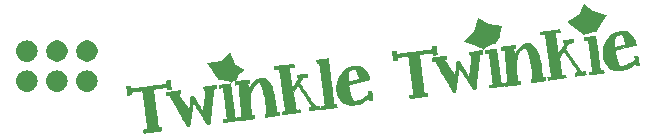
<source format=gts>
G04 #@! TF.GenerationSoftware,KiCad,Pcbnew,(5.1.0)-1*
G04 #@! TF.CreationDate,2019-07-24T00:39:13-06:00*
G04 #@! TF.ProjectId,twinkletwinkie,7477696e-6b6c-4657-9477-696e6b69652e,rev?*
G04 #@! TF.SameCoordinates,PX89e92d0PY44794c0*
G04 #@! TF.FileFunction,Soldermask,Top*
G04 #@! TF.FilePolarity,Negative*
%FSLAX46Y46*%
G04 Gerber Fmt 4.6, Leading zero omitted, Abs format (unit mm)*
G04 Created by KiCad (PCBNEW (5.1.0)-1) date 2019-07-24 00:39:13*
%MOMM*%
%LPD*%
G04 APERTURE LIST*
%ADD10C,0.010000*%
%ADD11C,0.100000*%
G04 APERTURE END LIST*
D10*
G36*
X20488839Y-2340671D02*
G01*
X20508459Y-2363752D01*
X20537882Y-2399279D01*
X20575415Y-2445191D01*
X20619368Y-2499426D01*
X20668049Y-2559922D01*
X20684687Y-2580688D01*
X20881702Y-2826853D01*
X20924203Y-2826853D01*
X20947717Y-2826077D01*
X20988452Y-2823925D01*
X21042516Y-2820668D01*
X21106020Y-2816572D01*
X21175071Y-2811905D01*
X21245778Y-2806937D01*
X21314252Y-2801934D01*
X21376600Y-2797165D01*
X21428933Y-2792898D01*
X21466357Y-2789501D01*
X21502299Y-2787605D01*
X21523298Y-2790138D01*
X21527236Y-2793869D01*
X21521620Y-2805026D01*
X21505730Y-2831552D01*
X21481006Y-2871172D01*
X21448887Y-2921613D01*
X21410813Y-2980603D01*
X21368223Y-3045866D01*
X21353456Y-3068342D01*
X21179676Y-3332397D01*
X21301181Y-3631289D01*
X21331301Y-3705757D01*
X21358481Y-3773675D01*
X21381779Y-3832631D01*
X21400253Y-3880214D01*
X21412961Y-3914016D01*
X21418962Y-3931623D01*
X21419265Y-3933602D01*
X21408598Y-3931765D01*
X21380056Y-3924920D01*
X21336168Y-3913726D01*
X21279464Y-3898840D01*
X21212470Y-3880922D01*
X21137717Y-3860631D01*
X21109268Y-3852838D01*
X21031854Y-3831833D01*
X20960831Y-3813044D01*
X20898819Y-3797126D01*
X20848437Y-3784734D01*
X20812305Y-3776523D01*
X20793041Y-3773147D01*
X20790787Y-3773222D01*
X20779948Y-3780981D01*
X20755081Y-3800702D01*
X20718305Y-3830646D01*
X20671736Y-3869074D01*
X20617490Y-3914244D01*
X20557686Y-3964417D01*
X20539270Y-3979937D01*
X20478597Y-4030970D01*
X20423199Y-4077273D01*
X20375124Y-4117156D01*
X20336418Y-4148934D01*
X20309128Y-4170919D01*
X20295301Y-4181423D01*
X20294064Y-4182085D01*
X20291307Y-4172345D01*
X20289017Y-4146523D01*
X20287606Y-4109708D01*
X20287446Y-4100030D01*
X20286596Y-4064913D01*
X20284799Y-4013093D01*
X20282236Y-3949015D01*
X20279087Y-3877121D01*
X20275534Y-3801855D01*
X20274211Y-3775191D01*
X20262001Y-3532408D01*
X19992013Y-3364561D01*
X19924188Y-3322202D01*
X19862439Y-3283267D01*
X19809000Y-3249193D01*
X19766100Y-3221417D01*
X19735974Y-3201376D01*
X19720851Y-3190506D01*
X19719513Y-3189128D01*
X19728403Y-3183683D01*
X19754772Y-3171930D01*
X19796210Y-3154835D01*
X19850311Y-3133363D01*
X19914665Y-3108481D01*
X19986865Y-3081154D01*
X20014025Y-3071012D01*
X20091979Y-3041567D01*
X20162169Y-3014209D01*
X20222260Y-2989908D01*
X20269915Y-2969636D01*
X20302800Y-2954364D01*
X20318578Y-2945064D01*
X20319501Y-2943959D01*
X20324100Y-2929742D01*
X20332944Y-2897686D01*
X20345322Y-2850542D01*
X20360526Y-2791058D01*
X20377847Y-2721984D01*
X20396574Y-2646071D01*
X20400854Y-2628554D01*
X20419623Y-2552625D01*
X20437074Y-2483964D01*
X20452526Y-2425103D01*
X20465295Y-2378575D01*
X20474700Y-2346910D01*
X20480059Y-2332642D01*
X20480714Y-2332097D01*
X20488839Y-2340671D01*
X20488839Y-2340671D01*
G37*
X20488839Y-2340671D02*
X20508459Y-2363752D01*
X20537882Y-2399279D01*
X20575415Y-2445191D01*
X20619368Y-2499426D01*
X20668049Y-2559922D01*
X20684687Y-2580688D01*
X20881702Y-2826853D01*
X20924203Y-2826853D01*
X20947717Y-2826077D01*
X20988452Y-2823925D01*
X21042516Y-2820668D01*
X21106020Y-2816572D01*
X21175071Y-2811905D01*
X21245778Y-2806937D01*
X21314252Y-2801934D01*
X21376600Y-2797165D01*
X21428933Y-2792898D01*
X21466357Y-2789501D01*
X21502299Y-2787605D01*
X21523298Y-2790138D01*
X21527236Y-2793869D01*
X21521620Y-2805026D01*
X21505730Y-2831552D01*
X21481006Y-2871172D01*
X21448887Y-2921613D01*
X21410813Y-2980603D01*
X21368223Y-3045866D01*
X21353456Y-3068342D01*
X21179676Y-3332397D01*
X21301181Y-3631289D01*
X21331301Y-3705757D01*
X21358481Y-3773675D01*
X21381779Y-3832631D01*
X21400253Y-3880214D01*
X21412961Y-3914016D01*
X21418962Y-3931623D01*
X21419265Y-3933602D01*
X21408598Y-3931765D01*
X21380056Y-3924920D01*
X21336168Y-3913726D01*
X21279464Y-3898840D01*
X21212470Y-3880922D01*
X21137717Y-3860631D01*
X21109268Y-3852838D01*
X21031854Y-3831833D01*
X20960831Y-3813044D01*
X20898819Y-3797126D01*
X20848437Y-3784734D01*
X20812305Y-3776523D01*
X20793041Y-3773147D01*
X20790787Y-3773222D01*
X20779948Y-3780981D01*
X20755081Y-3800702D01*
X20718305Y-3830646D01*
X20671736Y-3869074D01*
X20617490Y-3914244D01*
X20557686Y-3964417D01*
X20539270Y-3979937D01*
X20478597Y-4030970D01*
X20423199Y-4077273D01*
X20375124Y-4117156D01*
X20336418Y-4148934D01*
X20309128Y-4170919D01*
X20295301Y-4181423D01*
X20294064Y-4182085D01*
X20291307Y-4172345D01*
X20289017Y-4146523D01*
X20287606Y-4109708D01*
X20287446Y-4100030D01*
X20286596Y-4064913D01*
X20284799Y-4013093D01*
X20282236Y-3949015D01*
X20279087Y-3877121D01*
X20275534Y-3801855D01*
X20274211Y-3775191D01*
X20262001Y-3532408D01*
X19992013Y-3364561D01*
X19924188Y-3322202D01*
X19862439Y-3283267D01*
X19809000Y-3249193D01*
X19766100Y-3221417D01*
X19735974Y-3201376D01*
X19720851Y-3190506D01*
X19719513Y-3189128D01*
X19728403Y-3183683D01*
X19754772Y-3171930D01*
X19796210Y-3154835D01*
X19850311Y-3133363D01*
X19914665Y-3108481D01*
X19986865Y-3081154D01*
X20014025Y-3071012D01*
X20091979Y-3041567D01*
X20162169Y-3014209D01*
X20222260Y-2989908D01*
X20269915Y-2969636D01*
X20302800Y-2954364D01*
X20318578Y-2945064D01*
X20319501Y-2943959D01*
X20324100Y-2929742D01*
X20332944Y-2897686D01*
X20345322Y-2850542D01*
X20360526Y-2791058D01*
X20377847Y-2721984D01*
X20396574Y-2646071D01*
X20400854Y-2628554D01*
X20419623Y-2552625D01*
X20437074Y-2483964D01*
X20452526Y-2425103D01*
X20465295Y-2378575D01*
X20474700Y-2346910D01*
X20480059Y-2332642D01*
X20480714Y-2332097D01*
X20488839Y-2340671D01*
G36*
X11850037Y-3763163D02*
G01*
X11913125Y-3812628D01*
X11971286Y-3857529D01*
X12022345Y-3896241D01*
X12064124Y-3927140D01*
X12094447Y-3948599D01*
X12111139Y-3958995D01*
X12113296Y-3959720D01*
X12126771Y-3956697D01*
X12157789Y-3948141D01*
X12203684Y-3934839D01*
X12261788Y-3917575D01*
X12329435Y-3897137D01*
X12403956Y-3874311D01*
X12423334Y-3868328D01*
X12498567Y-3845274D01*
X12567077Y-3824690D01*
X12626309Y-3807310D01*
X12673707Y-3793869D01*
X12706714Y-3785102D01*
X12722775Y-3781746D01*
X12723879Y-3781868D01*
X12721596Y-3792655D01*
X12712753Y-3820810D01*
X12698205Y-3863865D01*
X12678808Y-3919352D01*
X12655416Y-3984803D01*
X12628886Y-4057751D01*
X12618199Y-4086813D01*
X12586885Y-4171831D01*
X12562269Y-4239263D01*
X12543714Y-4291388D01*
X12530582Y-4330485D01*
X12522236Y-4358832D01*
X12518036Y-4378709D01*
X12517346Y-4392393D01*
X12519527Y-4402162D01*
X12523943Y-4410297D01*
X12526567Y-4414144D01*
X12537600Y-4429891D01*
X12559034Y-4460368D01*
X12589056Y-4503005D01*
X12625857Y-4555232D01*
X12667626Y-4614477D01*
X12712309Y-4677826D01*
X12755847Y-4739941D01*
X12794800Y-4796292D01*
X12827648Y-4844617D01*
X12852869Y-4882651D01*
X12868944Y-4908131D01*
X12874351Y-4918793D01*
X12874291Y-4918926D01*
X12862788Y-4919846D01*
X12833244Y-4919766D01*
X12788765Y-4918762D01*
X12732459Y-4916915D01*
X12667432Y-4914302D01*
X12637713Y-4912969D01*
X12563021Y-4909709D01*
X12489276Y-4906839D01*
X12421288Y-4904519D01*
X12363868Y-4902912D01*
X12321825Y-4902179D01*
X12315694Y-4902152D01*
X12225494Y-4902051D01*
X12035323Y-5156157D01*
X11987437Y-5219907D01*
X11943610Y-5277800D01*
X11905444Y-5327757D01*
X11874542Y-5367698D01*
X11852504Y-5395543D01*
X11840932Y-5409213D01*
X11839645Y-5410263D01*
X11835519Y-5400475D01*
X11826510Y-5372782D01*
X11813366Y-5329696D01*
X11796837Y-5273725D01*
X11777668Y-5207379D01*
X11756610Y-5133167D01*
X11749445Y-5107637D01*
X11727881Y-5030938D01*
X11707987Y-4960854D01*
X11690515Y-4899981D01*
X11676217Y-4850916D01*
X11665846Y-4816257D01*
X11660154Y-4798601D01*
X11659458Y-4796987D01*
X11648471Y-4791690D01*
X11619908Y-4780546D01*
X11576268Y-4764455D01*
X11520045Y-4744319D01*
X11453737Y-4721039D01*
X11379839Y-4695514D01*
X11349766Y-4685236D01*
X11273946Y-4659329D01*
X11205018Y-4635643D01*
X11145420Y-4615025D01*
X11097586Y-4598323D01*
X11063955Y-4586386D01*
X11046962Y-4580061D01*
X11045369Y-4579292D01*
X11053842Y-4573119D01*
X11077836Y-4556698D01*
X11115212Y-4531465D01*
X11163831Y-4498857D01*
X11221554Y-4460312D01*
X11286243Y-4417265D01*
X11315096Y-4398108D01*
X11584823Y-4219142D01*
X11586381Y-4002093D01*
X11587221Y-3927447D01*
X11588613Y-3851725D01*
X11590413Y-3780549D01*
X11592481Y-3719541D01*
X11594582Y-3675836D01*
X11601225Y-3566628D01*
X11850037Y-3763163D01*
X11850037Y-3763163D01*
G37*
X11850037Y-3763163D02*
X11913125Y-3812628D01*
X11971286Y-3857529D01*
X12022345Y-3896241D01*
X12064124Y-3927140D01*
X12094447Y-3948599D01*
X12111139Y-3958995D01*
X12113296Y-3959720D01*
X12126771Y-3956697D01*
X12157789Y-3948141D01*
X12203684Y-3934839D01*
X12261788Y-3917575D01*
X12329435Y-3897137D01*
X12403956Y-3874311D01*
X12423334Y-3868328D01*
X12498567Y-3845274D01*
X12567077Y-3824690D01*
X12626309Y-3807310D01*
X12673707Y-3793869D01*
X12706714Y-3785102D01*
X12722775Y-3781746D01*
X12723879Y-3781868D01*
X12721596Y-3792655D01*
X12712753Y-3820810D01*
X12698205Y-3863865D01*
X12678808Y-3919352D01*
X12655416Y-3984803D01*
X12628886Y-4057751D01*
X12618199Y-4086813D01*
X12586885Y-4171831D01*
X12562269Y-4239263D01*
X12543714Y-4291388D01*
X12530582Y-4330485D01*
X12522236Y-4358832D01*
X12518036Y-4378709D01*
X12517346Y-4392393D01*
X12519527Y-4402162D01*
X12523943Y-4410297D01*
X12526567Y-4414144D01*
X12537600Y-4429891D01*
X12559034Y-4460368D01*
X12589056Y-4503005D01*
X12625857Y-4555232D01*
X12667626Y-4614477D01*
X12712309Y-4677826D01*
X12755847Y-4739941D01*
X12794800Y-4796292D01*
X12827648Y-4844617D01*
X12852869Y-4882651D01*
X12868944Y-4908131D01*
X12874351Y-4918793D01*
X12874291Y-4918926D01*
X12862788Y-4919846D01*
X12833244Y-4919766D01*
X12788765Y-4918762D01*
X12732459Y-4916915D01*
X12667432Y-4914302D01*
X12637713Y-4912969D01*
X12563021Y-4909709D01*
X12489276Y-4906839D01*
X12421288Y-4904519D01*
X12363868Y-4902912D01*
X12321825Y-4902179D01*
X12315694Y-4902152D01*
X12225494Y-4902051D01*
X12035323Y-5156157D01*
X11987437Y-5219907D01*
X11943610Y-5277800D01*
X11905444Y-5327757D01*
X11874542Y-5367698D01*
X11852504Y-5395543D01*
X11840932Y-5409213D01*
X11839645Y-5410263D01*
X11835519Y-5400475D01*
X11826510Y-5372782D01*
X11813366Y-5329696D01*
X11796837Y-5273725D01*
X11777668Y-5207379D01*
X11756610Y-5133167D01*
X11749445Y-5107637D01*
X11727881Y-5030938D01*
X11707987Y-4960854D01*
X11690515Y-4899981D01*
X11676217Y-4850916D01*
X11665846Y-4816257D01*
X11660154Y-4798601D01*
X11659458Y-4796987D01*
X11648471Y-4791690D01*
X11619908Y-4780546D01*
X11576268Y-4764455D01*
X11520045Y-4744319D01*
X11453737Y-4721039D01*
X11379839Y-4695514D01*
X11349766Y-4685236D01*
X11273946Y-4659329D01*
X11205018Y-4635643D01*
X11145420Y-4615025D01*
X11097586Y-4598323D01*
X11063955Y-4586386D01*
X11046962Y-4580061D01*
X11045369Y-4579292D01*
X11053842Y-4573119D01*
X11077836Y-4556698D01*
X11115212Y-4531465D01*
X11163831Y-4498857D01*
X11221554Y-4460312D01*
X11286243Y-4417265D01*
X11315096Y-4398108D01*
X11584823Y-4219142D01*
X11586381Y-4002093D01*
X11587221Y-3927447D01*
X11588613Y-3851725D01*
X11590413Y-3780549D01*
X11592481Y-3719541D01*
X11594582Y-3675836D01*
X11601225Y-3566628D01*
X11850037Y-3763163D01*
G36*
X23684478Y-3908633D02*
G01*
X23784609Y-3914645D01*
X23874212Y-3926502D01*
X23925360Y-3937645D01*
X24053589Y-3981220D01*
X24171247Y-4041414D01*
X24278626Y-4118593D01*
X24376019Y-4213124D01*
X24463718Y-4325374D01*
X24542017Y-4455708D01*
X24611208Y-4604494D01*
X24671583Y-4772097D01*
X24715505Y-4926926D01*
X24727219Y-4975669D01*
X24735862Y-5016749D01*
X24740637Y-5045968D01*
X24740748Y-5059125D01*
X24740630Y-5059273D01*
X24729569Y-5062809D01*
X24699458Y-5071040D01*
X24651801Y-5083582D01*
X24588106Y-5100054D01*
X24509880Y-5120072D01*
X24418627Y-5143252D01*
X24315856Y-5169212D01*
X24203072Y-5197569D01*
X24081781Y-5227940D01*
X23953491Y-5259942D01*
X23858488Y-5283565D01*
X22983051Y-5500969D01*
X22984047Y-5627667D01*
X22990866Y-5740777D01*
X23009392Y-5869350D01*
X23039193Y-6011497D01*
X23079838Y-6165327D01*
X23130897Y-6328952D01*
X23168600Y-6437274D01*
X23192396Y-6499506D01*
X23220007Y-6565887D01*
X23249863Y-6633205D01*
X23280395Y-6698250D01*
X23310032Y-6757810D01*
X23337206Y-6808675D01*
X23360345Y-6847633D01*
X23377880Y-6871473D01*
X23383183Y-6876196D01*
X23412435Y-6885229D01*
X23458803Y-6886528D01*
X23519845Y-6880473D01*
X23593118Y-6867442D01*
X23676176Y-6847814D01*
X23766579Y-6821966D01*
X23798307Y-6811908D01*
X23919380Y-6767326D01*
X24045190Y-6711416D01*
X24171370Y-6646698D01*
X24293553Y-6575689D01*
X24407372Y-6500906D01*
X24508459Y-6424869D01*
X24582550Y-6359750D01*
X24672640Y-6273164D01*
X24652274Y-6161993D01*
X24644253Y-6116242D01*
X24638384Y-6078891D01*
X24635325Y-6054393D01*
X24635318Y-6047062D01*
X24647735Y-6043393D01*
X24676007Y-6038876D01*
X24715060Y-6034001D01*
X24759818Y-6029258D01*
X24805208Y-6025134D01*
X24846152Y-6022121D01*
X24877578Y-6020705D01*
X24894409Y-6021377D01*
X24895775Y-6021961D01*
X24898392Y-6033184D01*
X24903585Y-6062506D01*
X24910924Y-6107061D01*
X24919979Y-6163989D01*
X24930321Y-6230424D01*
X24941519Y-6303503D01*
X24953146Y-6380364D01*
X24964770Y-6458143D01*
X24975964Y-6533977D01*
X24986296Y-6605002D01*
X24995338Y-6668355D01*
X25002660Y-6721172D01*
X25007833Y-6760591D01*
X25010427Y-6783748D01*
X25010646Y-6787748D01*
X25000877Y-6791493D01*
X24974870Y-6796151D01*
X24937518Y-6801227D01*
X24893712Y-6806220D01*
X24848343Y-6810633D01*
X24806303Y-6813967D01*
X24772483Y-6815723D01*
X24751774Y-6815403D01*
X24748118Y-6814504D01*
X24741851Y-6801807D01*
X24734206Y-6773748D01*
X24726666Y-6735944D01*
X24725445Y-6728605D01*
X24717152Y-6685206D01*
X24709252Y-6661451D01*
X24701217Y-6655829D01*
X24700121Y-6656359D01*
X24686501Y-6665485D01*
X24660071Y-6683796D01*
X24625274Y-6708201D01*
X24602976Y-6723952D01*
X24439252Y-6831465D01*
X24266572Y-6929106D01*
X24088864Y-7015113D01*
X23910054Y-7087725D01*
X23734070Y-7145177D01*
X23581259Y-7182485D01*
X23482486Y-7199000D01*
X23376818Y-7210790D01*
X23270981Y-7217437D01*
X23171697Y-7218524D01*
X23085692Y-7213632D01*
X23083635Y-7213415D01*
X22927393Y-7186514D01*
X22779407Y-7140647D01*
X22640548Y-7076691D01*
X22511687Y-6995526D01*
X22393697Y-6898032D01*
X22287448Y-6785086D01*
X22193813Y-6657568D01*
X22113662Y-6516358D01*
X22047869Y-6362334D01*
X21997303Y-6196375D01*
X21975421Y-6095669D01*
X21966607Y-6031470D01*
X21960579Y-5951782D01*
X21957334Y-5862111D01*
X21956870Y-5767957D01*
X21959182Y-5674826D01*
X21964269Y-5588219D01*
X21972127Y-5513640D01*
X21975748Y-5490126D01*
X22020502Y-5283037D01*
X22081919Y-5083983D01*
X22153677Y-4907878D01*
X22946683Y-4907878D01*
X22946698Y-4985494D01*
X22947088Y-5057526D01*
X22947864Y-5120861D01*
X22949041Y-5172388D01*
X22950632Y-5208992D01*
X22952651Y-5227562D01*
X22952667Y-5227624D01*
X22961152Y-5246145D01*
X22968494Y-5251447D01*
X22980435Y-5248962D01*
X23010788Y-5241854D01*
X23057423Y-5230643D01*
X23118211Y-5215849D01*
X23191022Y-5197992D01*
X23273726Y-5177591D01*
X23364195Y-5155166D01*
X23430473Y-5138674D01*
X23524854Y-5115107D01*
X23612736Y-5093072D01*
X23692023Y-5073101D01*
X23760618Y-5055727D01*
X23816424Y-5041481D01*
X23857346Y-5030897D01*
X23881286Y-5024505D01*
X23886821Y-5022809D01*
X23884860Y-5012078D01*
X23876598Y-4984046D01*
X23862948Y-4941326D01*
X23844820Y-4886525D01*
X23823128Y-4822254D01*
X23798783Y-4751123D01*
X23772697Y-4675741D01*
X23745782Y-4598718D01*
X23718951Y-4522664D01*
X23693115Y-4450189D01*
X23669187Y-4383901D01*
X23648078Y-4326412D01*
X23630702Y-4280330D01*
X23617969Y-4248266D01*
X23610792Y-4232829D01*
X23610666Y-4232641D01*
X23579140Y-4204950D01*
X23532192Y-4188591D01*
X23472149Y-4183348D01*
X23401339Y-4189008D01*
X23322089Y-4205353D01*
X23236727Y-4232169D01*
X23147580Y-4269241D01*
X23131280Y-4277001D01*
X23069984Y-4308202D01*
X23025530Y-4335337D01*
X22994910Y-4361711D01*
X22975114Y-4390630D01*
X22963134Y-4425402D01*
X22955962Y-4469332D01*
X22955918Y-4469711D01*
X22953691Y-4499251D01*
X22951744Y-4544998D01*
X22950091Y-4603838D01*
X22948745Y-4672659D01*
X22947719Y-4748348D01*
X22947027Y-4827792D01*
X22946683Y-4907878D01*
X22153677Y-4907878D01*
X22159161Y-4894421D01*
X22251390Y-4715809D01*
X22357770Y-4549602D01*
X22477464Y-4397259D01*
X22609633Y-4260236D01*
X22750162Y-4142442D01*
X22813422Y-4102551D01*
X22894770Y-4063319D01*
X22991123Y-4025801D01*
X23099398Y-3991053D01*
X23216511Y-3960129D01*
X23339379Y-3934086D01*
X23380092Y-3926839D01*
X23476301Y-3914613D01*
X23579736Y-3908583D01*
X23684478Y-3908633D01*
X23684478Y-3908633D01*
G37*
X23684478Y-3908633D02*
X23784609Y-3914645D01*
X23874212Y-3926502D01*
X23925360Y-3937645D01*
X24053589Y-3981220D01*
X24171247Y-4041414D01*
X24278626Y-4118593D01*
X24376019Y-4213124D01*
X24463718Y-4325374D01*
X24542017Y-4455708D01*
X24611208Y-4604494D01*
X24671583Y-4772097D01*
X24715505Y-4926926D01*
X24727219Y-4975669D01*
X24735862Y-5016749D01*
X24740637Y-5045968D01*
X24740748Y-5059125D01*
X24740630Y-5059273D01*
X24729569Y-5062809D01*
X24699458Y-5071040D01*
X24651801Y-5083582D01*
X24588106Y-5100054D01*
X24509880Y-5120072D01*
X24418627Y-5143252D01*
X24315856Y-5169212D01*
X24203072Y-5197569D01*
X24081781Y-5227940D01*
X23953491Y-5259942D01*
X23858488Y-5283565D01*
X22983051Y-5500969D01*
X22984047Y-5627667D01*
X22990866Y-5740777D01*
X23009392Y-5869350D01*
X23039193Y-6011497D01*
X23079838Y-6165327D01*
X23130897Y-6328952D01*
X23168600Y-6437274D01*
X23192396Y-6499506D01*
X23220007Y-6565887D01*
X23249863Y-6633205D01*
X23280395Y-6698250D01*
X23310032Y-6757810D01*
X23337206Y-6808675D01*
X23360345Y-6847633D01*
X23377880Y-6871473D01*
X23383183Y-6876196D01*
X23412435Y-6885229D01*
X23458803Y-6886528D01*
X23519845Y-6880473D01*
X23593118Y-6867442D01*
X23676176Y-6847814D01*
X23766579Y-6821966D01*
X23798307Y-6811908D01*
X23919380Y-6767326D01*
X24045190Y-6711416D01*
X24171370Y-6646698D01*
X24293553Y-6575689D01*
X24407372Y-6500906D01*
X24508459Y-6424869D01*
X24582550Y-6359750D01*
X24672640Y-6273164D01*
X24652274Y-6161993D01*
X24644253Y-6116242D01*
X24638384Y-6078891D01*
X24635325Y-6054393D01*
X24635318Y-6047062D01*
X24647735Y-6043393D01*
X24676007Y-6038876D01*
X24715060Y-6034001D01*
X24759818Y-6029258D01*
X24805208Y-6025134D01*
X24846152Y-6022121D01*
X24877578Y-6020705D01*
X24894409Y-6021377D01*
X24895775Y-6021961D01*
X24898392Y-6033184D01*
X24903585Y-6062506D01*
X24910924Y-6107061D01*
X24919979Y-6163989D01*
X24930321Y-6230424D01*
X24941519Y-6303503D01*
X24953146Y-6380364D01*
X24964770Y-6458143D01*
X24975964Y-6533977D01*
X24986296Y-6605002D01*
X24995338Y-6668355D01*
X25002660Y-6721172D01*
X25007833Y-6760591D01*
X25010427Y-6783748D01*
X25010646Y-6787748D01*
X25000877Y-6791493D01*
X24974870Y-6796151D01*
X24937518Y-6801227D01*
X24893712Y-6806220D01*
X24848343Y-6810633D01*
X24806303Y-6813967D01*
X24772483Y-6815723D01*
X24751774Y-6815403D01*
X24748118Y-6814504D01*
X24741851Y-6801807D01*
X24734206Y-6773748D01*
X24726666Y-6735944D01*
X24725445Y-6728605D01*
X24717152Y-6685206D01*
X24709252Y-6661451D01*
X24701217Y-6655829D01*
X24700121Y-6656359D01*
X24686501Y-6665485D01*
X24660071Y-6683796D01*
X24625274Y-6708201D01*
X24602976Y-6723952D01*
X24439252Y-6831465D01*
X24266572Y-6929106D01*
X24088864Y-7015113D01*
X23910054Y-7087725D01*
X23734070Y-7145177D01*
X23581259Y-7182485D01*
X23482486Y-7199000D01*
X23376818Y-7210790D01*
X23270981Y-7217437D01*
X23171697Y-7218524D01*
X23085692Y-7213632D01*
X23083635Y-7213415D01*
X22927393Y-7186514D01*
X22779407Y-7140647D01*
X22640548Y-7076691D01*
X22511687Y-6995526D01*
X22393697Y-6898032D01*
X22287448Y-6785086D01*
X22193813Y-6657568D01*
X22113662Y-6516358D01*
X22047869Y-6362334D01*
X21997303Y-6196375D01*
X21975421Y-6095669D01*
X21966607Y-6031470D01*
X21960579Y-5951782D01*
X21957334Y-5862111D01*
X21956870Y-5767957D01*
X21959182Y-5674826D01*
X21964269Y-5588219D01*
X21972127Y-5513640D01*
X21975748Y-5490126D01*
X22020502Y-5283037D01*
X22081919Y-5083983D01*
X22153677Y-4907878D01*
X22946683Y-4907878D01*
X22946698Y-4985494D01*
X22947088Y-5057526D01*
X22947864Y-5120861D01*
X22949041Y-5172388D01*
X22950632Y-5208992D01*
X22952651Y-5227562D01*
X22952667Y-5227624D01*
X22961152Y-5246145D01*
X22968494Y-5251447D01*
X22980435Y-5248962D01*
X23010788Y-5241854D01*
X23057423Y-5230643D01*
X23118211Y-5215849D01*
X23191022Y-5197992D01*
X23273726Y-5177591D01*
X23364195Y-5155166D01*
X23430473Y-5138674D01*
X23524854Y-5115107D01*
X23612736Y-5093072D01*
X23692023Y-5073101D01*
X23760618Y-5055727D01*
X23816424Y-5041481D01*
X23857346Y-5030897D01*
X23881286Y-5024505D01*
X23886821Y-5022809D01*
X23884860Y-5012078D01*
X23876598Y-4984046D01*
X23862948Y-4941326D01*
X23844820Y-4886525D01*
X23823128Y-4822254D01*
X23798783Y-4751123D01*
X23772697Y-4675741D01*
X23745782Y-4598718D01*
X23718951Y-4522664D01*
X23693115Y-4450189D01*
X23669187Y-4383901D01*
X23648078Y-4326412D01*
X23630702Y-4280330D01*
X23617969Y-4248266D01*
X23610792Y-4232829D01*
X23610666Y-4232641D01*
X23579140Y-4204950D01*
X23532192Y-4188591D01*
X23472149Y-4183348D01*
X23401339Y-4189008D01*
X23322089Y-4205353D01*
X23236727Y-4232169D01*
X23147580Y-4269241D01*
X23131280Y-4277001D01*
X23069984Y-4308202D01*
X23025530Y-4335337D01*
X22994910Y-4361711D01*
X22975114Y-4390630D01*
X22963134Y-4425402D01*
X22955962Y-4469332D01*
X22955918Y-4469711D01*
X22953691Y-4499251D01*
X22951744Y-4544998D01*
X22950091Y-4603838D01*
X22948745Y-4672659D01*
X22947719Y-4748348D01*
X22947027Y-4827792D01*
X22946683Y-4907878D01*
X22153677Y-4907878D01*
X22159161Y-4894421D01*
X22251390Y-4715809D01*
X22357770Y-4549602D01*
X22477464Y-4397259D01*
X22609633Y-4260236D01*
X22750162Y-4142442D01*
X22813422Y-4102551D01*
X22894770Y-4063319D01*
X22991123Y-4025801D01*
X23099398Y-3991053D01*
X23216511Y-3960129D01*
X23339379Y-3934086D01*
X23380092Y-3926839D01*
X23476301Y-3914613D01*
X23579736Y-3908583D01*
X23684478Y-3908633D01*
G36*
X21523349Y-5773682D02*
G01*
X21546250Y-5947023D01*
X21568451Y-6114573D01*
X21589790Y-6275136D01*
X21610104Y-6427513D01*
X21629233Y-6570506D01*
X21647014Y-6702918D01*
X21663285Y-6823550D01*
X21677884Y-6931204D01*
X21690650Y-7024683D01*
X21701421Y-7102789D01*
X21710034Y-7164323D01*
X21716329Y-7208088D01*
X21720143Y-7232886D01*
X21721245Y-7238314D01*
X21733041Y-7238196D01*
X21761324Y-7233972D01*
X21801964Y-7226357D01*
X21850830Y-7216067D01*
X21855103Y-7215121D01*
X21904436Y-7204623D01*
X21945853Y-7196706D01*
X21975233Y-7192094D01*
X21988455Y-7191508D01*
X21988698Y-7191664D01*
X21993203Y-7204578D01*
X21999097Y-7232551D01*
X22005574Y-7270063D01*
X22011828Y-7311588D01*
X22017056Y-7351605D01*
X22020451Y-7384590D01*
X22021209Y-7405020D01*
X22020354Y-7408794D01*
X22009118Y-7411279D01*
X21979157Y-7416280D01*
X21932731Y-7423481D01*
X21872101Y-7432565D01*
X21799528Y-7443217D01*
X21717271Y-7455119D01*
X21627591Y-7467955D01*
X21532748Y-7481409D01*
X21435003Y-7495163D01*
X21336616Y-7508902D01*
X21239846Y-7522308D01*
X21146956Y-7535066D01*
X21060204Y-7546859D01*
X20981852Y-7557369D01*
X20914159Y-7566282D01*
X20859386Y-7573279D01*
X20819793Y-7578046D01*
X20797640Y-7580264D01*
X20795057Y-7580384D01*
X20766963Y-7580751D01*
X20762688Y-7477520D01*
X20761430Y-7432699D01*
X20761525Y-7396109D01*
X20762899Y-7372712D01*
X20764313Y-7367062D01*
X20776471Y-7363422D01*
X20805672Y-7358493D01*
X20847867Y-7352856D01*
X20899007Y-7347094D01*
X20913147Y-7345659D01*
X21056082Y-7331484D01*
X21054206Y-7299948D01*
X21052432Y-7282062D01*
X21048181Y-7245233D01*
X21041650Y-7190990D01*
X21033036Y-7120865D01*
X21022536Y-7036390D01*
X21010347Y-6939096D01*
X20996667Y-6830513D01*
X20981690Y-6712175D01*
X20965616Y-6585610D01*
X20948641Y-6452352D01*
X20930961Y-6313930D01*
X20912773Y-6171877D01*
X20894275Y-6027724D01*
X20875664Y-5883002D01*
X20857136Y-5739241D01*
X20838889Y-5597975D01*
X20821118Y-5460733D01*
X20804022Y-5329047D01*
X20787797Y-5204448D01*
X20772641Y-5088468D01*
X20758749Y-4982637D01*
X20746319Y-4888488D01*
X20735549Y-4807551D01*
X20726634Y-4741358D01*
X20719772Y-4691439D01*
X20715160Y-4659327D01*
X20712994Y-4646552D01*
X20712926Y-4646403D01*
X20700784Y-4645339D01*
X20671501Y-4646966D01*
X20628895Y-4650954D01*
X20576784Y-4656975D01*
X20549595Y-4660480D01*
X20494417Y-4667480D01*
X20447057Y-4672831D01*
X20411293Y-4676159D01*
X20390901Y-4677088D01*
X20387677Y-4676567D01*
X20385339Y-4665149D01*
X20382089Y-4637898D01*
X20378366Y-4600114D01*
X20374610Y-4557098D01*
X20371259Y-4514148D01*
X20368754Y-4476565D01*
X20367532Y-4449649D01*
X20367970Y-4438773D01*
X20378409Y-4436936D01*
X20407272Y-4432752D01*
X20451980Y-4426560D01*
X20509951Y-4418697D01*
X20578605Y-4409501D01*
X20655362Y-4399309D01*
X20737640Y-4388458D01*
X20822861Y-4377286D01*
X20908443Y-4366131D01*
X20991806Y-4355330D01*
X21070370Y-4345220D01*
X21141553Y-4336139D01*
X21202776Y-4328425D01*
X21251459Y-4322415D01*
X21285020Y-4318446D01*
X21299335Y-4316960D01*
X21330834Y-4314431D01*
X21523349Y-5773682D01*
X21523349Y-5773682D01*
G37*
X21523349Y-5773682D02*
X21546250Y-5947023D01*
X21568451Y-6114573D01*
X21589790Y-6275136D01*
X21610104Y-6427513D01*
X21629233Y-6570506D01*
X21647014Y-6702918D01*
X21663285Y-6823550D01*
X21677884Y-6931204D01*
X21690650Y-7024683D01*
X21701421Y-7102789D01*
X21710034Y-7164323D01*
X21716329Y-7208088D01*
X21720143Y-7232886D01*
X21721245Y-7238314D01*
X21733041Y-7238196D01*
X21761324Y-7233972D01*
X21801964Y-7226357D01*
X21850830Y-7216067D01*
X21855103Y-7215121D01*
X21904436Y-7204623D01*
X21945853Y-7196706D01*
X21975233Y-7192094D01*
X21988455Y-7191508D01*
X21988698Y-7191664D01*
X21993203Y-7204578D01*
X21999097Y-7232551D01*
X22005574Y-7270063D01*
X22011828Y-7311588D01*
X22017056Y-7351605D01*
X22020451Y-7384590D01*
X22021209Y-7405020D01*
X22020354Y-7408794D01*
X22009118Y-7411279D01*
X21979157Y-7416280D01*
X21932731Y-7423481D01*
X21872101Y-7432565D01*
X21799528Y-7443217D01*
X21717271Y-7455119D01*
X21627591Y-7467955D01*
X21532748Y-7481409D01*
X21435003Y-7495163D01*
X21336616Y-7508902D01*
X21239846Y-7522308D01*
X21146956Y-7535066D01*
X21060204Y-7546859D01*
X20981852Y-7557369D01*
X20914159Y-7566282D01*
X20859386Y-7573279D01*
X20819793Y-7578046D01*
X20797640Y-7580264D01*
X20795057Y-7580384D01*
X20766963Y-7580751D01*
X20762688Y-7477520D01*
X20761430Y-7432699D01*
X20761525Y-7396109D01*
X20762899Y-7372712D01*
X20764313Y-7367062D01*
X20776471Y-7363422D01*
X20805672Y-7358493D01*
X20847867Y-7352856D01*
X20899007Y-7347094D01*
X20913147Y-7345659D01*
X21056082Y-7331484D01*
X21054206Y-7299948D01*
X21052432Y-7282062D01*
X21048181Y-7245233D01*
X21041650Y-7190990D01*
X21033036Y-7120865D01*
X21022536Y-7036390D01*
X21010347Y-6939096D01*
X20996667Y-6830513D01*
X20981690Y-6712175D01*
X20965616Y-6585610D01*
X20948641Y-6452352D01*
X20930961Y-6313930D01*
X20912773Y-6171877D01*
X20894275Y-6027724D01*
X20875664Y-5883002D01*
X20857136Y-5739241D01*
X20838889Y-5597975D01*
X20821118Y-5460733D01*
X20804022Y-5329047D01*
X20787797Y-5204448D01*
X20772641Y-5088468D01*
X20758749Y-4982637D01*
X20746319Y-4888488D01*
X20735549Y-4807551D01*
X20726634Y-4741358D01*
X20719772Y-4691439D01*
X20715160Y-4659327D01*
X20712994Y-4646552D01*
X20712926Y-4646403D01*
X20700784Y-4645339D01*
X20671501Y-4646966D01*
X20628895Y-4650954D01*
X20576784Y-4656975D01*
X20549595Y-4660480D01*
X20494417Y-4667480D01*
X20447057Y-4672831D01*
X20411293Y-4676159D01*
X20390901Y-4677088D01*
X20387677Y-4676567D01*
X20385339Y-4665149D01*
X20382089Y-4637898D01*
X20378366Y-4600114D01*
X20374610Y-4557098D01*
X20371259Y-4514148D01*
X20368754Y-4476565D01*
X20367532Y-4449649D01*
X20367970Y-4438773D01*
X20378409Y-4436936D01*
X20407272Y-4432752D01*
X20451980Y-4426560D01*
X20509951Y-4418697D01*
X20578605Y-4409501D01*
X20655362Y-4399309D01*
X20737640Y-4388458D01*
X20822861Y-4377286D01*
X20908443Y-4366131D01*
X20991806Y-4355330D01*
X21070370Y-4345220D01*
X21141553Y-4336139D01*
X21202776Y-4328425D01*
X21251459Y-4322415D01*
X21285020Y-4318446D01*
X21299335Y-4316960D01*
X21330834Y-4314431D01*
X21523349Y-5773682D01*
G36*
X18279370Y-3776011D02*
G01*
X18286097Y-3803227D01*
X18294034Y-3839946D01*
X18302122Y-3880718D01*
X18309304Y-3920092D01*
X18314520Y-3952619D01*
X18316713Y-3972849D01*
X18316278Y-3976730D01*
X18304844Y-3979443D01*
X18275634Y-3984326D01*
X18231880Y-3990894D01*
X18176817Y-3998667D01*
X18113676Y-4007163D01*
X18101002Y-4008823D01*
X18036891Y-4017260D01*
X17980418Y-4024836D01*
X17934769Y-4031113D01*
X17903125Y-4035650D01*
X17888670Y-4038010D01*
X17888123Y-4038181D01*
X17889433Y-4048547D01*
X17893660Y-4078017D01*
X17900528Y-4124758D01*
X17909759Y-4186943D01*
X17921078Y-4262740D01*
X17934206Y-4350319D01*
X17948867Y-4447850D01*
X17964784Y-4553503D01*
X17981681Y-4665448D01*
X17999280Y-4781854D01*
X18017305Y-4900891D01*
X18035478Y-5020730D01*
X18053523Y-5139539D01*
X18071163Y-5255489D01*
X18088120Y-5366749D01*
X18104119Y-5471490D01*
X18118882Y-5567880D01*
X18132132Y-5654091D01*
X18143593Y-5728292D01*
X18151765Y-5780834D01*
X18154663Y-5784169D01*
X18161814Y-5779842D01*
X18174072Y-5766662D01*
X18192291Y-5743439D01*
X18217325Y-5708981D01*
X18250030Y-5662097D01*
X18291259Y-5601598D01*
X18341868Y-5526292D01*
X18402711Y-5434988D01*
X18436688Y-5383794D01*
X18493125Y-5298643D01*
X18546120Y-5218632D01*
X18594496Y-5145544D01*
X18637076Y-5081158D01*
X18672681Y-5027257D01*
X18700136Y-4985621D01*
X18718262Y-4958031D01*
X18725882Y-4946269D01*
X18725919Y-4946206D01*
X18726836Y-4937641D01*
X18713291Y-4934607D01*
X18688219Y-4935619D01*
X18642076Y-4939108D01*
X18629722Y-4864994D01*
X18622607Y-4816652D01*
X18616714Y-4766618D01*
X18613840Y-4733024D01*
X18610312Y-4675168D01*
X19017116Y-4629851D01*
X19107513Y-4619902D01*
X19191153Y-4610932D01*
X19265739Y-4603168D01*
X19328974Y-4596840D01*
X19378560Y-4592176D01*
X19412199Y-4589405D01*
X19427594Y-4588755D01*
X19428302Y-4588916D01*
X19431280Y-4600397D01*
X19436068Y-4627726D01*
X19441939Y-4665728D01*
X19448166Y-4709228D01*
X19454022Y-4753053D01*
X19458780Y-4792027D01*
X19461715Y-4820975D01*
X19462290Y-4830916D01*
X19462248Y-4838842D01*
X19460045Y-4845052D01*
X19453045Y-4850155D01*
X19438611Y-4854761D01*
X19414107Y-4859476D01*
X19376897Y-4864910D01*
X19324345Y-4871671D01*
X19253814Y-4880367D01*
X19241499Y-4881879D01*
X19046841Y-4905782D01*
X18994462Y-4985972D01*
X18954864Y-5048716D01*
X18913658Y-5117676D01*
X18873881Y-5187469D01*
X18838570Y-5252714D01*
X18810760Y-5308030D01*
X18802039Y-5327024D01*
X18775737Y-5386719D01*
X19442996Y-6359329D01*
X19531467Y-6488258D01*
X19616632Y-6612319D01*
X19697721Y-6730392D01*
X19773963Y-6841356D01*
X19844590Y-6944094D01*
X19908828Y-7037484D01*
X19965910Y-7120408D01*
X20015063Y-7191746D01*
X20055518Y-7250378D01*
X20086504Y-7295185D01*
X20107251Y-7325047D01*
X20116988Y-7338846D01*
X20117613Y-7339655D01*
X20130131Y-7340987D01*
X20159817Y-7339588D01*
X20202886Y-7335767D01*
X20255550Y-7329833D01*
X20286964Y-7325817D01*
X20343771Y-7318614D01*
X20393518Y-7312977D01*
X20432262Y-7309300D01*
X20456063Y-7307977D01*
X20461264Y-7308364D01*
X20467625Y-7320152D01*
X20475202Y-7349512D01*
X20483229Y-7392930D01*
X20490154Y-7440728D01*
X20506738Y-7568990D01*
X20469071Y-7574908D01*
X20449910Y-7577622D01*
X20412443Y-7582665D01*
X20359368Y-7589685D01*
X20293385Y-7598327D01*
X20217190Y-7608238D01*
X20133485Y-7619063D01*
X20060834Y-7628413D01*
X19973212Y-7639702D01*
X19891093Y-7650350D01*
X19817134Y-7660008D01*
X19753994Y-7668327D01*
X19704330Y-7674956D01*
X19670801Y-7679545D01*
X19657106Y-7681559D01*
X19623950Y-7687117D01*
X19612371Y-7604818D01*
X19605652Y-7556208D01*
X19599120Y-7507538D01*
X19594177Y-7469261D01*
X19594137Y-7468931D01*
X19587481Y-7415344D01*
X19707692Y-7401090D01*
X19758171Y-7394808D01*
X19802757Y-7388717D01*
X19836115Y-7383578D01*
X19851561Y-7380553D01*
X19854640Y-7378471D01*
X19855401Y-7373709D01*
X19853209Y-7365286D01*
X19847428Y-7352220D01*
X19837426Y-7333530D01*
X19822566Y-7308234D01*
X19802215Y-7275351D01*
X19775737Y-7233900D01*
X19742498Y-7182898D01*
X19701864Y-7121365D01*
X19653199Y-7048318D01*
X19595870Y-6962776D01*
X19529241Y-6863759D01*
X19452678Y-6750284D01*
X19365546Y-6621369D01*
X19267210Y-6476034D01*
X19255685Y-6459007D01*
X19170947Y-6333837D01*
X19089565Y-6213654D01*
X19012321Y-6099613D01*
X18939999Y-5992870D01*
X18873383Y-5894580D01*
X18813254Y-5805898D01*
X18760398Y-5727979D01*
X18715597Y-5661978D01*
X18679635Y-5609050D01*
X18653295Y-5570351D01*
X18637360Y-5547036D01*
X18632573Y-5540166D01*
X18625949Y-5547299D01*
X18610386Y-5570331D01*
X18587368Y-5606729D01*
X18558380Y-5653957D01*
X18524905Y-5709482D01*
X18488426Y-5770770D01*
X18450428Y-5835286D01*
X18412393Y-5900497D01*
X18375807Y-5963868D01*
X18342152Y-6022865D01*
X18312913Y-6074954D01*
X18289573Y-6117602D01*
X18273615Y-6148273D01*
X18266524Y-6164434D01*
X18266300Y-6165736D01*
X18267739Y-6181782D01*
X18271815Y-6216241D01*
X18278245Y-6267058D01*
X18286741Y-6332174D01*
X18297020Y-6409534D01*
X18308795Y-6497080D01*
X18321780Y-6592756D01*
X18335691Y-6694504D01*
X18350241Y-6800269D01*
X18365146Y-6907993D01*
X18380120Y-7015620D01*
X18394877Y-7121092D01*
X18409131Y-7222353D01*
X18422599Y-7317346D01*
X18434992Y-7404014D01*
X18446028Y-7480300D01*
X18455419Y-7544149D01*
X18462881Y-7593502D01*
X18468127Y-7626303D01*
X18470873Y-7640495D01*
X18471057Y-7640897D01*
X18483397Y-7641995D01*
X18512445Y-7640372D01*
X18553956Y-7636373D01*
X18603684Y-7630343D01*
X18607383Y-7629851D01*
X18673653Y-7620781D01*
X18721888Y-7614831D01*
X18755148Y-7613258D01*
X18776493Y-7617321D01*
X18788981Y-7628278D01*
X18795672Y-7647388D01*
X18799625Y-7675908D01*
X18803345Y-7710451D01*
X18807648Y-7753912D01*
X18809663Y-7789133D01*
X18809173Y-7811058D01*
X18807853Y-7815529D01*
X18796877Y-7817688D01*
X18766947Y-7822305D01*
X18720108Y-7829109D01*
X18658403Y-7837825D01*
X18583877Y-7848181D01*
X18498575Y-7859904D01*
X18404541Y-7872721D01*
X18303820Y-7886359D01*
X18198455Y-7900546D01*
X18090491Y-7915007D01*
X17981973Y-7929471D01*
X17874945Y-7943664D01*
X17771452Y-7957313D01*
X17673538Y-7970145D01*
X17583247Y-7981889D01*
X17502624Y-7992269D01*
X17433713Y-8001014D01*
X17378559Y-8007851D01*
X17339206Y-8012506D01*
X17317698Y-8014707D01*
X17314926Y-8014848D01*
X17305091Y-8005921D01*
X17299365Y-7991026D01*
X17295134Y-7967598D01*
X17290144Y-7932096D01*
X17286762Y-7903677D01*
X17282254Y-7866582D01*
X17277787Y-7836421D01*
X17275113Y-7823001D01*
X17274839Y-7814494D01*
X17280996Y-7807508D01*
X17296244Y-7801383D01*
X17323248Y-7795456D01*
X17364669Y-7789067D01*
X17423170Y-7781553D01*
X17459548Y-7777181D01*
X17507597Y-7771084D01*
X17547448Y-7765285D01*
X17574670Y-7760477D01*
X17584707Y-7757572D01*
X17583802Y-7746698D01*
X17579976Y-7716187D01*
X17573420Y-7667346D01*
X17564327Y-7601485D01*
X17552888Y-7519910D01*
X17539294Y-7423932D01*
X17523738Y-7314856D01*
X17506410Y-7193993D01*
X17487503Y-7062649D01*
X17467207Y-6922133D01*
X17445716Y-6773754D01*
X17423219Y-6618819D01*
X17399910Y-6458636D01*
X17375979Y-6294515D01*
X17351618Y-6127762D01*
X17327019Y-5959686D01*
X17302374Y-5791596D01*
X17277873Y-5624799D01*
X17253710Y-5460603D01*
X17230074Y-5300318D01*
X17207159Y-5145250D01*
X17185155Y-4996709D01*
X17164254Y-4856001D01*
X17144648Y-4724437D01*
X17126529Y-4603322D01*
X17110088Y-4493967D01*
X17095516Y-4397678D01*
X17083006Y-4315765D01*
X17072748Y-4249535D01*
X17064936Y-4200297D01*
X17059759Y-4169358D01*
X17057429Y-4158053D01*
X17046552Y-4154434D01*
X17019569Y-4154219D01*
X16975150Y-4157491D01*
X16911970Y-4164333D01*
X16866849Y-4169887D01*
X16806225Y-4177478D01*
X16752497Y-4184005D01*
X16709361Y-4189034D01*
X16680509Y-4192133D01*
X16670108Y-4192930D01*
X16663728Y-4186441D01*
X16659590Y-4165665D01*
X16657407Y-4128194D01*
X16656874Y-4081981D01*
X16656874Y-3971289D01*
X16691284Y-3965340D01*
X16714913Y-3961719D01*
X16756244Y-3955908D01*
X16813298Y-3948158D01*
X16884095Y-3938721D01*
X16966658Y-3927848D01*
X17059007Y-3915793D01*
X17159163Y-3902807D01*
X17265149Y-3889141D01*
X17374984Y-3875048D01*
X17486692Y-3860779D01*
X17598292Y-3846586D01*
X17707806Y-3832722D01*
X17813256Y-3819438D01*
X17912663Y-3806985D01*
X18004047Y-3795617D01*
X18085431Y-3785584D01*
X18154835Y-3777138D01*
X18210281Y-3770533D01*
X18249791Y-3766018D01*
X18271384Y-3763847D01*
X18274913Y-3763747D01*
X18279370Y-3776011D01*
X18279370Y-3776011D01*
G37*
X18279370Y-3776011D02*
X18286097Y-3803227D01*
X18294034Y-3839946D01*
X18302122Y-3880718D01*
X18309304Y-3920092D01*
X18314520Y-3952619D01*
X18316713Y-3972849D01*
X18316278Y-3976730D01*
X18304844Y-3979443D01*
X18275634Y-3984326D01*
X18231880Y-3990894D01*
X18176817Y-3998667D01*
X18113676Y-4007163D01*
X18101002Y-4008823D01*
X18036891Y-4017260D01*
X17980418Y-4024836D01*
X17934769Y-4031113D01*
X17903125Y-4035650D01*
X17888670Y-4038010D01*
X17888123Y-4038181D01*
X17889433Y-4048547D01*
X17893660Y-4078017D01*
X17900528Y-4124758D01*
X17909759Y-4186943D01*
X17921078Y-4262740D01*
X17934206Y-4350319D01*
X17948867Y-4447850D01*
X17964784Y-4553503D01*
X17981681Y-4665448D01*
X17999280Y-4781854D01*
X18017305Y-4900891D01*
X18035478Y-5020730D01*
X18053523Y-5139539D01*
X18071163Y-5255489D01*
X18088120Y-5366749D01*
X18104119Y-5471490D01*
X18118882Y-5567880D01*
X18132132Y-5654091D01*
X18143593Y-5728292D01*
X18151765Y-5780834D01*
X18154663Y-5784169D01*
X18161814Y-5779842D01*
X18174072Y-5766662D01*
X18192291Y-5743439D01*
X18217325Y-5708981D01*
X18250030Y-5662097D01*
X18291259Y-5601598D01*
X18341868Y-5526292D01*
X18402711Y-5434988D01*
X18436688Y-5383794D01*
X18493125Y-5298643D01*
X18546120Y-5218632D01*
X18594496Y-5145544D01*
X18637076Y-5081158D01*
X18672681Y-5027257D01*
X18700136Y-4985621D01*
X18718262Y-4958031D01*
X18725882Y-4946269D01*
X18725919Y-4946206D01*
X18726836Y-4937641D01*
X18713291Y-4934607D01*
X18688219Y-4935619D01*
X18642076Y-4939108D01*
X18629722Y-4864994D01*
X18622607Y-4816652D01*
X18616714Y-4766618D01*
X18613840Y-4733024D01*
X18610312Y-4675168D01*
X19017116Y-4629851D01*
X19107513Y-4619902D01*
X19191153Y-4610932D01*
X19265739Y-4603168D01*
X19328974Y-4596840D01*
X19378560Y-4592176D01*
X19412199Y-4589405D01*
X19427594Y-4588755D01*
X19428302Y-4588916D01*
X19431280Y-4600397D01*
X19436068Y-4627726D01*
X19441939Y-4665728D01*
X19448166Y-4709228D01*
X19454022Y-4753053D01*
X19458780Y-4792027D01*
X19461715Y-4820975D01*
X19462290Y-4830916D01*
X19462248Y-4838842D01*
X19460045Y-4845052D01*
X19453045Y-4850155D01*
X19438611Y-4854761D01*
X19414107Y-4859476D01*
X19376897Y-4864910D01*
X19324345Y-4871671D01*
X19253814Y-4880367D01*
X19241499Y-4881879D01*
X19046841Y-4905782D01*
X18994462Y-4985972D01*
X18954864Y-5048716D01*
X18913658Y-5117676D01*
X18873881Y-5187469D01*
X18838570Y-5252714D01*
X18810760Y-5308030D01*
X18802039Y-5327024D01*
X18775737Y-5386719D01*
X19442996Y-6359329D01*
X19531467Y-6488258D01*
X19616632Y-6612319D01*
X19697721Y-6730392D01*
X19773963Y-6841356D01*
X19844590Y-6944094D01*
X19908828Y-7037484D01*
X19965910Y-7120408D01*
X20015063Y-7191746D01*
X20055518Y-7250378D01*
X20086504Y-7295185D01*
X20107251Y-7325047D01*
X20116988Y-7338846D01*
X20117613Y-7339655D01*
X20130131Y-7340987D01*
X20159817Y-7339588D01*
X20202886Y-7335767D01*
X20255550Y-7329833D01*
X20286964Y-7325817D01*
X20343771Y-7318614D01*
X20393518Y-7312977D01*
X20432262Y-7309300D01*
X20456063Y-7307977D01*
X20461264Y-7308364D01*
X20467625Y-7320152D01*
X20475202Y-7349512D01*
X20483229Y-7392930D01*
X20490154Y-7440728D01*
X20506738Y-7568990D01*
X20469071Y-7574908D01*
X20449910Y-7577622D01*
X20412443Y-7582665D01*
X20359368Y-7589685D01*
X20293385Y-7598327D01*
X20217190Y-7608238D01*
X20133485Y-7619063D01*
X20060834Y-7628413D01*
X19973212Y-7639702D01*
X19891093Y-7650350D01*
X19817134Y-7660008D01*
X19753994Y-7668327D01*
X19704330Y-7674956D01*
X19670801Y-7679545D01*
X19657106Y-7681559D01*
X19623950Y-7687117D01*
X19612371Y-7604818D01*
X19605652Y-7556208D01*
X19599120Y-7507538D01*
X19594177Y-7469261D01*
X19594137Y-7468931D01*
X19587481Y-7415344D01*
X19707692Y-7401090D01*
X19758171Y-7394808D01*
X19802757Y-7388717D01*
X19836115Y-7383578D01*
X19851561Y-7380553D01*
X19854640Y-7378471D01*
X19855401Y-7373709D01*
X19853209Y-7365286D01*
X19847428Y-7352220D01*
X19837426Y-7333530D01*
X19822566Y-7308234D01*
X19802215Y-7275351D01*
X19775737Y-7233900D01*
X19742498Y-7182898D01*
X19701864Y-7121365D01*
X19653199Y-7048318D01*
X19595870Y-6962776D01*
X19529241Y-6863759D01*
X19452678Y-6750284D01*
X19365546Y-6621369D01*
X19267210Y-6476034D01*
X19255685Y-6459007D01*
X19170947Y-6333837D01*
X19089565Y-6213654D01*
X19012321Y-6099613D01*
X18939999Y-5992870D01*
X18873383Y-5894580D01*
X18813254Y-5805898D01*
X18760398Y-5727979D01*
X18715597Y-5661978D01*
X18679635Y-5609050D01*
X18653295Y-5570351D01*
X18637360Y-5547036D01*
X18632573Y-5540166D01*
X18625949Y-5547299D01*
X18610386Y-5570331D01*
X18587368Y-5606729D01*
X18558380Y-5653957D01*
X18524905Y-5709482D01*
X18488426Y-5770770D01*
X18450428Y-5835286D01*
X18412393Y-5900497D01*
X18375807Y-5963868D01*
X18342152Y-6022865D01*
X18312913Y-6074954D01*
X18289573Y-6117602D01*
X18273615Y-6148273D01*
X18266524Y-6164434D01*
X18266300Y-6165736D01*
X18267739Y-6181782D01*
X18271815Y-6216241D01*
X18278245Y-6267058D01*
X18286741Y-6332174D01*
X18297020Y-6409534D01*
X18308795Y-6497080D01*
X18321780Y-6592756D01*
X18335691Y-6694504D01*
X18350241Y-6800269D01*
X18365146Y-6907993D01*
X18380120Y-7015620D01*
X18394877Y-7121092D01*
X18409131Y-7222353D01*
X18422599Y-7317346D01*
X18434992Y-7404014D01*
X18446028Y-7480300D01*
X18455419Y-7544149D01*
X18462881Y-7593502D01*
X18468127Y-7626303D01*
X18470873Y-7640495D01*
X18471057Y-7640897D01*
X18483397Y-7641995D01*
X18512445Y-7640372D01*
X18553956Y-7636373D01*
X18603684Y-7630343D01*
X18607383Y-7629851D01*
X18673653Y-7620781D01*
X18721888Y-7614831D01*
X18755148Y-7613258D01*
X18776493Y-7617321D01*
X18788981Y-7628278D01*
X18795672Y-7647388D01*
X18799625Y-7675908D01*
X18803345Y-7710451D01*
X18807648Y-7753912D01*
X18809663Y-7789133D01*
X18809173Y-7811058D01*
X18807853Y-7815529D01*
X18796877Y-7817688D01*
X18766947Y-7822305D01*
X18720108Y-7829109D01*
X18658403Y-7837825D01*
X18583877Y-7848181D01*
X18498575Y-7859904D01*
X18404541Y-7872721D01*
X18303820Y-7886359D01*
X18198455Y-7900546D01*
X18090491Y-7915007D01*
X17981973Y-7929471D01*
X17874945Y-7943664D01*
X17771452Y-7957313D01*
X17673538Y-7970145D01*
X17583247Y-7981889D01*
X17502624Y-7992269D01*
X17433713Y-8001014D01*
X17378559Y-8007851D01*
X17339206Y-8012506D01*
X17317698Y-8014707D01*
X17314926Y-8014848D01*
X17305091Y-8005921D01*
X17299365Y-7991026D01*
X17295134Y-7967598D01*
X17290144Y-7932096D01*
X17286762Y-7903677D01*
X17282254Y-7866582D01*
X17277787Y-7836421D01*
X17275113Y-7823001D01*
X17274839Y-7814494D01*
X17280996Y-7807508D01*
X17296244Y-7801383D01*
X17323248Y-7795456D01*
X17364669Y-7789067D01*
X17423170Y-7781553D01*
X17459548Y-7777181D01*
X17507597Y-7771084D01*
X17547448Y-7765285D01*
X17574670Y-7760477D01*
X17584707Y-7757572D01*
X17583802Y-7746698D01*
X17579976Y-7716187D01*
X17573420Y-7667346D01*
X17564327Y-7601485D01*
X17552888Y-7519910D01*
X17539294Y-7423932D01*
X17523738Y-7314856D01*
X17506410Y-7193993D01*
X17487503Y-7062649D01*
X17467207Y-6922133D01*
X17445716Y-6773754D01*
X17423219Y-6618819D01*
X17399910Y-6458636D01*
X17375979Y-6294515D01*
X17351618Y-6127762D01*
X17327019Y-5959686D01*
X17302374Y-5791596D01*
X17277873Y-5624799D01*
X17253710Y-5460603D01*
X17230074Y-5300318D01*
X17207159Y-5145250D01*
X17185155Y-4996709D01*
X17164254Y-4856001D01*
X17144648Y-4724437D01*
X17126529Y-4603322D01*
X17110088Y-4493967D01*
X17095516Y-4397678D01*
X17083006Y-4315765D01*
X17072748Y-4249535D01*
X17064936Y-4200297D01*
X17059759Y-4169358D01*
X17057429Y-4158053D01*
X17046552Y-4154434D01*
X17019569Y-4154219D01*
X16975150Y-4157491D01*
X16911970Y-4164333D01*
X16866849Y-4169887D01*
X16806225Y-4177478D01*
X16752497Y-4184005D01*
X16709361Y-4189034D01*
X16680509Y-4192133D01*
X16670108Y-4192930D01*
X16663728Y-4186441D01*
X16659590Y-4165665D01*
X16657407Y-4128194D01*
X16656874Y-4081981D01*
X16656874Y-3971289D01*
X16691284Y-3965340D01*
X16714913Y-3961719D01*
X16756244Y-3955908D01*
X16813298Y-3948158D01*
X16884095Y-3938721D01*
X16966658Y-3927848D01*
X17059007Y-3915793D01*
X17159163Y-3902807D01*
X17265149Y-3889141D01*
X17374984Y-3875048D01*
X17486692Y-3860779D01*
X17598292Y-3846586D01*
X17707806Y-3832722D01*
X17813256Y-3819438D01*
X17912663Y-3806985D01*
X18004047Y-3795617D01*
X18085431Y-3785584D01*
X18154835Y-3777138D01*
X18210281Y-3770533D01*
X18249791Y-3766018D01*
X18271384Y-3763847D01*
X18274913Y-3763747D01*
X18279370Y-3776011D01*
G36*
X-9724921Y-6390647D02*
G01*
X-9716025Y-6420062D01*
X-9703258Y-6464789D01*
X-9687343Y-6522236D01*
X-9669004Y-6589808D01*
X-9648967Y-6664915D01*
X-9642510Y-6689376D01*
X-9562528Y-6993131D01*
X-9259049Y-7103224D01*
X-9183820Y-7130823D01*
X-9115701Y-7156407D01*
X-9057062Y-7179037D01*
X-9010272Y-7197778D01*
X-8977699Y-7211691D01*
X-8961714Y-7219841D01*
X-8960516Y-7221319D01*
X-8970370Y-7228872D01*
X-8995806Y-7246310D01*
X-9034552Y-7272131D01*
X-9084337Y-7304837D01*
X-9142886Y-7342929D01*
X-9207928Y-7384905D01*
X-9225199Y-7395999D01*
X-9291523Y-7438719D01*
X-9351930Y-7477930D01*
X-9404146Y-7512133D01*
X-9445901Y-7539830D01*
X-9474921Y-7559521D01*
X-9488936Y-7569708D01*
X-9489834Y-7570602D01*
X-9491191Y-7582284D01*
X-9493150Y-7611915D01*
X-9495575Y-7656278D01*
X-9498328Y-7712160D01*
X-9501275Y-7776347D01*
X-9504280Y-7845622D01*
X-9507206Y-7916772D01*
X-9509918Y-7986582D01*
X-9512280Y-8051837D01*
X-9514155Y-8109322D01*
X-9515408Y-8155823D01*
X-9515898Y-8186899D01*
X-9518481Y-8207835D01*
X-9523973Y-8215460D01*
X-9533849Y-8208838D01*
X-9557948Y-8190374D01*
X-9594183Y-8161733D01*
X-9640469Y-8124582D01*
X-9694721Y-8080588D01*
X-9754855Y-8031417D01*
X-9775432Y-8014505D01*
X-9836927Y-7964046D01*
X-9893105Y-7918232D01*
X-9941903Y-7878725D01*
X-9981256Y-7847184D01*
X-10009102Y-7825269D01*
X-10023377Y-7814641D01*
X-10024759Y-7813893D01*
X-10036003Y-7816693D01*
X-10065028Y-7824718D01*
X-10109295Y-7837243D01*
X-10166262Y-7853544D01*
X-10233389Y-7872897D01*
X-10308136Y-7894575D01*
X-10336934Y-7902959D01*
X-10413684Y-7925179D01*
X-10483630Y-7945150D01*
X-10544259Y-7962175D01*
X-10593057Y-7975561D01*
X-10627508Y-7984610D01*
X-10645101Y-7988628D01*
X-10646837Y-7988697D01*
X-10644025Y-7978337D01*
X-10634368Y-7950699D01*
X-10618774Y-7908210D01*
X-10598150Y-7853298D01*
X-10573401Y-7788392D01*
X-10545435Y-7715919D01*
X-10533419Y-7685018D01*
X-10416461Y-7384877D01*
X-10494624Y-7268412D01*
X-10529139Y-7217087D01*
X-10571100Y-7154853D01*
X-10616049Y-7088311D01*
X-10659526Y-7024066D01*
X-10675529Y-7000457D01*
X-10708791Y-6950901D01*
X-10737122Y-6907707D01*
X-10758677Y-6873770D01*
X-10771610Y-6851986D01*
X-10774476Y-6845213D01*
X-10763463Y-6844885D01*
X-10734359Y-6845679D01*
X-10690212Y-6847439D01*
X-10634068Y-6850008D01*
X-10568974Y-6853229D01*
X-10497976Y-6856946D01*
X-10424121Y-6861001D01*
X-10350456Y-6865239D01*
X-10280027Y-6869502D01*
X-10215881Y-6873633D01*
X-10196143Y-6874972D01*
X-10129818Y-6879545D01*
X-9932882Y-6626096D01*
X-9883599Y-6563150D01*
X-9838389Y-6506323D01*
X-9798885Y-6457594D01*
X-9766718Y-6418943D01*
X-9743520Y-6392347D01*
X-9730924Y-6379786D01*
X-9729219Y-6379134D01*
X-9724921Y-6390647D01*
X-9724921Y-6390647D01*
G37*
X-9724921Y-6390647D02*
X-9716025Y-6420062D01*
X-9703258Y-6464789D01*
X-9687343Y-6522236D01*
X-9669004Y-6589808D01*
X-9648967Y-6664915D01*
X-9642510Y-6689376D01*
X-9562528Y-6993131D01*
X-9259049Y-7103224D01*
X-9183820Y-7130823D01*
X-9115701Y-7156407D01*
X-9057062Y-7179037D01*
X-9010272Y-7197778D01*
X-8977699Y-7211691D01*
X-8961714Y-7219841D01*
X-8960516Y-7221319D01*
X-8970370Y-7228872D01*
X-8995806Y-7246310D01*
X-9034552Y-7272131D01*
X-9084337Y-7304837D01*
X-9142886Y-7342929D01*
X-9207928Y-7384905D01*
X-9225199Y-7395999D01*
X-9291523Y-7438719D01*
X-9351930Y-7477930D01*
X-9404146Y-7512133D01*
X-9445901Y-7539830D01*
X-9474921Y-7559521D01*
X-9488936Y-7569708D01*
X-9489834Y-7570602D01*
X-9491191Y-7582284D01*
X-9493150Y-7611915D01*
X-9495575Y-7656278D01*
X-9498328Y-7712160D01*
X-9501275Y-7776347D01*
X-9504280Y-7845622D01*
X-9507206Y-7916772D01*
X-9509918Y-7986582D01*
X-9512280Y-8051837D01*
X-9514155Y-8109322D01*
X-9515408Y-8155823D01*
X-9515898Y-8186899D01*
X-9518481Y-8207835D01*
X-9523973Y-8215460D01*
X-9533849Y-8208838D01*
X-9557948Y-8190374D01*
X-9594183Y-8161733D01*
X-9640469Y-8124582D01*
X-9694721Y-8080588D01*
X-9754855Y-8031417D01*
X-9775432Y-8014505D01*
X-9836927Y-7964046D01*
X-9893105Y-7918232D01*
X-9941903Y-7878725D01*
X-9981256Y-7847184D01*
X-10009102Y-7825269D01*
X-10023377Y-7814641D01*
X-10024759Y-7813893D01*
X-10036003Y-7816693D01*
X-10065028Y-7824718D01*
X-10109295Y-7837243D01*
X-10166262Y-7853544D01*
X-10233389Y-7872897D01*
X-10308136Y-7894575D01*
X-10336934Y-7902959D01*
X-10413684Y-7925179D01*
X-10483630Y-7945150D01*
X-10544259Y-7962175D01*
X-10593057Y-7975561D01*
X-10627508Y-7984610D01*
X-10645101Y-7988628D01*
X-10646837Y-7988697D01*
X-10644025Y-7978337D01*
X-10634368Y-7950699D01*
X-10618774Y-7908210D01*
X-10598150Y-7853298D01*
X-10573401Y-7788392D01*
X-10545435Y-7715919D01*
X-10533419Y-7685018D01*
X-10416461Y-7384877D01*
X-10494624Y-7268412D01*
X-10529139Y-7217087D01*
X-10571100Y-7154853D01*
X-10616049Y-7088311D01*
X-10659526Y-7024066D01*
X-10675529Y-7000457D01*
X-10708791Y-6950901D01*
X-10737122Y-6907707D01*
X-10758677Y-6873770D01*
X-10771610Y-6851986D01*
X-10774476Y-6845213D01*
X-10763463Y-6844885D01*
X-10734359Y-6845679D01*
X-10690212Y-6847439D01*
X-10634068Y-6850008D01*
X-10568974Y-6853229D01*
X-10497976Y-6856946D01*
X-10424121Y-6861001D01*
X-10350456Y-6865239D01*
X-10280027Y-6869502D01*
X-10215881Y-6873633D01*
X-10196143Y-6874972D01*
X-10129818Y-6879545D01*
X-9932882Y-6626096D01*
X-9883599Y-6563150D01*
X-9838389Y-6506323D01*
X-9798885Y-6457594D01*
X-9766718Y-6418943D01*
X-9743520Y-6392347D01*
X-9730924Y-6379786D01*
X-9729219Y-6379134D01*
X-9724921Y-6390647D01*
G36*
X15661951Y-4924231D02*
G01*
X15694596Y-4927579D01*
X15726301Y-4934727D01*
X15763799Y-4946510D01*
X15779916Y-4952015D01*
X15886368Y-4998402D01*
X15986517Y-5062205D01*
X16080604Y-5143800D01*
X16168869Y-5243566D01*
X16251554Y-5361882D01*
X16328899Y-5499126D01*
X16401146Y-5655677D01*
X16468535Y-5831912D01*
X16531308Y-6028209D01*
X16580838Y-6209638D01*
X16637578Y-6454581D01*
X16688140Y-6718740D01*
X16732356Y-7001027D01*
X16770059Y-7300353D01*
X16801082Y-7615631D01*
X16806324Y-7678687D01*
X16812391Y-7744325D01*
X16818570Y-7793159D01*
X16824637Y-7823750D01*
X16830368Y-7834659D01*
X16830544Y-7834667D01*
X16845518Y-7833051D01*
X16876172Y-7828868D01*
X16917270Y-7822850D01*
X16942743Y-7818975D01*
X16987386Y-7812253D01*
X17024500Y-7806958D01*
X17048850Y-7803823D01*
X17054941Y-7803283D01*
X17059974Y-7812929D01*
X17066632Y-7838759D01*
X17074147Y-7875918D01*
X17081751Y-7919551D01*
X17088676Y-7964801D01*
X17094153Y-8006814D01*
X17097414Y-8040733D01*
X17097691Y-8061705D01*
X17096480Y-8065807D01*
X17085333Y-8068301D01*
X17055544Y-8073423D01*
X17009387Y-8080840D01*
X16949132Y-8090220D01*
X16877053Y-8101230D01*
X16795421Y-8113539D01*
X16706508Y-8126813D01*
X16612586Y-8140721D01*
X16515927Y-8154930D01*
X16418804Y-8169108D01*
X16323487Y-8182923D01*
X16232250Y-8196041D01*
X16147365Y-8208132D01*
X16071103Y-8218862D01*
X16005736Y-8227899D01*
X15953536Y-8234911D01*
X15916776Y-8239565D01*
X15897728Y-8241529D01*
X15895555Y-8241472D01*
X15892036Y-8229493D01*
X15886927Y-8201756D01*
X15880964Y-8163551D01*
X15874880Y-8120168D01*
X15869411Y-8076896D01*
X15865292Y-8039025D01*
X15863256Y-8011846D01*
X15863165Y-8008275D01*
X15863897Y-7990083D01*
X15869849Y-7979517D01*
X15885881Y-7973543D01*
X15916852Y-7969128D01*
X15927892Y-7967867D01*
X15992991Y-7960502D01*
X15985744Y-7807124D01*
X15972589Y-7599136D01*
X15952659Y-7382613D01*
X15926533Y-7160802D01*
X15894793Y-6936951D01*
X15858017Y-6714307D01*
X15816786Y-6496117D01*
X15771679Y-6285630D01*
X15723276Y-6086093D01*
X15672157Y-5900753D01*
X15618901Y-5732859D01*
X15611702Y-5712056D01*
X15582543Y-5634579D01*
X15549884Y-5557801D01*
X15515163Y-5484266D01*
X15479819Y-5416516D01*
X15445292Y-5357094D01*
X15413019Y-5308542D01*
X15384439Y-5273404D01*
X15360992Y-5254222D01*
X15351034Y-5251393D01*
X15334001Y-5257687D01*
X15304078Y-5275002D01*
X15264691Y-5300862D01*
X15219268Y-5332789D01*
X15171236Y-5368308D01*
X15124021Y-5404942D01*
X15081049Y-5440215D01*
X15045748Y-5471650D01*
X15044155Y-5473163D01*
X14970825Y-5548083D01*
X14908988Y-5623334D01*
X14853783Y-5705526D01*
X14800349Y-5801266D01*
X14794530Y-5812597D01*
X14738860Y-5932823D01*
X14692461Y-6057893D01*
X14655171Y-6189455D01*
X14626828Y-6329155D01*
X14607273Y-6478640D01*
X14596343Y-6639557D01*
X14593877Y-6813551D01*
X14599714Y-7002271D01*
X14613693Y-7207362D01*
X14635652Y-7430472D01*
X14635880Y-7432522D01*
X14642961Y-7493470D01*
X14651530Y-7563140D01*
X14661189Y-7638681D01*
X14671541Y-7717239D01*
X14682188Y-7795962D01*
X14692733Y-7871999D01*
X14702777Y-7942497D01*
X14711923Y-8004604D01*
X14719774Y-8055468D01*
X14725931Y-8092237D01*
X14729997Y-8112057D01*
X14730992Y-8114649D01*
X14742629Y-8114937D01*
X14770064Y-8112178D01*
X14808227Y-8106929D01*
X14824803Y-8104347D01*
X14865723Y-8098270D01*
X14897841Y-8094443D01*
X14916104Y-8093429D01*
X14918377Y-8093914D01*
X14921615Y-8105681D01*
X14926591Y-8133245D01*
X14932567Y-8171372D01*
X14938805Y-8214831D01*
X14944566Y-8258387D01*
X14949113Y-8296808D01*
X14951707Y-8324860D01*
X14952041Y-8332621D01*
X14952247Y-8359231D01*
X14367274Y-8442267D01*
X14257627Y-8457855D01*
X14153658Y-8472681D01*
X14057369Y-8486456D01*
X13970764Y-8498891D01*
X13895847Y-8509699D01*
X13834620Y-8518590D01*
X13789087Y-8525275D01*
X13761252Y-8529466D01*
X13753693Y-8530698D01*
X13731849Y-8531358D01*
X13721777Y-8519020D01*
X13719681Y-8511047D01*
X13713936Y-8478811D01*
X13708117Y-8436958D01*
X13702770Y-8390933D01*
X13698445Y-8346182D01*
X13695687Y-8308148D01*
X13695043Y-8282278D01*
X13695937Y-8274761D01*
X13710293Y-8265121D01*
X13744544Y-8257255D01*
X13780112Y-8252937D01*
X13819695Y-8248487D01*
X13851242Y-8243578D01*
X13868593Y-8239188D01*
X13869443Y-8238733D01*
X13869574Y-8227767D01*
X13867951Y-8197219D01*
X13864702Y-8148598D01*
X13859956Y-8083414D01*
X13853842Y-8003176D01*
X13846490Y-7909394D01*
X13838029Y-7803577D01*
X13828588Y-7687235D01*
X13818296Y-7561877D01*
X13807282Y-7429012D01*
X13795676Y-7290150D01*
X13783606Y-7146801D01*
X13771201Y-7000473D01*
X13758592Y-6852677D01*
X13745907Y-6704921D01*
X13733274Y-6558715D01*
X13720824Y-6415569D01*
X13708686Y-6276993D01*
X13696988Y-6144494D01*
X13685860Y-6019584D01*
X13675431Y-5903770D01*
X13665830Y-5798564D01*
X13657186Y-5705474D01*
X13649628Y-5626009D01*
X13643286Y-5561680D01*
X13638289Y-5513995D01*
X13634765Y-5484464D01*
X13632939Y-5474630D01*
X13621474Y-5474296D01*
X13592976Y-5476467D01*
X13551389Y-5480766D01*
X13500657Y-5486815D01*
X13484990Y-5488817D01*
X13432522Y-5495350D01*
X13388228Y-5500349D01*
X13355999Y-5503412D01*
X13339729Y-5504142D01*
X13338550Y-5503858D01*
X13335891Y-5492076D01*
X13331663Y-5464449D01*
X13326462Y-5425952D01*
X13320888Y-5381555D01*
X13315536Y-5336232D01*
X13311007Y-5294956D01*
X13307898Y-5262698D01*
X13306806Y-5244432D01*
X13307076Y-5242149D01*
X13318292Y-5239476D01*
X13348185Y-5234403D01*
X13394466Y-5227241D01*
X13454844Y-5218301D01*
X13527027Y-5207893D01*
X13608727Y-5196327D01*
X13697652Y-5183915D01*
X13791513Y-5170967D01*
X13888017Y-5157793D01*
X13984876Y-5144704D01*
X14079799Y-5132011D01*
X14170495Y-5120024D01*
X14254674Y-5109054D01*
X14330045Y-5099412D01*
X14394318Y-5091408D01*
X14445202Y-5085352D01*
X14480408Y-5081556D01*
X14497644Y-5080330D01*
X14498979Y-5080518D01*
X14503201Y-5093257D01*
X14508839Y-5121880D01*
X14515199Y-5161204D01*
X14521586Y-5206042D01*
X14527306Y-5251210D01*
X14531667Y-5291523D01*
X14533974Y-5321795D01*
X14533534Y-5336842D01*
X14533333Y-5337278D01*
X14521307Y-5341876D01*
X14493943Y-5347073D01*
X14457015Y-5351787D01*
X14454664Y-5352026D01*
X14414267Y-5357127D01*
X14391141Y-5363192D01*
X14381387Y-5371527D01*
X14380305Y-5376927D01*
X14381558Y-5391874D01*
X14385189Y-5424780D01*
X14390835Y-5472608D01*
X14398130Y-5532321D01*
X14406710Y-5600879D01*
X14414378Y-5661013D01*
X14448655Y-5927645D01*
X14507634Y-5814535D01*
X14595104Y-5662010D01*
X14693178Y-5518480D01*
X14800028Y-5385771D01*
X14913831Y-5265707D01*
X15032760Y-5160114D01*
X15154989Y-5070817D01*
X15278692Y-4999640D01*
X15358238Y-4964265D01*
X15400907Y-4948592D01*
X15438136Y-4938144D01*
X15477151Y-4931581D01*
X15525176Y-4927566D01*
X15566914Y-4925597D01*
X15621635Y-4923849D01*
X15661951Y-4924231D01*
X15661951Y-4924231D01*
G37*
X15661951Y-4924231D02*
X15694596Y-4927579D01*
X15726301Y-4934727D01*
X15763799Y-4946510D01*
X15779916Y-4952015D01*
X15886368Y-4998402D01*
X15986517Y-5062205D01*
X16080604Y-5143800D01*
X16168869Y-5243566D01*
X16251554Y-5361882D01*
X16328899Y-5499126D01*
X16401146Y-5655677D01*
X16468535Y-5831912D01*
X16531308Y-6028209D01*
X16580838Y-6209638D01*
X16637578Y-6454581D01*
X16688140Y-6718740D01*
X16732356Y-7001027D01*
X16770059Y-7300353D01*
X16801082Y-7615631D01*
X16806324Y-7678687D01*
X16812391Y-7744325D01*
X16818570Y-7793159D01*
X16824637Y-7823750D01*
X16830368Y-7834659D01*
X16830544Y-7834667D01*
X16845518Y-7833051D01*
X16876172Y-7828868D01*
X16917270Y-7822850D01*
X16942743Y-7818975D01*
X16987386Y-7812253D01*
X17024500Y-7806958D01*
X17048850Y-7803823D01*
X17054941Y-7803283D01*
X17059974Y-7812929D01*
X17066632Y-7838759D01*
X17074147Y-7875918D01*
X17081751Y-7919551D01*
X17088676Y-7964801D01*
X17094153Y-8006814D01*
X17097414Y-8040733D01*
X17097691Y-8061705D01*
X17096480Y-8065807D01*
X17085333Y-8068301D01*
X17055544Y-8073423D01*
X17009387Y-8080840D01*
X16949132Y-8090220D01*
X16877053Y-8101230D01*
X16795421Y-8113539D01*
X16706508Y-8126813D01*
X16612586Y-8140721D01*
X16515927Y-8154930D01*
X16418804Y-8169108D01*
X16323487Y-8182923D01*
X16232250Y-8196041D01*
X16147365Y-8208132D01*
X16071103Y-8218862D01*
X16005736Y-8227899D01*
X15953536Y-8234911D01*
X15916776Y-8239565D01*
X15897728Y-8241529D01*
X15895555Y-8241472D01*
X15892036Y-8229493D01*
X15886927Y-8201756D01*
X15880964Y-8163551D01*
X15874880Y-8120168D01*
X15869411Y-8076896D01*
X15865292Y-8039025D01*
X15863256Y-8011846D01*
X15863165Y-8008275D01*
X15863897Y-7990083D01*
X15869849Y-7979517D01*
X15885881Y-7973543D01*
X15916852Y-7969128D01*
X15927892Y-7967867D01*
X15992991Y-7960502D01*
X15985744Y-7807124D01*
X15972589Y-7599136D01*
X15952659Y-7382613D01*
X15926533Y-7160802D01*
X15894793Y-6936951D01*
X15858017Y-6714307D01*
X15816786Y-6496117D01*
X15771679Y-6285630D01*
X15723276Y-6086093D01*
X15672157Y-5900753D01*
X15618901Y-5732859D01*
X15611702Y-5712056D01*
X15582543Y-5634579D01*
X15549884Y-5557801D01*
X15515163Y-5484266D01*
X15479819Y-5416516D01*
X15445292Y-5357094D01*
X15413019Y-5308542D01*
X15384439Y-5273404D01*
X15360992Y-5254222D01*
X15351034Y-5251393D01*
X15334001Y-5257687D01*
X15304078Y-5275002D01*
X15264691Y-5300862D01*
X15219268Y-5332789D01*
X15171236Y-5368308D01*
X15124021Y-5404942D01*
X15081049Y-5440215D01*
X15045748Y-5471650D01*
X15044155Y-5473163D01*
X14970825Y-5548083D01*
X14908988Y-5623334D01*
X14853783Y-5705526D01*
X14800349Y-5801266D01*
X14794530Y-5812597D01*
X14738860Y-5932823D01*
X14692461Y-6057893D01*
X14655171Y-6189455D01*
X14626828Y-6329155D01*
X14607273Y-6478640D01*
X14596343Y-6639557D01*
X14593877Y-6813551D01*
X14599714Y-7002271D01*
X14613693Y-7207362D01*
X14635652Y-7430472D01*
X14635880Y-7432522D01*
X14642961Y-7493470D01*
X14651530Y-7563140D01*
X14661189Y-7638681D01*
X14671541Y-7717239D01*
X14682188Y-7795962D01*
X14692733Y-7871999D01*
X14702777Y-7942497D01*
X14711923Y-8004604D01*
X14719774Y-8055468D01*
X14725931Y-8092237D01*
X14729997Y-8112057D01*
X14730992Y-8114649D01*
X14742629Y-8114937D01*
X14770064Y-8112178D01*
X14808227Y-8106929D01*
X14824803Y-8104347D01*
X14865723Y-8098270D01*
X14897841Y-8094443D01*
X14916104Y-8093429D01*
X14918377Y-8093914D01*
X14921615Y-8105681D01*
X14926591Y-8133245D01*
X14932567Y-8171372D01*
X14938805Y-8214831D01*
X14944566Y-8258387D01*
X14949113Y-8296808D01*
X14951707Y-8324860D01*
X14952041Y-8332621D01*
X14952247Y-8359231D01*
X14367274Y-8442267D01*
X14257627Y-8457855D01*
X14153658Y-8472681D01*
X14057369Y-8486456D01*
X13970764Y-8498891D01*
X13895847Y-8509699D01*
X13834620Y-8518590D01*
X13789087Y-8525275D01*
X13761252Y-8529466D01*
X13753693Y-8530698D01*
X13731849Y-8531358D01*
X13721777Y-8519020D01*
X13719681Y-8511047D01*
X13713936Y-8478811D01*
X13708117Y-8436958D01*
X13702770Y-8390933D01*
X13698445Y-8346182D01*
X13695687Y-8308148D01*
X13695043Y-8282278D01*
X13695937Y-8274761D01*
X13710293Y-8265121D01*
X13744544Y-8257255D01*
X13780112Y-8252937D01*
X13819695Y-8248487D01*
X13851242Y-8243578D01*
X13868593Y-8239188D01*
X13869443Y-8238733D01*
X13869574Y-8227767D01*
X13867951Y-8197219D01*
X13864702Y-8148598D01*
X13859956Y-8083414D01*
X13853842Y-8003176D01*
X13846490Y-7909394D01*
X13838029Y-7803577D01*
X13828588Y-7687235D01*
X13818296Y-7561877D01*
X13807282Y-7429012D01*
X13795676Y-7290150D01*
X13783606Y-7146801D01*
X13771201Y-7000473D01*
X13758592Y-6852677D01*
X13745907Y-6704921D01*
X13733274Y-6558715D01*
X13720824Y-6415569D01*
X13708686Y-6276993D01*
X13696988Y-6144494D01*
X13685860Y-6019584D01*
X13675431Y-5903770D01*
X13665830Y-5798564D01*
X13657186Y-5705474D01*
X13649628Y-5626009D01*
X13643286Y-5561680D01*
X13638289Y-5513995D01*
X13634765Y-5484464D01*
X13632939Y-5474630D01*
X13621474Y-5474296D01*
X13592976Y-5476467D01*
X13551389Y-5480766D01*
X13500657Y-5486815D01*
X13484990Y-5488817D01*
X13432522Y-5495350D01*
X13388228Y-5500349D01*
X13355999Y-5503412D01*
X13339729Y-5504142D01*
X13338550Y-5503858D01*
X13335891Y-5492076D01*
X13331663Y-5464449D01*
X13326462Y-5425952D01*
X13320888Y-5381555D01*
X13315536Y-5336232D01*
X13311007Y-5294956D01*
X13307898Y-5262698D01*
X13306806Y-5244432D01*
X13307076Y-5242149D01*
X13318292Y-5239476D01*
X13348185Y-5234403D01*
X13394466Y-5227241D01*
X13454844Y-5218301D01*
X13527027Y-5207893D01*
X13608727Y-5196327D01*
X13697652Y-5183915D01*
X13791513Y-5170967D01*
X13888017Y-5157793D01*
X13984876Y-5144704D01*
X14079799Y-5132011D01*
X14170495Y-5120024D01*
X14254674Y-5109054D01*
X14330045Y-5099412D01*
X14394318Y-5091408D01*
X14445202Y-5085352D01*
X14480408Y-5081556D01*
X14497644Y-5080330D01*
X14498979Y-5080518D01*
X14503201Y-5093257D01*
X14508839Y-5121880D01*
X14515199Y-5161204D01*
X14521586Y-5206042D01*
X14527306Y-5251210D01*
X14531667Y-5291523D01*
X14533974Y-5321795D01*
X14533534Y-5336842D01*
X14533333Y-5337278D01*
X14521307Y-5341876D01*
X14493943Y-5347073D01*
X14457015Y-5351787D01*
X14454664Y-5352026D01*
X14414267Y-5357127D01*
X14391141Y-5363192D01*
X14381387Y-5371527D01*
X14380305Y-5376927D01*
X14381558Y-5391874D01*
X14385189Y-5424780D01*
X14390835Y-5472608D01*
X14398130Y-5532321D01*
X14406710Y-5600879D01*
X14414378Y-5661013D01*
X14448655Y-5927645D01*
X14507634Y-5814535D01*
X14595104Y-5662010D01*
X14693178Y-5518480D01*
X14800028Y-5385771D01*
X14913831Y-5265707D01*
X15032760Y-5160114D01*
X15154989Y-5070817D01*
X15278692Y-4999640D01*
X15358238Y-4964265D01*
X15400907Y-4948592D01*
X15438136Y-4938144D01*
X15477151Y-4931581D01*
X15525176Y-4927566D01*
X15566914Y-4925597D01*
X15621635Y-4923849D01*
X15661951Y-4924231D01*
G36*
X12915687Y-5416922D02*
G01*
X12917666Y-5418045D01*
X12919881Y-5429756D01*
X12924669Y-5461252D01*
X12931868Y-5511324D01*
X12941312Y-5578757D01*
X12952839Y-5662342D01*
X12966284Y-5760866D01*
X12981484Y-5873118D01*
X12998276Y-5997885D01*
X13016494Y-6133956D01*
X13035976Y-6280120D01*
X13056558Y-6435165D01*
X13078076Y-6597878D01*
X13100366Y-6767049D01*
X13114306Y-6873153D01*
X13136995Y-7045638D01*
X13159032Y-7212382D01*
X13180252Y-7372175D01*
X13200490Y-7523808D01*
X13219581Y-7666070D01*
X13237360Y-7797752D01*
X13253663Y-7917644D01*
X13268324Y-8024538D01*
X13281179Y-8117223D01*
X13292063Y-8194490D01*
X13300810Y-8255128D01*
X13307257Y-8297930D01*
X13311237Y-8321684D01*
X13312387Y-8326308D01*
X13326139Y-8328180D01*
X13357295Y-8325028D01*
X13402794Y-8317269D01*
X13449910Y-8307487D01*
X13499091Y-8296869D01*
X13540094Y-8288527D01*
X13568889Y-8283245D01*
X13581449Y-8281805D01*
X13581651Y-8281896D01*
X13585494Y-8294430D01*
X13590538Y-8322202D01*
X13596104Y-8359743D01*
X13601514Y-8401582D01*
X13606086Y-8442250D01*
X13609141Y-8476277D01*
X13610001Y-8498193D01*
X13609156Y-8503278D01*
X13597683Y-8505904D01*
X13567121Y-8511068D01*
X13519367Y-8518492D01*
X13456319Y-8527901D01*
X13379875Y-8539017D01*
X13291934Y-8551563D01*
X13194392Y-8565262D01*
X13089148Y-8579839D01*
X13009395Y-8590758D01*
X12899166Y-8605814D01*
X12794781Y-8620140D01*
X12698207Y-8633461D01*
X12611411Y-8645504D01*
X12536359Y-8655993D01*
X12475021Y-8664653D01*
X12429361Y-8671211D01*
X12401348Y-8675392D01*
X12393308Y-8676753D01*
X12373174Y-8677764D01*
X12365378Y-8673974D01*
X12363003Y-8660600D01*
X12360437Y-8631000D01*
X12358053Y-8590117D01*
X12356788Y-8560146D01*
X12352955Y-8454298D01*
X12501184Y-8439949D01*
X12554489Y-8434693D01*
X12599484Y-8430074D01*
X12632360Y-8426497D01*
X12649307Y-8424368D01*
X12650772Y-8424038D01*
X12649893Y-8413252D01*
X12646442Y-8382993D01*
X12640618Y-8334782D01*
X12632616Y-8270141D01*
X12622637Y-8190589D01*
X12610877Y-8097648D01*
X12597534Y-7992838D01*
X12582806Y-7877681D01*
X12566890Y-7753697D01*
X12549985Y-7622407D01*
X12532289Y-7485332D01*
X12513998Y-7343993D01*
X12495311Y-7199910D01*
X12476426Y-7054605D01*
X12457541Y-6909598D01*
X12438852Y-6766411D01*
X12420559Y-6626564D01*
X12402858Y-6491577D01*
X12385948Y-6362972D01*
X12370027Y-6242270D01*
X12355291Y-6130992D01*
X12341940Y-6030658D01*
X12330170Y-5942789D01*
X12320180Y-5868906D01*
X12312167Y-5810529D01*
X12306329Y-5769181D01*
X12302864Y-5746381D01*
X12302004Y-5742235D01*
X12289557Y-5741015D01*
X12260025Y-5742371D01*
X12217304Y-5746005D01*
X12165290Y-5751618D01*
X12141361Y-5754525D01*
X12086486Y-5760829D01*
X12039154Y-5765168D01*
X12003290Y-5767267D01*
X11982820Y-5766851D01*
X11979752Y-5765855D01*
X11975592Y-5752241D01*
X11971449Y-5723194D01*
X11967677Y-5684266D01*
X11964631Y-5641008D01*
X11962663Y-5598972D01*
X11962130Y-5563709D01*
X11963385Y-5540772D01*
X11965039Y-5535338D01*
X11976624Y-5532513D01*
X12007071Y-5527334D01*
X12054238Y-5520109D01*
X12115980Y-5511146D01*
X12190152Y-5500750D01*
X12274609Y-5489228D01*
X12367209Y-5476888D01*
X12441128Y-5467226D01*
X12565145Y-5451356D01*
X12669044Y-5438522D01*
X12753651Y-5428641D01*
X12819793Y-5421625D01*
X12868296Y-5417390D01*
X12899985Y-5415851D01*
X12915687Y-5416922D01*
X12915687Y-5416922D01*
G37*
X12915687Y-5416922D02*
X12917666Y-5418045D01*
X12919881Y-5429756D01*
X12924669Y-5461252D01*
X12931868Y-5511324D01*
X12941312Y-5578757D01*
X12952839Y-5662342D01*
X12966284Y-5760866D01*
X12981484Y-5873118D01*
X12998276Y-5997885D01*
X13016494Y-6133956D01*
X13035976Y-6280120D01*
X13056558Y-6435165D01*
X13078076Y-6597878D01*
X13100366Y-6767049D01*
X13114306Y-6873153D01*
X13136995Y-7045638D01*
X13159032Y-7212382D01*
X13180252Y-7372175D01*
X13200490Y-7523808D01*
X13219581Y-7666070D01*
X13237360Y-7797752D01*
X13253663Y-7917644D01*
X13268324Y-8024538D01*
X13281179Y-8117223D01*
X13292063Y-8194490D01*
X13300810Y-8255128D01*
X13307257Y-8297930D01*
X13311237Y-8321684D01*
X13312387Y-8326308D01*
X13326139Y-8328180D01*
X13357295Y-8325028D01*
X13402794Y-8317269D01*
X13449910Y-8307487D01*
X13499091Y-8296869D01*
X13540094Y-8288527D01*
X13568889Y-8283245D01*
X13581449Y-8281805D01*
X13581651Y-8281896D01*
X13585494Y-8294430D01*
X13590538Y-8322202D01*
X13596104Y-8359743D01*
X13601514Y-8401582D01*
X13606086Y-8442250D01*
X13609141Y-8476277D01*
X13610001Y-8498193D01*
X13609156Y-8503278D01*
X13597683Y-8505904D01*
X13567121Y-8511068D01*
X13519367Y-8518492D01*
X13456319Y-8527901D01*
X13379875Y-8539017D01*
X13291934Y-8551563D01*
X13194392Y-8565262D01*
X13089148Y-8579839D01*
X13009395Y-8590758D01*
X12899166Y-8605814D01*
X12794781Y-8620140D01*
X12698207Y-8633461D01*
X12611411Y-8645504D01*
X12536359Y-8655993D01*
X12475021Y-8664653D01*
X12429361Y-8671211D01*
X12401348Y-8675392D01*
X12393308Y-8676753D01*
X12373174Y-8677764D01*
X12365378Y-8673974D01*
X12363003Y-8660600D01*
X12360437Y-8631000D01*
X12358053Y-8590117D01*
X12356788Y-8560146D01*
X12352955Y-8454298D01*
X12501184Y-8439949D01*
X12554489Y-8434693D01*
X12599484Y-8430074D01*
X12632360Y-8426497D01*
X12649307Y-8424368D01*
X12650772Y-8424038D01*
X12649893Y-8413252D01*
X12646442Y-8382993D01*
X12640618Y-8334782D01*
X12632616Y-8270141D01*
X12622637Y-8190589D01*
X12610877Y-8097648D01*
X12597534Y-7992838D01*
X12582806Y-7877681D01*
X12566890Y-7753697D01*
X12549985Y-7622407D01*
X12532289Y-7485332D01*
X12513998Y-7343993D01*
X12495311Y-7199910D01*
X12476426Y-7054605D01*
X12457541Y-6909598D01*
X12438852Y-6766411D01*
X12420559Y-6626564D01*
X12402858Y-6491577D01*
X12385948Y-6362972D01*
X12370027Y-6242270D01*
X12355291Y-6130992D01*
X12341940Y-6030658D01*
X12330170Y-5942789D01*
X12320180Y-5868906D01*
X12312167Y-5810529D01*
X12306329Y-5769181D01*
X12302864Y-5746381D01*
X12302004Y-5742235D01*
X12289557Y-5741015D01*
X12260025Y-5742371D01*
X12217304Y-5746005D01*
X12165290Y-5751618D01*
X12141361Y-5754525D01*
X12086486Y-5760829D01*
X12039154Y-5765168D01*
X12003290Y-5767267D01*
X11982820Y-5766851D01*
X11979752Y-5765855D01*
X11975592Y-5752241D01*
X11971449Y-5723194D01*
X11967677Y-5684266D01*
X11964631Y-5641008D01*
X11962663Y-5598972D01*
X11962130Y-5563709D01*
X11963385Y-5540772D01*
X11965039Y-5535338D01*
X11976624Y-5532513D01*
X12007071Y-5527334D01*
X12054238Y-5520109D01*
X12115980Y-5511146D01*
X12190152Y-5500750D01*
X12274609Y-5489228D01*
X12367209Y-5476888D01*
X12441128Y-5467226D01*
X12565145Y-5451356D01*
X12669044Y-5438522D01*
X12753651Y-5428641D01*
X12819793Y-5421625D01*
X12868296Y-5417390D01*
X12899985Y-5415851D01*
X12915687Y-5416922D01*
G36*
X11721829Y-5621593D02*
G01*
X11728505Y-5669986D01*
X11735032Y-5718741D01*
X11739782Y-5755612D01*
X11746517Y-5809798D01*
X11710928Y-5815997D01*
X11683391Y-5820440D01*
X11642772Y-5826579D01*
X11596969Y-5833226D01*
X11587991Y-5834496D01*
X11548159Y-5840855D01*
X11517921Y-5847112D01*
X11502132Y-5852204D01*
X11500920Y-5853519D01*
X11499834Y-5865169D01*
X11496571Y-5896398D01*
X11491292Y-5945741D01*
X11484160Y-6011731D01*
X11475337Y-6092902D01*
X11464984Y-6187788D01*
X11453264Y-6294923D01*
X11440338Y-6412839D01*
X11426369Y-6540072D01*
X11411518Y-6675155D01*
X11395948Y-6816622D01*
X11379819Y-6963006D01*
X11363295Y-7112842D01*
X11346538Y-7264662D01*
X11329708Y-7417002D01*
X11312968Y-7568394D01*
X11296481Y-7717372D01*
X11280407Y-7862471D01*
X11264910Y-8002224D01*
X11250151Y-8135164D01*
X11236291Y-8259826D01*
X11223493Y-8374744D01*
X11211919Y-8478450D01*
X11201731Y-8569480D01*
X11193091Y-8646366D01*
X11186160Y-8707643D01*
X11181101Y-8751844D01*
X11178075Y-8777503D01*
X11177269Y-8783577D01*
X11172409Y-8794438D01*
X11160289Y-8803194D01*
X11137116Y-8811342D01*
X11099094Y-8820379D01*
X11067589Y-8826848D01*
X10962392Y-8847827D01*
X10365969Y-7918385D01*
X10261986Y-7756524D01*
X10168926Y-7612060D01*
X10086441Y-7484466D01*
X10014181Y-7373214D01*
X9951796Y-7277776D01*
X9898938Y-7197626D01*
X9855256Y-7132234D01*
X9820400Y-7081074D01*
X9794023Y-7043617D01*
X9775773Y-7019337D01*
X9765303Y-7007705D01*
X9762361Y-7006919D01*
X9759765Y-7019850D01*
X9754301Y-7052204D01*
X9746205Y-7102454D01*
X9735710Y-7169075D01*
X9723052Y-7250544D01*
X9708465Y-7345333D01*
X9692185Y-7451918D01*
X9674445Y-7568775D01*
X9655481Y-7694377D01*
X9635528Y-7827200D01*
X9616177Y-7956616D01*
X9590399Y-8129469D01*
X9567570Y-8282581D01*
X9547489Y-8417147D01*
X9529957Y-8534366D01*
X9514774Y-8635435D01*
X9501740Y-8721551D01*
X9490654Y-8793912D01*
X9481316Y-8853716D01*
X9473527Y-8902159D01*
X9467086Y-8940440D01*
X9461793Y-8969757D01*
X9457448Y-8991305D01*
X9453850Y-9006283D01*
X9450801Y-9015889D01*
X9448099Y-9021320D01*
X9445545Y-9023774D01*
X9442938Y-9024447D01*
X9440078Y-9024538D01*
X9437660Y-9024940D01*
X9418445Y-9028561D01*
X9385579Y-9033042D01*
X9349840Y-9037028D01*
X9279530Y-9044078D01*
X9240058Y-8976796D01*
X9229999Y-8959622D01*
X9209906Y-8925293D01*
X9180436Y-8874931D01*
X9142246Y-8809659D01*
X9095993Y-8730601D01*
X9042334Y-8638878D01*
X8981925Y-8535616D01*
X8915425Y-8421935D01*
X8843489Y-8298959D01*
X8766774Y-8167812D01*
X8685938Y-8029615D01*
X8601638Y-7885493D01*
X8514529Y-7736568D01*
X8469837Y-7660159D01*
X8382245Y-7510435D01*
X8297544Y-7365713D01*
X8216354Y-7227050D01*
X8139293Y-7095502D01*
X8066984Y-6972125D01*
X8000044Y-6857975D01*
X7939095Y-6754108D01*
X7884756Y-6661580D01*
X7837646Y-6581448D01*
X7798387Y-6514768D01*
X7767597Y-6462596D01*
X7745898Y-6425988D01*
X7733907Y-6406000D01*
X7731652Y-6402445D01*
X7718535Y-6400094D01*
X7689580Y-6400765D01*
X7649873Y-6404236D01*
X7627351Y-6406982D01*
X7584522Y-6412143D01*
X7550285Y-6415248D01*
X7529559Y-6415903D01*
X7525768Y-6415158D01*
X7522559Y-6403409D01*
X7517716Y-6375831D01*
X7511897Y-6337406D01*
X7505756Y-6293116D01*
X7499949Y-6247942D01*
X7495133Y-6206867D01*
X7491962Y-6174872D01*
X7491093Y-6156938D01*
X7491501Y-6154849D01*
X7502370Y-6152718D01*
X7531912Y-6148064D01*
X7577816Y-6141208D01*
X7637771Y-6132472D01*
X7709466Y-6122176D01*
X7790592Y-6110643D01*
X7878836Y-6098192D01*
X7971889Y-6085147D01*
X8067439Y-6071827D01*
X8163176Y-6058554D01*
X8256789Y-6045649D01*
X8345968Y-6033434D01*
X8428401Y-6022230D01*
X8501777Y-6012358D01*
X8563787Y-6004139D01*
X8612119Y-5997895D01*
X8644462Y-5993948D01*
X8658368Y-5992616D01*
X8667734Y-5994293D01*
X8674811Y-6001642D01*
X8680611Y-6018096D01*
X8686148Y-6047090D01*
X8692435Y-6092059D01*
X8696011Y-6120291D01*
X8701591Y-6169776D01*
X8705125Y-6211081D01*
X8706333Y-6239995D01*
X8704934Y-6252308D01*
X8704823Y-6252393D01*
X8691941Y-6255843D01*
X8662977Y-6261592D01*
X8622778Y-6268719D01*
X8593270Y-6273598D01*
X8549146Y-6280854D01*
X8513854Y-6286954D01*
X8491929Y-6291096D01*
X8486982Y-6292371D01*
X8492674Y-6301092D01*
X8509729Y-6325755D01*
X8537225Y-6365055D01*
X8574240Y-6417685D01*
X8619850Y-6482340D01*
X8673134Y-6557715D01*
X8733170Y-6642503D01*
X8799035Y-6735401D01*
X8869806Y-6835102D01*
X8944562Y-6940300D01*
X8968521Y-6973991D01*
X9044329Y-7080448D01*
X9116541Y-7181604D01*
X9184230Y-7276174D01*
X9246466Y-7362873D01*
X9302323Y-7440416D01*
X9350871Y-7507518D01*
X9391182Y-7562895D01*
X9422328Y-7605260D01*
X9443382Y-7633328D01*
X9453414Y-7645816D01*
X9454145Y-7646313D01*
X9455557Y-7634667D01*
X9458787Y-7603920D01*
X9463641Y-7556047D01*
X9469922Y-7493027D01*
X9477436Y-7416837D01*
X9485987Y-7329455D01*
X9495378Y-7232857D01*
X9505415Y-7129020D01*
X9509834Y-7083127D01*
X9520230Y-6976072D01*
X9530254Y-6874827D01*
X9539690Y-6781456D01*
X9548318Y-6698026D01*
X9555922Y-6626602D01*
X9562283Y-6569251D01*
X9567184Y-6528037D01*
X9570407Y-6505027D01*
X9571168Y-6501415D01*
X9576694Y-6489263D01*
X9587305Y-6480217D01*
X9607055Y-6472681D01*
X9640000Y-6465063D01*
X9684882Y-6456711D01*
X9734185Y-6448393D01*
X9766780Y-6444354D01*
X9786667Y-6444450D01*
X9797846Y-6448537D01*
X9801770Y-6452484D01*
X9808761Y-6463792D01*
X9825545Y-6491956D01*
X9851271Y-6535523D01*
X9885090Y-6593043D01*
X9926151Y-6663065D01*
X9973604Y-6744137D01*
X10026599Y-6834808D01*
X10084287Y-6933626D01*
X10145816Y-7039141D01*
X10210336Y-7149901D01*
X10214692Y-7157382D01*
X10290002Y-7286655D01*
X10355422Y-7398724D01*
X10411656Y-7494723D01*
X10459406Y-7575785D01*
X10499374Y-7643042D01*
X10532265Y-7697626D01*
X10558780Y-7740671D01*
X10579623Y-7773309D01*
X10595497Y-7796673D01*
X10607104Y-7811896D01*
X10615148Y-7820110D01*
X10620330Y-7822448D01*
X10623355Y-7820043D01*
X10624273Y-7817435D01*
X10626908Y-7801502D01*
X10631635Y-7766825D01*
X10638245Y-7715232D01*
X10646525Y-7648549D01*
X10656264Y-7568602D01*
X10667252Y-7477218D01*
X10679278Y-7376224D01*
X10692130Y-7267445D01*
X10705598Y-7152708D01*
X10719470Y-7033841D01*
X10733535Y-6912669D01*
X10747583Y-6791018D01*
X10761401Y-6670717D01*
X10774781Y-6553590D01*
X10787509Y-6441464D01*
X10799376Y-6336167D01*
X10810169Y-6239524D01*
X10819679Y-6153362D01*
X10827694Y-6079507D01*
X10834002Y-6019787D01*
X10838394Y-5976027D01*
X10840658Y-5950054D01*
X10840815Y-5943322D01*
X10828673Y-5942225D01*
X10801406Y-5943968D01*
X10764817Y-5948174D01*
X10763313Y-5948378D01*
X10726674Y-5952864D01*
X10699344Y-5955232D01*
X10687021Y-5954994D01*
X10686916Y-5954919D01*
X10683924Y-5943481D01*
X10679420Y-5916125D01*
X10674007Y-5877798D01*
X10668290Y-5833445D01*
X10662869Y-5788013D01*
X10658348Y-5746447D01*
X10655330Y-5713693D01*
X10654418Y-5694698D01*
X10654866Y-5691945D01*
X10665833Y-5689848D01*
X10695773Y-5685141D01*
X10742681Y-5678114D01*
X10804555Y-5669058D01*
X10879391Y-5658263D01*
X10965186Y-5646020D01*
X11059937Y-5632619D01*
X11161639Y-5618350D01*
X11184763Y-5615121D01*
X11710610Y-5541760D01*
X11721829Y-5621593D01*
X11721829Y-5621593D01*
G37*
X11721829Y-5621593D02*
X11728505Y-5669986D01*
X11735032Y-5718741D01*
X11739782Y-5755612D01*
X11746517Y-5809798D01*
X11710928Y-5815997D01*
X11683391Y-5820440D01*
X11642772Y-5826579D01*
X11596969Y-5833226D01*
X11587991Y-5834496D01*
X11548159Y-5840855D01*
X11517921Y-5847112D01*
X11502132Y-5852204D01*
X11500920Y-5853519D01*
X11499834Y-5865169D01*
X11496571Y-5896398D01*
X11491292Y-5945741D01*
X11484160Y-6011731D01*
X11475337Y-6092902D01*
X11464984Y-6187788D01*
X11453264Y-6294923D01*
X11440338Y-6412839D01*
X11426369Y-6540072D01*
X11411518Y-6675155D01*
X11395948Y-6816622D01*
X11379819Y-6963006D01*
X11363295Y-7112842D01*
X11346538Y-7264662D01*
X11329708Y-7417002D01*
X11312968Y-7568394D01*
X11296481Y-7717372D01*
X11280407Y-7862471D01*
X11264910Y-8002224D01*
X11250151Y-8135164D01*
X11236291Y-8259826D01*
X11223493Y-8374744D01*
X11211919Y-8478450D01*
X11201731Y-8569480D01*
X11193091Y-8646366D01*
X11186160Y-8707643D01*
X11181101Y-8751844D01*
X11178075Y-8777503D01*
X11177269Y-8783577D01*
X11172409Y-8794438D01*
X11160289Y-8803194D01*
X11137116Y-8811342D01*
X11099094Y-8820379D01*
X11067589Y-8826848D01*
X10962392Y-8847827D01*
X10365969Y-7918385D01*
X10261986Y-7756524D01*
X10168926Y-7612060D01*
X10086441Y-7484466D01*
X10014181Y-7373214D01*
X9951796Y-7277776D01*
X9898938Y-7197626D01*
X9855256Y-7132234D01*
X9820400Y-7081074D01*
X9794023Y-7043617D01*
X9775773Y-7019337D01*
X9765303Y-7007705D01*
X9762361Y-7006919D01*
X9759765Y-7019850D01*
X9754301Y-7052204D01*
X9746205Y-7102454D01*
X9735710Y-7169075D01*
X9723052Y-7250544D01*
X9708465Y-7345333D01*
X9692185Y-7451918D01*
X9674445Y-7568775D01*
X9655481Y-7694377D01*
X9635528Y-7827200D01*
X9616177Y-7956616D01*
X9590399Y-8129469D01*
X9567570Y-8282581D01*
X9547489Y-8417147D01*
X9529957Y-8534366D01*
X9514774Y-8635435D01*
X9501740Y-8721551D01*
X9490654Y-8793912D01*
X9481316Y-8853716D01*
X9473527Y-8902159D01*
X9467086Y-8940440D01*
X9461793Y-8969757D01*
X9457448Y-8991305D01*
X9453850Y-9006283D01*
X9450801Y-9015889D01*
X9448099Y-9021320D01*
X9445545Y-9023774D01*
X9442938Y-9024447D01*
X9440078Y-9024538D01*
X9437660Y-9024940D01*
X9418445Y-9028561D01*
X9385579Y-9033042D01*
X9349840Y-9037028D01*
X9279530Y-9044078D01*
X9240058Y-8976796D01*
X9229999Y-8959622D01*
X9209906Y-8925293D01*
X9180436Y-8874931D01*
X9142246Y-8809659D01*
X9095993Y-8730601D01*
X9042334Y-8638878D01*
X8981925Y-8535616D01*
X8915425Y-8421935D01*
X8843489Y-8298959D01*
X8766774Y-8167812D01*
X8685938Y-8029615D01*
X8601638Y-7885493D01*
X8514529Y-7736568D01*
X8469837Y-7660159D01*
X8382245Y-7510435D01*
X8297544Y-7365713D01*
X8216354Y-7227050D01*
X8139293Y-7095502D01*
X8066984Y-6972125D01*
X8000044Y-6857975D01*
X7939095Y-6754108D01*
X7884756Y-6661580D01*
X7837646Y-6581448D01*
X7798387Y-6514768D01*
X7767597Y-6462596D01*
X7745898Y-6425988D01*
X7733907Y-6406000D01*
X7731652Y-6402445D01*
X7718535Y-6400094D01*
X7689580Y-6400765D01*
X7649873Y-6404236D01*
X7627351Y-6406982D01*
X7584522Y-6412143D01*
X7550285Y-6415248D01*
X7529559Y-6415903D01*
X7525768Y-6415158D01*
X7522559Y-6403409D01*
X7517716Y-6375831D01*
X7511897Y-6337406D01*
X7505756Y-6293116D01*
X7499949Y-6247942D01*
X7495133Y-6206867D01*
X7491962Y-6174872D01*
X7491093Y-6156938D01*
X7491501Y-6154849D01*
X7502370Y-6152718D01*
X7531912Y-6148064D01*
X7577816Y-6141208D01*
X7637771Y-6132472D01*
X7709466Y-6122176D01*
X7790592Y-6110643D01*
X7878836Y-6098192D01*
X7971889Y-6085147D01*
X8067439Y-6071827D01*
X8163176Y-6058554D01*
X8256789Y-6045649D01*
X8345968Y-6033434D01*
X8428401Y-6022230D01*
X8501777Y-6012358D01*
X8563787Y-6004139D01*
X8612119Y-5997895D01*
X8644462Y-5993948D01*
X8658368Y-5992616D01*
X8667734Y-5994293D01*
X8674811Y-6001642D01*
X8680611Y-6018096D01*
X8686148Y-6047090D01*
X8692435Y-6092059D01*
X8696011Y-6120291D01*
X8701591Y-6169776D01*
X8705125Y-6211081D01*
X8706333Y-6239995D01*
X8704934Y-6252308D01*
X8704823Y-6252393D01*
X8691941Y-6255843D01*
X8662977Y-6261592D01*
X8622778Y-6268719D01*
X8593270Y-6273598D01*
X8549146Y-6280854D01*
X8513854Y-6286954D01*
X8491929Y-6291096D01*
X8486982Y-6292371D01*
X8492674Y-6301092D01*
X8509729Y-6325755D01*
X8537225Y-6365055D01*
X8574240Y-6417685D01*
X8619850Y-6482340D01*
X8673134Y-6557715D01*
X8733170Y-6642503D01*
X8799035Y-6735401D01*
X8869806Y-6835102D01*
X8944562Y-6940300D01*
X8968521Y-6973991D01*
X9044329Y-7080448D01*
X9116541Y-7181604D01*
X9184230Y-7276174D01*
X9246466Y-7362873D01*
X9302323Y-7440416D01*
X9350871Y-7507518D01*
X9391182Y-7562895D01*
X9422328Y-7605260D01*
X9443382Y-7633328D01*
X9453414Y-7645816D01*
X9454145Y-7646313D01*
X9455557Y-7634667D01*
X9458787Y-7603920D01*
X9463641Y-7556047D01*
X9469922Y-7493027D01*
X9477436Y-7416837D01*
X9485987Y-7329455D01*
X9495378Y-7232857D01*
X9505415Y-7129020D01*
X9509834Y-7083127D01*
X9520230Y-6976072D01*
X9530254Y-6874827D01*
X9539690Y-6781456D01*
X9548318Y-6698026D01*
X9555922Y-6626602D01*
X9562283Y-6569251D01*
X9567184Y-6528037D01*
X9570407Y-6505027D01*
X9571168Y-6501415D01*
X9576694Y-6489263D01*
X9587305Y-6480217D01*
X9607055Y-6472681D01*
X9640000Y-6465063D01*
X9684882Y-6456711D01*
X9734185Y-6448393D01*
X9766780Y-6444354D01*
X9786667Y-6444450D01*
X9797846Y-6448537D01*
X9801770Y-6452484D01*
X9808761Y-6463792D01*
X9825545Y-6491956D01*
X9851271Y-6535523D01*
X9885090Y-6593043D01*
X9926151Y-6663065D01*
X9973604Y-6744137D01*
X10026599Y-6834808D01*
X10084287Y-6933626D01*
X10145816Y-7039141D01*
X10210336Y-7149901D01*
X10214692Y-7157382D01*
X10290002Y-7286655D01*
X10355422Y-7398724D01*
X10411656Y-7494723D01*
X10459406Y-7575785D01*
X10499374Y-7643042D01*
X10532265Y-7697626D01*
X10558780Y-7740671D01*
X10579623Y-7773309D01*
X10595497Y-7796673D01*
X10607104Y-7811896D01*
X10615148Y-7820110D01*
X10620330Y-7822448D01*
X10623355Y-7820043D01*
X10624273Y-7817435D01*
X10626908Y-7801502D01*
X10631635Y-7766825D01*
X10638245Y-7715232D01*
X10646525Y-7648549D01*
X10656264Y-7568602D01*
X10667252Y-7477218D01*
X10679278Y-7376224D01*
X10692130Y-7267445D01*
X10705598Y-7152708D01*
X10719470Y-7033841D01*
X10733535Y-6912669D01*
X10747583Y-6791018D01*
X10761401Y-6670717D01*
X10774781Y-6553590D01*
X10787509Y-6441464D01*
X10799376Y-6336167D01*
X10810169Y-6239524D01*
X10819679Y-6153362D01*
X10827694Y-6079507D01*
X10834002Y-6019787D01*
X10838394Y-5976027D01*
X10840658Y-5950054D01*
X10840815Y-5943322D01*
X10828673Y-5942225D01*
X10801406Y-5943968D01*
X10764817Y-5948174D01*
X10763313Y-5948378D01*
X10726674Y-5952864D01*
X10699344Y-5955232D01*
X10687021Y-5954994D01*
X10686916Y-5954919D01*
X10683924Y-5943481D01*
X10679420Y-5916125D01*
X10674007Y-5877798D01*
X10668290Y-5833445D01*
X10662869Y-5788013D01*
X10658348Y-5746447D01*
X10655330Y-5713693D01*
X10654418Y-5694698D01*
X10654866Y-5691945D01*
X10665833Y-5689848D01*
X10695773Y-5685141D01*
X10742681Y-5678114D01*
X10804555Y-5669058D01*
X10879391Y-5658263D01*
X10965186Y-5646020D01*
X11059937Y-5632619D01*
X11161639Y-5618350D01*
X11184763Y-5615121D01*
X11710610Y-5541760D01*
X11721829Y-5621593D01*
G36*
X7802686Y-5139207D02*
G01*
X7804529Y-5149764D01*
X7808714Y-5178412D01*
X7814853Y-5222240D01*
X7822561Y-5278342D01*
X7831449Y-5343807D01*
X7841131Y-5415728D01*
X7851219Y-5491195D01*
X7861327Y-5567300D01*
X7871066Y-5641134D01*
X7880049Y-5709788D01*
X7887891Y-5770354D01*
X7894203Y-5819923D01*
X7898597Y-5855586D01*
X7900688Y-5874435D01*
X7900809Y-5876357D01*
X7891025Y-5879958D01*
X7864694Y-5885041D01*
X7826345Y-5891041D01*
X7780505Y-5897394D01*
X7731705Y-5903535D01*
X7684473Y-5908899D01*
X7643337Y-5912922D01*
X7612827Y-5915039D01*
X7597471Y-5914685D01*
X7596632Y-5914284D01*
X7592926Y-5901831D01*
X7587898Y-5873383D01*
X7582387Y-5834007D01*
X7579837Y-5812883D01*
X7573922Y-5766725D01*
X7568279Y-5737945D01*
X7561746Y-5722794D01*
X7553161Y-5717523D01*
X7550209Y-5717308D01*
X7535349Y-5718641D01*
X7502277Y-5722440D01*
X7453314Y-5728397D01*
X7390779Y-5736211D01*
X7316993Y-5745574D01*
X7234277Y-5756183D01*
X7144950Y-5767733D01*
X7051333Y-5779920D01*
X6955747Y-5792438D01*
X6860511Y-5804983D01*
X6767947Y-5817251D01*
X6680373Y-5828936D01*
X6600111Y-5839735D01*
X6529481Y-5849341D01*
X6470804Y-5857452D01*
X6426399Y-5863761D01*
X6398586Y-5867965D01*
X6389659Y-5869697D01*
X6390626Y-5880311D01*
X6394091Y-5910557D01*
X6399881Y-5959063D01*
X6407823Y-6024453D01*
X6417744Y-6105354D01*
X6429471Y-6200393D01*
X6442830Y-6308195D01*
X6457650Y-6427387D01*
X6473756Y-6556594D01*
X6490976Y-6694444D01*
X6509137Y-6839562D01*
X6528065Y-6990574D01*
X6547587Y-7146107D01*
X6567531Y-7304786D01*
X6587723Y-7465239D01*
X6607991Y-7626090D01*
X6628161Y-7785967D01*
X6648060Y-7943496D01*
X6667515Y-8097302D01*
X6686353Y-8246013D01*
X6704402Y-8388253D01*
X6721487Y-8522649D01*
X6737436Y-8647829D01*
X6752076Y-8762416D01*
X6765234Y-8865039D01*
X6776737Y-8954322D01*
X6786411Y-9028893D01*
X6794084Y-9087377D01*
X6799582Y-9128401D01*
X6802733Y-9150591D01*
X6803417Y-9154290D01*
X6813864Y-9153493D01*
X6841152Y-9150389D01*
X6881130Y-9145475D01*
X6929372Y-9139280D01*
X6978151Y-9133295D01*
X7018686Y-9129067D01*
X7046714Y-9126991D01*
X7057955Y-9127433D01*
X7060854Y-9138969D01*
X7065424Y-9166369D01*
X7071025Y-9204672D01*
X7077017Y-9248920D01*
X7082756Y-9294155D01*
X7087603Y-9335418D01*
X7090916Y-9367751D01*
X7092055Y-9386194D01*
X7091725Y-9388611D01*
X7081095Y-9390393D01*
X7051517Y-9394617D01*
X7005042Y-9401013D01*
X6943724Y-9409314D01*
X6869615Y-9419249D01*
X6784768Y-9430551D01*
X6691235Y-9442951D01*
X6591068Y-9456179D01*
X6486321Y-9469967D01*
X6379047Y-9484046D01*
X6271296Y-9498146D01*
X6165123Y-9512000D01*
X6062579Y-9525338D01*
X5965718Y-9537892D01*
X5876592Y-9549392D01*
X5797253Y-9559570D01*
X5729754Y-9568156D01*
X5676148Y-9574883D01*
X5638487Y-9579481D01*
X5618824Y-9581680D01*
X5616615Y-9581834D01*
X5603351Y-9580123D01*
X5602056Y-9579188D01*
X5600223Y-9568310D01*
X5596105Y-9540570D01*
X5590301Y-9500084D01*
X5583408Y-9450968D01*
X5582944Y-9447632D01*
X5565044Y-9318723D01*
X5597391Y-9312962D01*
X5620070Y-9309464D01*
X5658562Y-9304089D01*
X5707665Y-9297542D01*
X5762176Y-9290530D01*
X5767378Y-9289874D01*
X5818802Y-9283193D01*
X5862050Y-9277182D01*
X5893100Y-9272429D01*
X5907926Y-9269523D01*
X5908580Y-9269225D01*
X5907765Y-9258467D01*
X5904391Y-9228087D01*
X5898635Y-9179459D01*
X5890674Y-9113958D01*
X5880684Y-9032961D01*
X5868842Y-8937841D01*
X5855325Y-8829976D01*
X5840309Y-8710739D01*
X5823971Y-8581506D01*
X5806487Y-8443652D01*
X5788034Y-8298553D01*
X5768789Y-8147583D01*
X5748928Y-7992119D01*
X5728628Y-7833534D01*
X5708066Y-7673206D01*
X5687418Y-7512508D01*
X5666861Y-7352816D01*
X5646571Y-7195506D01*
X5626725Y-7041952D01*
X5607501Y-6893530D01*
X5589073Y-6751615D01*
X5571619Y-6617583D01*
X5555316Y-6492808D01*
X5540341Y-6378666D01*
X5526869Y-6276532D01*
X5515078Y-6187782D01*
X5505143Y-6113790D01*
X5497243Y-6055933D01*
X5491553Y-6015584D01*
X5488250Y-5994120D01*
X5487533Y-5990877D01*
X5476470Y-5991068D01*
X5446925Y-5993722D01*
X5401410Y-5998527D01*
X5342435Y-6005167D01*
X5272510Y-6013328D01*
X5194148Y-6022698D01*
X5109858Y-6032960D01*
X5022152Y-6043803D01*
X4933540Y-6054910D01*
X4846534Y-6065969D01*
X4763643Y-6076665D01*
X4687380Y-6086684D01*
X4620255Y-6095713D01*
X4564778Y-6103436D01*
X4523461Y-6109540D01*
X4498814Y-6113711D01*
X4492843Y-6115296D01*
X4492368Y-6126618D01*
X4494345Y-6154204D01*
X4498379Y-6193338D01*
X4501661Y-6220707D01*
X4506634Y-6264783D01*
X4509575Y-6300422D01*
X4510143Y-6322804D01*
X4509203Y-6327865D01*
X4496338Y-6331954D01*
X4467390Y-6337352D01*
X4427109Y-6343483D01*
X4380245Y-6349767D01*
X4331549Y-6355627D01*
X4285772Y-6360484D01*
X4247662Y-6363761D01*
X4221970Y-6364878D01*
X4213571Y-6363848D01*
X4210440Y-6352118D01*
X4205143Y-6322325D01*
X4198073Y-6277428D01*
X4189623Y-6220386D01*
X4180188Y-6154155D01*
X4170162Y-6081694D01*
X4159938Y-6005961D01*
X4149910Y-5929914D01*
X4140472Y-5856511D01*
X4132018Y-5788711D01*
X4124941Y-5729470D01*
X4119636Y-5681747D01*
X4116496Y-5648501D01*
X4115915Y-5632689D01*
X4116122Y-5631906D01*
X4127611Y-5628108D01*
X4156175Y-5622461D01*
X4197868Y-5615645D01*
X4248740Y-5608345D01*
X4264759Y-5606220D01*
X4327119Y-5598635D01*
X4371098Y-5594660D01*
X4399161Y-5594190D01*
X4413773Y-5597118D01*
X4416706Y-5599654D01*
X4420977Y-5614723D01*
X4426622Y-5645917D01*
X4432826Y-5688302D01*
X4437454Y-5725314D01*
X4443065Y-5771689D01*
X4448051Y-5809459D01*
X4451800Y-5834186D01*
X4453503Y-5841601D01*
X4464229Y-5840710D01*
X4494528Y-5837227D01*
X4542979Y-5831338D01*
X4608161Y-5823228D01*
X4688655Y-5813082D01*
X4783040Y-5801087D01*
X4889895Y-5787427D01*
X5007802Y-5772288D01*
X5135338Y-5755855D01*
X5271085Y-5738315D01*
X5413621Y-5719852D01*
X5561527Y-5700652D01*
X5713382Y-5680901D01*
X5867766Y-5660784D01*
X6023258Y-5640486D01*
X6178439Y-5620193D01*
X6331887Y-5600091D01*
X6482184Y-5580364D01*
X6627907Y-5561199D01*
X6767638Y-5542782D01*
X6899956Y-5525296D01*
X7023440Y-5508929D01*
X7136671Y-5493864D01*
X7238228Y-5480289D01*
X7326690Y-5468389D01*
X7400638Y-5458348D01*
X7458651Y-5450352D01*
X7499309Y-5444588D01*
X7521192Y-5441240D01*
X7524712Y-5440493D01*
X7525525Y-5428486D01*
X7523719Y-5399820D01*
X7519656Y-5358802D01*
X7513768Y-5310268D01*
X7507817Y-5261280D01*
X7503744Y-5220401D01*
X7501917Y-5191929D01*
X7502679Y-5180186D01*
X7514329Y-5177051D01*
X7542178Y-5172087D01*
X7581606Y-5165927D01*
X7627993Y-5159199D01*
X7676719Y-5152537D01*
X7723164Y-5146570D01*
X7762709Y-5141930D01*
X7790734Y-5139248D01*
X7802618Y-5139155D01*
X7802686Y-5139207D01*
X7802686Y-5139207D01*
G37*
X7802686Y-5139207D02*
X7804529Y-5149764D01*
X7808714Y-5178412D01*
X7814853Y-5222240D01*
X7822561Y-5278342D01*
X7831449Y-5343807D01*
X7841131Y-5415728D01*
X7851219Y-5491195D01*
X7861327Y-5567300D01*
X7871066Y-5641134D01*
X7880049Y-5709788D01*
X7887891Y-5770354D01*
X7894203Y-5819923D01*
X7898597Y-5855586D01*
X7900688Y-5874435D01*
X7900809Y-5876357D01*
X7891025Y-5879958D01*
X7864694Y-5885041D01*
X7826345Y-5891041D01*
X7780505Y-5897394D01*
X7731705Y-5903535D01*
X7684473Y-5908899D01*
X7643337Y-5912922D01*
X7612827Y-5915039D01*
X7597471Y-5914685D01*
X7596632Y-5914284D01*
X7592926Y-5901831D01*
X7587898Y-5873383D01*
X7582387Y-5834007D01*
X7579837Y-5812883D01*
X7573922Y-5766725D01*
X7568279Y-5737945D01*
X7561746Y-5722794D01*
X7553161Y-5717523D01*
X7550209Y-5717308D01*
X7535349Y-5718641D01*
X7502277Y-5722440D01*
X7453314Y-5728397D01*
X7390779Y-5736211D01*
X7316993Y-5745574D01*
X7234277Y-5756183D01*
X7144950Y-5767733D01*
X7051333Y-5779920D01*
X6955747Y-5792438D01*
X6860511Y-5804983D01*
X6767947Y-5817251D01*
X6680373Y-5828936D01*
X6600111Y-5839735D01*
X6529481Y-5849341D01*
X6470804Y-5857452D01*
X6426399Y-5863761D01*
X6398586Y-5867965D01*
X6389659Y-5869697D01*
X6390626Y-5880311D01*
X6394091Y-5910557D01*
X6399881Y-5959063D01*
X6407823Y-6024453D01*
X6417744Y-6105354D01*
X6429471Y-6200393D01*
X6442830Y-6308195D01*
X6457650Y-6427387D01*
X6473756Y-6556594D01*
X6490976Y-6694444D01*
X6509137Y-6839562D01*
X6528065Y-6990574D01*
X6547587Y-7146107D01*
X6567531Y-7304786D01*
X6587723Y-7465239D01*
X6607991Y-7626090D01*
X6628161Y-7785967D01*
X6648060Y-7943496D01*
X6667515Y-8097302D01*
X6686353Y-8246013D01*
X6704402Y-8388253D01*
X6721487Y-8522649D01*
X6737436Y-8647829D01*
X6752076Y-8762416D01*
X6765234Y-8865039D01*
X6776737Y-8954322D01*
X6786411Y-9028893D01*
X6794084Y-9087377D01*
X6799582Y-9128401D01*
X6802733Y-9150591D01*
X6803417Y-9154290D01*
X6813864Y-9153493D01*
X6841152Y-9150389D01*
X6881130Y-9145475D01*
X6929372Y-9139280D01*
X6978151Y-9133295D01*
X7018686Y-9129067D01*
X7046714Y-9126991D01*
X7057955Y-9127433D01*
X7060854Y-9138969D01*
X7065424Y-9166369D01*
X7071025Y-9204672D01*
X7077017Y-9248920D01*
X7082756Y-9294155D01*
X7087603Y-9335418D01*
X7090916Y-9367751D01*
X7092055Y-9386194D01*
X7091725Y-9388611D01*
X7081095Y-9390393D01*
X7051517Y-9394617D01*
X7005042Y-9401013D01*
X6943724Y-9409314D01*
X6869615Y-9419249D01*
X6784768Y-9430551D01*
X6691235Y-9442951D01*
X6591068Y-9456179D01*
X6486321Y-9469967D01*
X6379047Y-9484046D01*
X6271296Y-9498146D01*
X6165123Y-9512000D01*
X6062579Y-9525338D01*
X5965718Y-9537892D01*
X5876592Y-9549392D01*
X5797253Y-9559570D01*
X5729754Y-9568156D01*
X5676148Y-9574883D01*
X5638487Y-9579481D01*
X5618824Y-9581680D01*
X5616615Y-9581834D01*
X5603351Y-9580123D01*
X5602056Y-9579188D01*
X5600223Y-9568310D01*
X5596105Y-9540570D01*
X5590301Y-9500084D01*
X5583408Y-9450968D01*
X5582944Y-9447632D01*
X5565044Y-9318723D01*
X5597391Y-9312962D01*
X5620070Y-9309464D01*
X5658562Y-9304089D01*
X5707665Y-9297542D01*
X5762176Y-9290530D01*
X5767378Y-9289874D01*
X5818802Y-9283193D01*
X5862050Y-9277182D01*
X5893100Y-9272429D01*
X5907926Y-9269523D01*
X5908580Y-9269225D01*
X5907765Y-9258467D01*
X5904391Y-9228087D01*
X5898635Y-9179459D01*
X5890674Y-9113958D01*
X5880684Y-9032961D01*
X5868842Y-8937841D01*
X5855325Y-8829976D01*
X5840309Y-8710739D01*
X5823971Y-8581506D01*
X5806487Y-8443652D01*
X5788034Y-8298553D01*
X5768789Y-8147583D01*
X5748928Y-7992119D01*
X5728628Y-7833534D01*
X5708066Y-7673206D01*
X5687418Y-7512508D01*
X5666861Y-7352816D01*
X5646571Y-7195506D01*
X5626725Y-7041952D01*
X5607501Y-6893530D01*
X5589073Y-6751615D01*
X5571619Y-6617583D01*
X5555316Y-6492808D01*
X5540341Y-6378666D01*
X5526869Y-6276532D01*
X5515078Y-6187782D01*
X5505143Y-6113790D01*
X5497243Y-6055933D01*
X5491553Y-6015584D01*
X5488250Y-5994120D01*
X5487533Y-5990877D01*
X5476470Y-5991068D01*
X5446925Y-5993722D01*
X5401410Y-5998527D01*
X5342435Y-6005167D01*
X5272510Y-6013328D01*
X5194148Y-6022698D01*
X5109858Y-6032960D01*
X5022152Y-6043803D01*
X4933540Y-6054910D01*
X4846534Y-6065969D01*
X4763643Y-6076665D01*
X4687380Y-6086684D01*
X4620255Y-6095713D01*
X4564778Y-6103436D01*
X4523461Y-6109540D01*
X4498814Y-6113711D01*
X4492843Y-6115296D01*
X4492368Y-6126618D01*
X4494345Y-6154204D01*
X4498379Y-6193338D01*
X4501661Y-6220707D01*
X4506634Y-6264783D01*
X4509575Y-6300422D01*
X4510143Y-6322804D01*
X4509203Y-6327865D01*
X4496338Y-6331954D01*
X4467390Y-6337352D01*
X4427109Y-6343483D01*
X4380245Y-6349767D01*
X4331549Y-6355627D01*
X4285772Y-6360484D01*
X4247662Y-6363761D01*
X4221970Y-6364878D01*
X4213571Y-6363848D01*
X4210440Y-6352118D01*
X4205143Y-6322325D01*
X4198073Y-6277428D01*
X4189623Y-6220386D01*
X4180188Y-6154155D01*
X4170162Y-6081694D01*
X4159938Y-6005961D01*
X4149910Y-5929914D01*
X4140472Y-5856511D01*
X4132018Y-5788711D01*
X4124941Y-5729470D01*
X4119636Y-5681747D01*
X4116496Y-5648501D01*
X4115915Y-5632689D01*
X4116122Y-5631906D01*
X4127611Y-5628108D01*
X4156175Y-5622461D01*
X4197868Y-5615645D01*
X4248740Y-5608345D01*
X4264759Y-5606220D01*
X4327119Y-5598635D01*
X4371098Y-5594660D01*
X4399161Y-5594190D01*
X4413773Y-5597118D01*
X4416706Y-5599654D01*
X4420977Y-5614723D01*
X4426622Y-5645917D01*
X4432826Y-5688302D01*
X4437454Y-5725314D01*
X4443065Y-5771689D01*
X4448051Y-5809459D01*
X4451800Y-5834186D01*
X4453503Y-5841601D01*
X4464229Y-5840710D01*
X4494528Y-5837227D01*
X4542979Y-5831338D01*
X4608161Y-5823228D01*
X4688655Y-5813082D01*
X4783040Y-5801087D01*
X4889895Y-5787427D01*
X5007802Y-5772288D01*
X5135338Y-5755855D01*
X5271085Y-5738315D01*
X5413621Y-5719852D01*
X5561527Y-5700652D01*
X5713382Y-5680901D01*
X5867766Y-5660784D01*
X6023258Y-5640486D01*
X6178439Y-5620193D01*
X6331887Y-5600091D01*
X6482184Y-5580364D01*
X6627907Y-5561199D01*
X6767638Y-5542782D01*
X6899956Y-5525296D01*
X7023440Y-5508929D01*
X7136671Y-5493864D01*
X7238228Y-5480289D01*
X7326690Y-5468389D01*
X7400638Y-5458348D01*
X7458651Y-5450352D01*
X7499309Y-5444588D01*
X7521192Y-5441240D01*
X7524712Y-5440493D01*
X7525525Y-5428486D01*
X7523719Y-5399820D01*
X7519656Y-5358802D01*
X7513768Y-5310268D01*
X7507817Y-5261280D01*
X7503744Y-5220401D01*
X7501917Y-5191929D01*
X7502679Y-5180186D01*
X7514329Y-5177051D01*
X7542178Y-5172087D01*
X7581606Y-5165927D01*
X7627993Y-5159199D01*
X7676719Y-5152537D01*
X7723164Y-5146570D01*
X7762709Y-5141930D01*
X7790734Y-5139248D01*
X7802618Y-5139155D01*
X7802686Y-5139207D01*
G36*
X1137810Y-6842299D02*
G01*
X1144253Y-6842548D01*
X1251399Y-6850157D01*
X1344318Y-6864555D01*
X1429267Y-6887170D01*
X1512504Y-6919430D01*
X1542868Y-6933493D01*
X1657029Y-6999108D01*
X1760803Y-7081384D01*
X1854581Y-7180834D01*
X1938757Y-7297974D01*
X2013722Y-7433318D01*
X2079870Y-7587382D01*
X2112980Y-7681334D01*
X2134296Y-7749135D01*
X2153134Y-7814541D01*
X2168741Y-7874360D01*
X2180362Y-7925400D01*
X2187244Y-7964467D01*
X2188633Y-7988371D01*
X2186800Y-7993881D01*
X2175431Y-7997584D01*
X2145015Y-8005954D01*
X2097072Y-8018606D01*
X2033119Y-8035155D01*
X1954674Y-8055215D01*
X1863256Y-8078400D01*
X1760382Y-8104326D01*
X1647571Y-8132607D01*
X1526340Y-8162857D01*
X1398207Y-8194691D01*
X1309937Y-8216545D01*
X1178067Y-8249259D01*
X1052109Y-8280723D01*
X933578Y-8310545D01*
X823992Y-8338333D01*
X724868Y-8363697D01*
X637720Y-8386244D01*
X564067Y-8405583D01*
X505425Y-8421323D01*
X463309Y-8433071D01*
X439237Y-8440437D01*
X433964Y-8442716D01*
X426529Y-8467448D01*
X424205Y-8509828D01*
X426649Y-8567044D01*
X433518Y-8636284D01*
X444468Y-8714735D01*
X459156Y-8799586D01*
X477238Y-8888024D01*
X498372Y-8977236D01*
X500005Y-8983627D01*
X527373Y-9083819D01*
X558252Y-9185902D01*
X591718Y-9287612D01*
X626849Y-9386686D01*
X662721Y-9480858D01*
X698409Y-9567866D01*
X732992Y-9645445D01*
X765544Y-9711331D01*
X795143Y-9763260D01*
X820864Y-9798968D01*
X839112Y-9814941D01*
X866178Y-9820838D01*
X909878Y-9820058D01*
X966983Y-9813275D01*
X1034268Y-9801161D01*
X1108504Y-9784389D01*
X1186467Y-9763633D01*
X1264929Y-9739564D01*
X1340663Y-9712857D01*
X1354941Y-9707359D01*
X1556790Y-9617361D01*
X1747440Y-9509722D01*
X1925910Y-9385035D01*
X2031066Y-9298508D01*
X2069680Y-9263913D01*
X2095054Y-9236655D01*
X2109020Y-9211147D01*
X2113408Y-9181801D01*
X2110052Y-9143030D01*
X2100781Y-9089248D01*
X2100379Y-9087066D01*
X2080439Y-8978750D01*
X2113404Y-8973480D01*
X2165299Y-8966016D01*
X2217803Y-8959883D01*
X2266456Y-8955434D01*
X2306803Y-8953025D01*
X2334385Y-8953011D01*
X2344419Y-8955099D01*
X2347295Y-8966559D01*
X2352719Y-8996101D01*
X2360256Y-9040845D01*
X2369473Y-9097908D01*
X2379937Y-9164408D01*
X2391213Y-9237465D01*
X2402869Y-9314196D01*
X2414469Y-9391720D01*
X2425581Y-9467155D01*
X2435771Y-9537619D01*
X2444604Y-9600231D01*
X2451648Y-9652109D01*
X2456468Y-9690370D01*
X2458631Y-9712134D01*
X2458708Y-9714421D01*
X2448939Y-9721135D01*
X2422890Y-9727965D01*
X2385449Y-9734418D01*
X2341502Y-9739998D01*
X2295937Y-9744211D01*
X2253639Y-9746562D01*
X2219497Y-9746558D01*
X2198398Y-9743702D01*
X2194337Y-9741172D01*
X2188659Y-9724924D01*
X2181207Y-9694339D01*
X2173580Y-9655988D01*
X2173464Y-9655342D01*
X2160376Y-9582106D01*
X2063377Y-9649567D01*
X1868737Y-9775682D01*
X1672489Y-9884692D01*
X1476261Y-9975881D01*
X1281683Y-10048532D01*
X1090382Y-10101930D01*
X987011Y-10122857D01*
X933646Y-10130546D01*
X869090Y-10137367D01*
X798318Y-10143051D01*
X726305Y-10147326D01*
X658025Y-10149921D01*
X598452Y-10150565D01*
X552562Y-10148987D01*
X537032Y-10147385D01*
X388019Y-10120168D01*
X254683Y-10082453D01*
X133444Y-10032542D01*
X20720Y-9968742D01*
X-87069Y-9889355D01*
X-176028Y-9809763D01*
X-286544Y-9688640D01*
X-380796Y-9554193D01*
X-458582Y-9406900D01*
X-519698Y-9247236D01*
X-563943Y-9075680D01*
X-591114Y-8892707D01*
X-596967Y-8819517D01*
X-598234Y-8675133D01*
X-585661Y-8520036D01*
X-560205Y-8358659D01*
X-522823Y-8195432D01*
X-474474Y-8034791D01*
X-416116Y-7881167D01*
X-413093Y-7874522D01*
X394958Y-7874522D01*
X395228Y-7950307D01*
X395931Y-8018473D01*
X397080Y-8075674D01*
X398690Y-8118565D01*
X400775Y-8143801D01*
X400893Y-8144548D01*
X406638Y-8170037D01*
X412689Y-8183655D01*
X414011Y-8184356D01*
X425337Y-8181925D01*
X455120Y-8174927D01*
X501257Y-8163871D01*
X561649Y-8149268D01*
X634194Y-8131626D01*
X716789Y-8111454D01*
X807335Y-8089262D01*
X878487Y-8071774D01*
X973339Y-8048256D01*
X1061552Y-8026042D01*
X1141061Y-8005677D01*
X1209801Y-7987706D01*
X1265706Y-7972674D01*
X1306711Y-7961126D01*
X1330752Y-7953607D01*
X1336407Y-7950938D01*
X1332934Y-7936419D01*
X1323148Y-7904788D01*
X1308000Y-7858725D01*
X1288441Y-7800908D01*
X1265419Y-7734014D01*
X1239886Y-7660723D01*
X1212791Y-7583714D01*
X1185085Y-7505663D01*
X1157718Y-7429251D01*
X1131641Y-7357154D01*
X1107803Y-7292053D01*
X1087154Y-7236624D01*
X1070646Y-7193547D01*
X1059228Y-7165500D01*
X1054181Y-7155418D01*
X1022370Y-7134275D01*
X974738Y-7121230D01*
X915361Y-7117130D01*
X878930Y-7119017D01*
X801172Y-7131621D01*
X717161Y-7154522D01*
X632791Y-7185387D01*
X553958Y-7221879D01*
X486556Y-7261665D01*
X451593Y-7288251D01*
X432408Y-7305946D01*
X420215Y-7322440D01*
X412739Y-7343625D01*
X407708Y-7375394D01*
X403985Y-7411676D01*
X401624Y-7447132D01*
X399597Y-7498385D01*
X397917Y-7562090D01*
X396599Y-7634901D01*
X395658Y-7713474D01*
X395106Y-7794463D01*
X394958Y-7874522D01*
X-413093Y-7874522D01*
X-374458Y-7789607D01*
X-309862Y-7668791D01*
X-234524Y-7547486D01*
X-151851Y-7430365D01*
X-65250Y-7322099D01*
X21871Y-7227363D01*
X66630Y-7184653D01*
X136417Y-7123797D01*
X197928Y-7076020D01*
X256439Y-7038129D01*
X317224Y-7006931D01*
X385558Y-6979233D01*
X433316Y-6962654D01*
X571509Y-6919403D01*
X695779Y-6886376D01*
X810334Y-6862864D01*
X919385Y-6848154D01*
X1027140Y-6841536D01*
X1137810Y-6842299D01*
X1137810Y-6842299D01*
G37*
X1137810Y-6842299D02*
X1144253Y-6842548D01*
X1251399Y-6850157D01*
X1344318Y-6864555D01*
X1429267Y-6887170D01*
X1512504Y-6919430D01*
X1542868Y-6933493D01*
X1657029Y-6999108D01*
X1760803Y-7081384D01*
X1854581Y-7180834D01*
X1938757Y-7297974D01*
X2013722Y-7433318D01*
X2079870Y-7587382D01*
X2112980Y-7681334D01*
X2134296Y-7749135D01*
X2153134Y-7814541D01*
X2168741Y-7874360D01*
X2180362Y-7925400D01*
X2187244Y-7964467D01*
X2188633Y-7988371D01*
X2186800Y-7993881D01*
X2175431Y-7997584D01*
X2145015Y-8005954D01*
X2097072Y-8018606D01*
X2033119Y-8035155D01*
X1954674Y-8055215D01*
X1863256Y-8078400D01*
X1760382Y-8104326D01*
X1647571Y-8132607D01*
X1526340Y-8162857D01*
X1398207Y-8194691D01*
X1309937Y-8216545D01*
X1178067Y-8249259D01*
X1052109Y-8280723D01*
X933578Y-8310545D01*
X823992Y-8338333D01*
X724868Y-8363697D01*
X637720Y-8386244D01*
X564067Y-8405583D01*
X505425Y-8421323D01*
X463309Y-8433071D01*
X439237Y-8440437D01*
X433964Y-8442716D01*
X426529Y-8467448D01*
X424205Y-8509828D01*
X426649Y-8567044D01*
X433518Y-8636284D01*
X444468Y-8714735D01*
X459156Y-8799586D01*
X477238Y-8888024D01*
X498372Y-8977236D01*
X500005Y-8983627D01*
X527373Y-9083819D01*
X558252Y-9185902D01*
X591718Y-9287612D01*
X626849Y-9386686D01*
X662721Y-9480858D01*
X698409Y-9567866D01*
X732992Y-9645445D01*
X765544Y-9711331D01*
X795143Y-9763260D01*
X820864Y-9798968D01*
X839112Y-9814941D01*
X866178Y-9820838D01*
X909878Y-9820058D01*
X966983Y-9813275D01*
X1034268Y-9801161D01*
X1108504Y-9784389D01*
X1186467Y-9763633D01*
X1264929Y-9739564D01*
X1340663Y-9712857D01*
X1354941Y-9707359D01*
X1556790Y-9617361D01*
X1747440Y-9509722D01*
X1925910Y-9385035D01*
X2031066Y-9298508D01*
X2069680Y-9263913D01*
X2095054Y-9236655D01*
X2109020Y-9211147D01*
X2113408Y-9181801D01*
X2110052Y-9143030D01*
X2100781Y-9089248D01*
X2100379Y-9087066D01*
X2080439Y-8978750D01*
X2113404Y-8973480D01*
X2165299Y-8966016D01*
X2217803Y-8959883D01*
X2266456Y-8955434D01*
X2306803Y-8953025D01*
X2334385Y-8953011D01*
X2344419Y-8955099D01*
X2347295Y-8966559D01*
X2352719Y-8996101D01*
X2360256Y-9040845D01*
X2369473Y-9097908D01*
X2379937Y-9164408D01*
X2391213Y-9237465D01*
X2402869Y-9314196D01*
X2414469Y-9391720D01*
X2425581Y-9467155D01*
X2435771Y-9537619D01*
X2444604Y-9600231D01*
X2451648Y-9652109D01*
X2456468Y-9690370D01*
X2458631Y-9712134D01*
X2458708Y-9714421D01*
X2448939Y-9721135D01*
X2422890Y-9727965D01*
X2385449Y-9734418D01*
X2341502Y-9739998D01*
X2295937Y-9744211D01*
X2253639Y-9746562D01*
X2219497Y-9746558D01*
X2198398Y-9743702D01*
X2194337Y-9741172D01*
X2188659Y-9724924D01*
X2181207Y-9694339D01*
X2173580Y-9655988D01*
X2173464Y-9655342D01*
X2160376Y-9582106D01*
X2063377Y-9649567D01*
X1868737Y-9775682D01*
X1672489Y-9884692D01*
X1476261Y-9975881D01*
X1281683Y-10048532D01*
X1090382Y-10101930D01*
X987011Y-10122857D01*
X933646Y-10130546D01*
X869090Y-10137367D01*
X798318Y-10143051D01*
X726305Y-10147326D01*
X658025Y-10149921D01*
X598452Y-10150565D01*
X552562Y-10148987D01*
X537032Y-10147385D01*
X388019Y-10120168D01*
X254683Y-10082453D01*
X133444Y-10032542D01*
X20720Y-9968742D01*
X-87069Y-9889355D01*
X-176028Y-9809763D01*
X-286544Y-9688640D01*
X-380796Y-9554193D01*
X-458582Y-9406900D01*
X-519698Y-9247236D01*
X-563943Y-9075680D01*
X-591114Y-8892707D01*
X-596967Y-8819517D01*
X-598234Y-8675133D01*
X-585661Y-8520036D01*
X-560205Y-8358659D01*
X-522823Y-8195432D01*
X-474474Y-8034791D01*
X-416116Y-7881167D01*
X-413093Y-7874522D01*
X394958Y-7874522D01*
X395228Y-7950307D01*
X395931Y-8018473D01*
X397080Y-8075674D01*
X398690Y-8118565D01*
X400775Y-8143801D01*
X400893Y-8144548D01*
X406638Y-8170037D01*
X412689Y-8183655D01*
X414011Y-8184356D01*
X425337Y-8181925D01*
X455120Y-8174927D01*
X501257Y-8163871D01*
X561649Y-8149268D01*
X634194Y-8131626D01*
X716789Y-8111454D01*
X807335Y-8089262D01*
X878487Y-8071774D01*
X973339Y-8048256D01*
X1061552Y-8026042D01*
X1141061Y-8005677D01*
X1209801Y-7987706D01*
X1265706Y-7972674D01*
X1306711Y-7961126D01*
X1330752Y-7953607D01*
X1336407Y-7950938D01*
X1332934Y-7936419D01*
X1323148Y-7904788D01*
X1308000Y-7858725D01*
X1288441Y-7800908D01*
X1265419Y-7734014D01*
X1239886Y-7660723D01*
X1212791Y-7583714D01*
X1185085Y-7505663D01*
X1157718Y-7429251D01*
X1131641Y-7357154D01*
X1107803Y-7292053D01*
X1087154Y-7236624D01*
X1070646Y-7193547D01*
X1059228Y-7165500D01*
X1054181Y-7155418D01*
X1022370Y-7134275D01*
X974738Y-7121230D01*
X915361Y-7117130D01*
X878930Y-7119017D01*
X801172Y-7131621D01*
X717161Y-7154522D01*
X632791Y-7185387D01*
X553958Y-7221879D01*
X486556Y-7261665D01*
X451593Y-7288251D01*
X432408Y-7305946D01*
X420215Y-7322440D01*
X412739Y-7343625D01*
X407708Y-7375394D01*
X403985Y-7411676D01*
X401624Y-7447132D01*
X399597Y-7498385D01*
X397917Y-7562090D01*
X396599Y-7634901D01*
X395658Y-7713474D01*
X395106Y-7794463D01*
X394958Y-7874522D01*
X-413093Y-7874522D01*
X-374458Y-7789607D01*
X-309862Y-7668791D01*
X-234524Y-7547486D01*
X-151851Y-7430365D01*
X-65250Y-7322099D01*
X21871Y-7227363D01*
X66630Y-7184653D01*
X136417Y-7123797D01*
X197928Y-7076020D01*
X256439Y-7038129D01*
X317224Y-7006931D01*
X385558Y-6979233D01*
X433316Y-6962654D01*
X571509Y-6919403D01*
X695779Y-6886376D01*
X810334Y-6862864D01*
X919385Y-6848154D01*
X1027140Y-6841536D01*
X1137810Y-6842299D01*
G36*
X-1318797Y-6224447D02*
G01*
X-1316758Y-6235495D01*
X-1312324Y-6266525D01*
X-1305624Y-6316492D01*
X-1296789Y-6384354D01*
X-1285947Y-6469069D01*
X-1273230Y-6569591D01*
X-1258766Y-6684879D01*
X-1242685Y-6813890D01*
X-1225117Y-6955579D01*
X-1206192Y-7108905D01*
X-1186040Y-7272823D01*
X-1164790Y-7446291D01*
X-1142572Y-7628265D01*
X-1119516Y-7817702D01*
X-1095751Y-8013560D01*
X-1077714Y-8162609D01*
X-1053526Y-8362523D01*
X-1029980Y-8556771D01*
X-1007205Y-8744312D01*
X-985328Y-8924106D01*
X-964478Y-9095109D01*
X-944783Y-9256281D01*
X-926371Y-9406580D01*
X-909369Y-9544964D01*
X-893907Y-9670391D01*
X-880111Y-9781821D01*
X-868112Y-9878212D01*
X-858035Y-9958521D01*
X-850010Y-10021707D01*
X-844165Y-10066729D01*
X-840628Y-10092546D01*
X-839569Y-10098675D01*
X-827736Y-10099436D01*
X-799711Y-10097678D01*
X-760279Y-10093769D01*
X-733016Y-10090527D01*
X-688701Y-10085713D01*
X-652568Y-10083219D01*
X-629543Y-10083309D01*
X-624086Y-10084695D01*
X-620036Y-10097367D01*
X-614234Y-10126685D01*
X-607459Y-10168270D01*
X-600541Y-10217333D01*
X-584050Y-10342979D01*
X-621716Y-10348855D01*
X-639144Y-10351287D01*
X-675510Y-10356136D01*
X-728750Y-10363135D01*
X-796797Y-10372014D01*
X-877587Y-10382505D01*
X-969055Y-10394340D01*
X-1069133Y-10407249D01*
X-1175758Y-10420965D01*
X-1236415Y-10428752D01*
X-1345396Y-10442756D01*
X-1448674Y-10456073D01*
X-1544228Y-10468439D01*
X-1630035Y-10479590D01*
X-1704071Y-10489263D01*
X-1764315Y-10497192D01*
X-1808743Y-10503116D01*
X-1835333Y-10506768D01*
X-1841707Y-10507729D01*
X-1860611Y-10508804D01*
X-1870195Y-10499602D01*
X-1875767Y-10474807D01*
X-1875982Y-10473416D01*
X-1883013Y-10424908D01*
X-1889643Y-10374576D01*
X-1895364Y-10326898D01*
X-1899672Y-10286348D01*
X-1902060Y-10257403D01*
X-1902023Y-10244540D01*
X-1901881Y-10244322D01*
X-1890628Y-10241953D01*
X-1862091Y-10237533D01*
X-1820004Y-10231596D01*
X-1768100Y-10224681D01*
X-1739333Y-10220985D01*
X-1580517Y-10200828D01*
X-1583959Y-10169259D01*
X-1585692Y-10155485D01*
X-1590038Y-10121825D01*
X-1596853Y-10069388D01*
X-1605991Y-9999282D01*
X-1617307Y-9912618D01*
X-1630656Y-9810503D01*
X-1645893Y-9694047D01*
X-1662872Y-9564358D01*
X-1681449Y-9422546D01*
X-1701478Y-9269720D01*
X-1722813Y-9106988D01*
X-1745311Y-8935460D01*
X-1768825Y-8756244D01*
X-1793210Y-8570450D01*
X-1818321Y-8379185D01*
X-1819537Y-8369931D01*
X-1844619Y-8178885D01*
X-1868947Y-7993525D01*
X-1892376Y-7814936D01*
X-1914765Y-7644209D01*
X-1935971Y-7482430D01*
X-1955852Y-7330689D01*
X-1974266Y-7190071D01*
X-1991070Y-7061667D01*
X-2006122Y-6946563D01*
X-2019279Y-6845848D01*
X-2030400Y-6760610D01*
X-2039341Y-6691936D01*
X-2045960Y-6640915D01*
X-2050116Y-6608635D01*
X-2051665Y-6596183D01*
X-2051672Y-6596081D01*
X-2061451Y-6594332D01*
X-2087765Y-6594567D01*
X-2126077Y-6596664D01*
X-2153538Y-6598816D01*
X-2197542Y-6602199D01*
X-2232887Y-6604107D01*
X-2254790Y-6604326D01*
X-2259483Y-6603564D01*
X-2263228Y-6591047D01*
X-2268170Y-6562767D01*
X-2273723Y-6523773D01*
X-2279302Y-6479114D01*
X-2284321Y-6433839D01*
X-2288195Y-6392996D01*
X-2290339Y-6361636D01*
X-2290167Y-6344806D01*
X-2289643Y-6343404D01*
X-2277763Y-6340422D01*
X-2247471Y-6335383D01*
X-2201323Y-6328598D01*
X-2141875Y-6320382D01*
X-2071682Y-6311047D01*
X-1993299Y-6300907D01*
X-1909283Y-6290274D01*
X-1822189Y-6279462D01*
X-1734572Y-6268784D01*
X-1648988Y-6258553D01*
X-1567992Y-6249082D01*
X-1494140Y-6240684D01*
X-1429988Y-6233673D01*
X-1378091Y-6228361D01*
X-1341005Y-6225062D01*
X-1321285Y-6224088D01*
X-1318797Y-6224447D01*
X-1318797Y-6224447D01*
G37*
X-1318797Y-6224447D02*
X-1316758Y-6235495D01*
X-1312324Y-6266525D01*
X-1305624Y-6316492D01*
X-1296789Y-6384354D01*
X-1285947Y-6469069D01*
X-1273230Y-6569591D01*
X-1258766Y-6684879D01*
X-1242685Y-6813890D01*
X-1225117Y-6955579D01*
X-1206192Y-7108905D01*
X-1186040Y-7272823D01*
X-1164790Y-7446291D01*
X-1142572Y-7628265D01*
X-1119516Y-7817702D01*
X-1095751Y-8013560D01*
X-1077714Y-8162609D01*
X-1053526Y-8362523D01*
X-1029980Y-8556771D01*
X-1007205Y-8744312D01*
X-985328Y-8924106D01*
X-964478Y-9095109D01*
X-944783Y-9256281D01*
X-926371Y-9406580D01*
X-909369Y-9544964D01*
X-893907Y-9670391D01*
X-880111Y-9781821D01*
X-868112Y-9878212D01*
X-858035Y-9958521D01*
X-850010Y-10021707D01*
X-844165Y-10066729D01*
X-840628Y-10092546D01*
X-839569Y-10098675D01*
X-827736Y-10099436D01*
X-799711Y-10097678D01*
X-760279Y-10093769D01*
X-733016Y-10090527D01*
X-688701Y-10085713D01*
X-652568Y-10083219D01*
X-629543Y-10083309D01*
X-624086Y-10084695D01*
X-620036Y-10097367D01*
X-614234Y-10126685D01*
X-607459Y-10168270D01*
X-600541Y-10217333D01*
X-584050Y-10342979D01*
X-621716Y-10348855D01*
X-639144Y-10351287D01*
X-675510Y-10356136D01*
X-728750Y-10363135D01*
X-796797Y-10372014D01*
X-877587Y-10382505D01*
X-969055Y-10394340D01*
X-1069133Y-10407249D01*
X-1175758Y-10420965D01*
X-1236415Y-10428752D01*
X-1345396Y-10442756D01*
X-1448674Y-10456073D01*
X-1544228Y-10468439D01*
X-1630035Y-10479590D01*
X-1704071Y-10489263D01*
X-1764315Y-10497192D01*
X-1808743Y-10503116D01*
X-1835333Y-10506768D01*
X-1841707Y-10507729D01*
X-1860611Y-10508804D01*
X-1870195Y-10499602D01*
X-1875767Y-10474807D01*
X-1875982Y-10473416D01*
X-1883013Y-10424908D01*
X-1889643Y-10374576D01*
X-1895364Y-10326898D01*
X-1899672Y-10286348D01*
X-1902060Y-10257403D01*
X-1902023Y-10244540D01*
X-1901881Y-10244322D01*
X-1890628Y-10241953D01*
X-1862091Y-10237533D01*
X-1820004Y-10231596D01*
X-1768100Y-10224681D01*
X-1739333Y-10220985D01*
X-1580517Y-10200828D01*
X-1583959Y-10169259D01*
X-1585692Y-10155485D01*
X-1590038Y-10121825D01*
X-1596853Y-10069388D01*
X-1605991Y-9999282D01*
X-1617307Y-9912618D01*
X-1630656Y-9810503D01*
X-1645893Y-9694047D01*
X-1662872Y-9564358D01*
X-1681449Y-9422546D01*
X-1701478Y-9269720D01*
X-1722813Y-9106988D01*
X-1745311Y-8935460D01*
X-1768825Y-8756244D01*
X-1793210Y-8570450D01*
X-1818321Y-8379185D01*
X-1819537Y-8369931D01*
X-1844619Y-8178885D01*
X-1868947Y-7993525D01*
X-1892376Y-7814936D01*
X-1914765Y-7644209D01*
X-1935971Y-7482430D01*
X-1955852Y-7330689D01*
X-1974266Y-7190071D01*
X-1991070Y-7061667D01*
X-2006122Y-6946563D01*
X-2019279Y-6845848D01*
X-2030400Y-6760610D01*
X-2039341Y-6691936D01*
X-2045960Y-6640915D01*
X-2050116Y-6608635D01*
X-2051665Y-6596183D01*
X-2051672Y-6596081D01*
X-2061451Y-6594332D01*
X-2087765Y-6594567D01*
X-2126077Y-6596664D01*
X-2153538Y-6598816D01*
X-2197542Y-6602199D01*
X-2232887Y-6604107D01*
X-2254790Y-6604326D01*
X-2259483Y-6603564D01*
X-2263228Y-6591047D01*
X-2268170Y-6562767D01*
X-2273723Y-6523773D01*
X-2279302Y-6479114D01*
X-2284321Y-6433839D01*
X-2288195Y-6392996D01*
X-2290339Y-6361636D01*
X-2290167Y-6344806D01*
X-2289643Y-6343404D01*
X-2277763Y-6340422D01*
X-2247471Y-6335383D01*
X-2201323Y-6328598D01*
X-2141875Y-6320382D01*
X-2071682Y-6311047D01*
X-1993299Y-6300907D01*
X-1909283Y-6290274D01*
X-1822189Y-6279462D01*
X-1734572Y-6268784D01*
X-1648988Y-6258553D01*
X-1567992Y-6249082D01*
X-1494140Y-6240684D01*
X-1429988Y-6233673D01*
X-1378091Y-6228361D01*
X-1341005Y-6225062D01*
X-1321285Y-6224088D01*
X-1318797Y-6224447D01*
G36*
X-4250736Y-6692724D02*
G01*
X-4241621Y-6698149D01*
X-4234299Y-6711944D01*
X-4227055Y-6737828D01*
X-4218175Y-6779523D01*
X-4214447Y-6798120D01*
X-4204638Y-6851934D01*
X-4200520Y-6887129D01*
X-4201946Y-6905440D01*
X-4205013Y-6908935D01*
X-4218825Y-6911521D01*
X-4250156Y-6916274D01*
X-4295514Y-6922701D01*
X-4351412Y-6930308D01*
X-4414360Y-6938600D01*
X-4416146Y-6938831D01*
X-4478789Y-6947228D01*
X-4534035Y-6955165D01*
X-4578516Y-6962115D01*
X-4608860Y-6967550D01*
X-4621700Y-6970942D01*
X-4621805Y-6971032D01*
X-4621167Y-6982113D01*
X-4617576Y-7012234D01*
X-4611314Y-7059506D01*
X-4602667Y-7122045D01*
X-4591915Y-7197960D01*
X-4579343Y-7285367D01*
X-4565233Y-7382376D01*
X-4549868Y-7487102D01*
X-4533532Y-7597657D01*
X-4516507Y-7712153D01*
X-4499077Y-7828703D01*
X-4481524Y-7945421D01*
X-4464132Y-8060418D01*
X-4447183Y-8171808D01*
X-4430961Y-8277703D01*
X-4415749Y-8376216D01*
X-4401829Y-8465460D01*
X-4389485Y-8543548D01*
X-4379000Y-8608592D01*
X-4370657Y-8658705D01*
X-4364738Y-8692000D01*
X-4361528Y-8706589D01*
X-4361514Y-8706626D01*
X-4357082Y-8707534D01*
X-4347303Y-8699178D01*
X-4331382Y-8680454D01*
X-4308523Y-8650256D01*
X-4277930Y-8607477D01*
X-4238807Y-8551012D01*
X-4190359Y-8479756D01*
X-4131791Y-8392602D01*
X-4083432Y-8320173D01*
X-4027586Y-8236348D01*
X-3974886Y-8157222D01*
X-3926591Y-8084687D01*
X-3883961Y-8020636D01*
X-3848254Y-7966959D01*
X-3820729Y-7925550D01*
X-3802646Y-7898300D01*
X-3795712Y-7887795D01*
X-3778457Y-7861326D01*
X-3878058Y-7861326D01*
X-3893248Y-7737111D01*
X-3898807Y-7688296D01*
X-3902653Y-7647692D01*
X-3904434Y-7619588D01*
X-3903836Y-7608307D01*
X-3892680Y-7606123D01*
X-3863296Y-7601982D01*
X-3818508Y-7596209D01*
X-3761142Y-7589127D01*
X-3694021Y-7581060D01*
X-3619971Y-7572332D01*
X-3541815Y-7563267D01*
X-3462379Y-7554189D01*
X-3384486Y-7545421D01*
X-3310962Y-7537287D01*
X-3244630Y-7530112D01*
X-3188315Y-7524219D01*
X-3144843Y-7519933D01*
X-3117036Y-7517576D01*
X-3109454Y-7517219D01*
X-3097859Y-7517910D01*
X-3089588Y-7522300D01*
X-3083472Y-7533871D01*
X-3078340Y-7556106D01*
X-3073022Y-7592489D01*
X-3066536Y-7644938D01*
X-3061201Y-7694492D01*
X-3057991Y-7735923D01*
X-3057146Y-7764994D01*
X-3058906Y-7777473D01*
X-3059023Y-7777561D01*
X-3070544Y-7779911D01*
X-3099079Y-7784500D01*
X-3140651Y-7790769D01*
X-3191284Y-7798157D01*
X-3247002Y-7806106D01*
X-3303829Y-7814056D01*
X-3357789Y-7821446D01*
X-3404905Y-7827717D01*
X-3441201Y-7832310D01*
X-3462702Y-7834665D01*
X-3466065Y-7834857D01*
X-3475504Y-7843734D01*
X-3493032Y-7868340D01*
X-3516931Y-7905638D01*
X-3545481Y-7952589D01*
X-3576963Y-8006156D01*
X-3609659Y-8063302D01*
X-3641849Y-8120987D01*
X-3671815Y-8176176D01*
X-3697837Y-8225829D01*
X-3718196Y-8266909D01*
X-3731174Y-8296378D01*
X-3735123Y-8310327D01*
X-3729246Y-8320579D01*
X-3712123Y-8347148D01*
X-3684516Y-8388910D01*
X-3647187Y-8444740D01*
X-3600897Y-8513514D01*
X-3546410Y-8594108D01*
X-3484485Y-8685395D01*
X-3415887Y-8786253D01*
X-3341375Y-8895557D01*
X-3261713Y-9012182D01*
X-3177663Y-9135004D01*
X-3089985Y-9262899D01*
X-3066879Y-9296567D01*
X-2963068Y-9447772D01*
X-2870541Y-9582463D01*
X-2788611Y-9701595D01*
X-2716591Y-9806120D01*
X-2653792Y-9896991D01*
X-2599529Y-9975163D01*
X-2553113Y-10041589D01*
X-2513858Y-10097221D01*
X-2481077Y-10143014D01*
X-2454081Y-10179921D01*
X-2432185Y-10208894D01*
X-2414700Y-10230889D01*
X-2400939Y-10246858D01*
X-2390216Y-10257754D01*
X-2381843Y-10264531D01*
X-2375133Y-10268143D01*
X-2369398Y-10269542D01*
X-2365440Y-10269715D01*
X-2342599Y-10268184D01*
X-2303926Y-10264231D01*
X-2254552Y-10258429D01*
X-2199609Y-10251353D01*
X-2191521Y-10250260D01*
X-2139538Y-10243676D01*
X-2095623Y-10239029D01*
X-2063745Y-10236670D01*
X-2047874Y-10236951D01*
X-2046879Y-10237463D01*
X-2043792Y-10250093D01*
X-2038962Y-10278238D01*
X-2033065Y-10316952D01*
X-2026773Y-10361288D01*
X-2020761Y-10406300D01*
X-2015702Y-10447040D01*
X-2012269Y-10478563D01*
X-2011136Y-10495922D01*
X-2011431Y-10497762D01*
X-2022343Y-10499798D01*
X-2051569Y-10504106D01*
X-2096412Y-10510338D01*
X-2154174Y-10518146D01*
X-2222157Y-10527183D01*
X-2297662Y-10537100D01*
X-2377993Y-10547552D01*
X-2460449Y-10558189D01*
X-2542335Y-10568665D01*
X-2620951Y-10578632D01*
X-2693600Y-10587742D01*
X-2757583Y-10595649D01*
X-2810202Y-10602003D01*
X-2848760Y-10606459D01*
X-2870559Y-10608667D01*
X-2873809Y-10608846D01*
X-2883101Y-10607141D01*
X-2890114Y-10599740D01*
X-2895840Y-10583213D01*
X-2901272Y-10554130D01*
X-2907403Y-10509063D01*
X-2910892Y-10480683D01*
X-2917212Y-10425143D01*
X-2920357Y-10387259D01*
X-2920369Y-10363755D01*
X-2917289Y-10351357D01*
X-2912606Y-10347226D01*
X-2897241Y-10343849D01*
X-2865441Y-10338515D01*
X-2821776Y-10331942D01*
X-2770817Y-10324851D01*
X-2768297Y-10324514D01*
X-2637784Y-10307095D01*
X-3257921Y-9389120D01*
X-3342653Y-9263768D01*
X-3424074Y-9143459D01*
X-3501403Y-9029342D01*
X-3573853Y-8922568D01*
X-3640643Y-8824288D01*
X-3700987Y-8735651D01*
X-3754103Y-8657807D01*
X-3799206Y-8591908D01*
X-3835513Y-8539102D01*
X-3862239Y-8500540D01*
X-3878602Y-8477373D01*
X-3883806Y-8470633D01*
X-3890401Y-8479264D01*
X-3906501Y-8504006D01*
X-3930808Y-8542757D01*
X-3962025Y-8593417D01*
X-3998855Y-8653884D01*
X-4039999Y-8722055D01*
X-4071863Y-8775227D01*
X-4254172Y-9080333D01*
X-4152271Y-9826061D01*
X-4135425Y-9949145D01*
X-4119382Y-10065965D01*
X-4104377Y-10174846D01*
X-4090641Y-10274114D01*
X-4078410Y-10362096D01*
X-4067915Y-10437117D01*
X-4059390Y-10497504D01*
X-4053068Y-10541582D01*
X-4049183Y-10567678D01*
X-4047990Y-10574480D01*
X-4037240Y-10574105D01*
X-4009272Y-10571260D01*
X-3967845Y-10566374D01*
X-3916716Y-10559879D01*
X-3893013Y-10556742D01*
X-3838351Y-10550004D01*
X-3791218Y-10545291D01*
X-3755551Y-10542912D01*
X-3735288Y-10543176D01*
X-3732352Y-10544116D01*
X-3726469Y-10558723D01*
X-3720373Y-10587862D01*
X-3714723Y-10625641D01*
X-3710180Y-10666168D01*
X-3707404Y-10703552D01*
X-3707055Y-10731900D01*
X-3709792Y-10745320D01*
X-3709809Y-10745334D01*
X-3721646Y-10748022D01*
X-3752765Y-10753115D01*
X-3801436Y-10760374D01*
X-3865931Y-10769564D01*
X-3944522Y-10780445D01*
X-4035479Y-10792780D01*
X-4137074Y-10806331D01*
X-4247579Y-10820861D01*
X-4365265Y-10836133D01*
X-4439208Y-10845629D01*
X-4560836Y-10861219D01*
X-4676671Y-10876123D01*
X-4784941Y-10890108D01*
X-4883875Y-10902945D01*
X-4971700Y-10914400D01*
X-5046645Y-10924243D01*
X-5106936Y-10932242D01*
X-5150803Y-10938166D01*
X-5176474Y-10941782D01*
X-5182348Y-10942736D01*
X-5202664Y-10943461D01*
X-5210638Y-10939453D01*
X-5215282Y-10923628D01*
X-5220746Y-10893193D01*
X-5226273Y-10854388D01*
X-5231104Y-10813452D01*
X-5234478Y-10776627D01*
X-5235638Y-10750152D01*
X-5234754Y-10741193D01*
X-5221895Y-10733085D01*
X-5189181Y-10724597D01*
X-5136268Y-10715671D01*
X-5062814Y-10706246D01*
X-4986754Y-10698077D01*
X-4950138Y-10693461D01*
X-4930708Y-10687937D01*
X-4924487Y-10679941D01*
X-4925251Y-10673937D01*
X-4927301Y-10661743D01*
X-4932249Y-10629684D01*
X-4939933Y-10578845D01*
X-4950194Y-10510315D01*
X-4962870Y-10425180D01*
X-4977802Y-10324528D01*
X-4994829Y-10209446D01*
X-5013789Y-10081022D01*
X-5034524Y-9940342D01*
X-5056872Y-9788494D01*
X-5080672Y-9626566D01*
X-5105765Y-9455644D01*
X-5131990Y-9276816D01*
X-5159186Y-9091169D01*
X-5187192Y-8899791D01*
X-5191964Y-8867162D01*
X-5220044Y-8675196D01*
X-5247303Y-8488936D01*
X-5273581Y-8309458D01*
X-5298723Y-8137835D01*
X-5322569Y-7975145D01*
X-5344962Y-7822460D01*
X-5365743Y-7680857D01*
X-5384756Y-7551410D01*
X-5401841Y-7435195D01*
X-5416842Y-7333287D01*
X-5429600Y-7246760D01*
X-5439957Y-7176690D01*
X-5447756Y-7124151D01*
X-5452838Y-7090220D01*
X-5455045Y-7075970D01*
X-5455125Y-7075578D01*
X-5465562Y-7076167D01*
X-5493698Y-7079162D01*
X-5536240Y-7084176D01*
X-5589897Y-7090820D01*
X-5651378Y-7098707D01*
X-5651757Y-7098756D01*
X-5713292Y-7106663D01*
X-5767038Y-7113352D01*
X-5809700Y-7118431D01*
X-5837980Y-7121508D01*
X-5848584Y-7122190D01*
X-5848587Y-7122187D01*
X-5849623Y-7111471D01*
X-5851105Y-7084071D01*
X-5852813Y-7044468D01*
X-5854119Y-7009207D01*
X-5857966Y-6898231D01*
X-5074473Y-6795371D01*
X-4947445Y-6778735D01*
X-4826077Y-6762918D01*
X-4712073Y-6748137D01*
X-4607136Y-6734610D01*
X-4512971Y-6722555D01*
X-4431281Y-6712187D01*
X-4363770Y-6703725D01*
X-4312142Y-6697386D01*
X-4278102Y-6693387D01*
X-4263357Y-6691946D01*
X-4250736Y-6692724D01*
X-4250736Y-6692724D01*
G37*
X-4250736Y-6692724D02*
X-4241621Y-6698149D01*
X-4234299Y-6711944D01*
X-4227055Y-6737828D01*
X-4218175Y-6779523D01*
X-4214447Y-6798120D01*
X-4204638Y-6851934D01*
X-4200520Y-6887129D01*
X-4201946Y-6905440D01*
X-4205013Y-6908935D01*
X-4218825Y-6911521D01*
X-4250156Y-6916274D01*
X-4295514Y-6922701D01*
X-4351412Y-6930308D01*
X-4414360Y-6938600D01*
X-4416146Y-6938831D01*
X-4478789Y-6947228D01*
X-4534035Y-6955165D01*
X-4578516Y-6962115D01*
X-4608860Y-6967550D01*
X-4621700Y-6970942D01*
X-4621805Y-6971032D01*
X-4621167Y-6982113D01*
X-4617576Y-7012234D01*
X-4611314Y-7059506D01*
X-4602667Y-7122045D01*
X-4591915Y-7197960D01*
X-4579343Y-7285367D01*
X-4565233Y-7382376D01*
X-4549868Y-7487102D01*
X-4533532Y-7597657D01*
X-4516507Y-7712153D01*
X-4499077Y-7828703D01*
X-4481524Y-7945421D01*
X-4464132Y-8060418D01*
X-4447183Y-8171808D01*
X-4430961Y-8277703D01*
X-4415749Y-8376216D01*
X-4401829Y-8465460D01*
X-4389485Y-8543548D01*
X-4379000Y-8608592D01*
X-4370657Y-8658705D01*
X-4364738Y-8692000D01*
X-4361528Y-8706589D01*
X-4361514Y-8706626D01*
X-4357082Y-8707534D01*
X-4347303Y-8699178D01*
X-4331382Y-8680454D01*
X-4308523Y-8650256D01*
X-4277930Y-8607477D01*
X-4238807Y-8551012D01*
X-4190359Y-8479756D01*
X-4131791Y-8392602D01*
X-4083432Y-8320173D01*
X-4027586Y-8236348D01*
X-3974886Y-8157222D01*
X-3926591Y-8084687D01*
X-3883961Y-8020636D01*
X-3848254Y-7966959D01*
X-3820729Y-7925550D01*
X-3802646Y-7898300D01*
X-3795712Y-7887795D01*
X-3778457Y-7861326D01*
X-3878058Y-7861326D01*
X-3893248Y-7737111D01*
X-3898807Y-7688296D01*
X-3902653Y-7647692D01*
X-3904434Y-7619588D01*
X-3903836Y-7608307D01*
X-3892680Y-7606123D01*
X-3863296Y-7601982D01*
X-3818508Y-7596209D01*
X-3761142Y-7589127D01*
X-3694021Y-7581060D01*
X-3619971Y-7572332D01*
X-3541815Y-7563267D01*
X-3462379Y-7554189D01*
X-3384486Y-7545421D01*
X-3310962Y-7537287D01*
X-3244630Y-7530112D01*
X-3188315Y-7524219D01*
X-3144843Y-7519933D01*
X-3117036Y-7517576D01*
X-3109454Y-7517219D01*
X-3097859Y-7517910D01*
X-3089588Y-7522300D01*
X-3083472Y-7533871D01*
X-3078340Y-7556106D01*
X-3073022Y-7592489D01*
X-3066536Y-7644938D01*
X-3061201Y-7694492D01*
X-3057991Y-7735923D01*
X-3057146Y-7764994D01*
X-3058906Y-7777473D01*
X-3059023Y-7777561D01*
X-3070544Y-7779911D01*
X-3099079Y-7784500D01*
X-3140651Y-7790769D01*
X-3191284Y-7798157D01*
X-3247002Y-7806106D01*
X-3303829Y-7814056D01*
X-3357789Y-7821446D01*
X-3404905Y-7827717D01*
X-3441201Y-7832310D01*
X-3462702Y-7834665D01*
X-3466065Y-7834857D01*
X-3475504Y-7843734D01*
X-3493032Y-7868340D01*
X-3516931Y-7905638D01*
X-3545481Y-7952589D01*
X-3576963Y-8006156D01*
X-3609659Y-8063302D01*
X-3641849Y-8120987D01*
X-3671815Y-8176176D01*
X-3697837Y-8225829D01*
X-3718196Y-8266909D01*
X-3731174Y-8296378D01*
X-3735123Y-8310327D01*
X-3729246Y-8320579D01*
X-3712123Y-8347148D01*
X-3684516Y-8388910D01*
X-3647187Y-8444740D01*
X-3600897Y-8513514D01*
X-3546410Y-8594108D01*
X-3484485Y-8685395D01*
X-3415887Y-8786253D01*
X-3341375Y-8895557D01*
X-3261713Y-9012182D01*
X-3177663Y-9135004D01*
X-3089985Y-9262899D01*
X-3066879Y-9296567D01*
X-2963068Y-9447772D01*
X-2870541Y-9582463D01*
X-2788611Y-9701595D01*
X-2716591Y-9806120D01*
X-2653792Y-9896991D01*
X-2599529Y-9975163D01*
X-2553113Y-10041589D01*
X-2513858Y-10097221D01*
X-2481077Y-10143014D01*
X-2454081Y-10179921D01*
X-2432185Y-10208894D01*
X-2414700Y-10230889D01*
X-2400939Y-10246858D01*
X-2390216Y-10257754D01*
X-2381843Y-10264531D01*
X-2375133Y-10268143D01*
X-2369398Y-10269542D01*
X-2365440Y-10269715D01*
X-2342599Y-10268184D01*
X-2303926Y-10264231D01*
X-2254552Y-10258429D01*
X-2199609Y-10251353D01*
X-2191521Y-10250260D01*
X-2139538Y-10243676D01*
X-2095623Y-10239029D01*
X-2063745Y-10236670D01*
X-2047874Y-10236951D01*
X-2046879Y-10237463D01*
X-2043792Y-10250093D01*
X-2038962Y-10278238D01*
X-2033065Y-10316952D01*
X-2026773Y-10361288D01*
X-2020761Y-10406300D01*
X-2015702Y-10447040D01*
X-2012269Y-10478563D01*
X-2011136Y-10495922D01*
X-2011431Y-10497762D01*
X-2022343Y-10499798D01*
X-2051569Y-10504106D01*
X-2096412Y-10510338D01*
X-2154174Y-10518146D01*
X-2222157Y-10527183D01*
X-2297662Y-10537100D01*
X-2377993Y-10547552D01*
X-2460449Y-10558189D01*
X-2542335Y-10568665D01*
X-2620951Y-10578632D01*
X-2693600Y-10587742D01*
X-2757583Y-10595649D01*
X-2810202Y-10602003D01*
X-2848760Y-10606459D01*
X-2870559Y-10608667D01*
X-2873809Y-10608846D01*
X-2883101Y-10607141D01*
X-2890114Y-10599740D01*
X-2895840Y-10583213D01*
X-2901272Y-10554130D01*
X-2907403Y-10509063D01*
X-2910892Y-10480683D01*
X-2917212Y-10425143D01*
X-2920357Y-10387259D01*
X-2920369Y-10363755D01*
X-2917289Y-10351357D01*
X-2912606Y-10347226D01*
X-2897241Y-10343849D01*
X-2865441Y-10338515D01*
X-2821776Y-10331942D01*
X-2770817Y-10324851D01*
X-2768297Y-10324514D01*
X-2637784Y-10307095D01*
X-3257921Y-9389120D01*
X-3342653Y-9263768D01*
X-3424074Y-9143459D01*
X-3501403Y-9029342D01*
X-3573853Y-8922568D01*
X-3640643Y-8824288D01*
X-3700987Y-8735651D01*
X-3754103Y-8657807D01*
X-3799206Y-8591908D01*
X-3835513Y-8539102D01*
X-3862239Y-8500540D01*
X-3878602Y-8477373D01*
X-3883806Y-8470633D01*
X-3890401Y-8479264D01*
X-3906501Y-8504006D01*
X-3930808Y-8542757D01*
X-3962025Y-8593417D01*
X-3998855Y-8653884D01*
X-4039999Y-8722055D01*
X-4071863Y-8775227D01*
X-4254172Y-9080333D01*
X-4152271Y-9826061D01*
X-4135425Y-9949145D01*
X-4119382Y-10065965D01*
X-4104377Y-10174846D01*
X-4090641Y-10274114D01*
X-4078410Y-10362096D01*
X-4067915Y-10437117D01*
X-4059390Y-10497504D01*
X-4053068Y-10541582D01*
X-4049183Y-10567678D01*
X-4047990Y-10574480D01*
X-4037240Y-10574105D01*
X-4009272Y-10571260D01*
X-3967845Y-10566374D01*
X-3916716Y-10559879D01*
X-3893013Y-10556742D01*
X-3838351Y-10550004D01*
X-3791218Y-10545291D01*
X-3755551Y-10542912D01*
X-3735288Y-10543176D01*
X-3732352Y-10544116D01*
X-3726469Y-10558723D01*
X-3720373Y-10587862D01*
X-3714723Y-10625641D01*
X-3710180Y-10666168D01*
X-3707404Y-10703552D01*
X-3707055Y-10731900D01*
X-3709792Y-10745320D01*
X-3709809Y-10745334D01*
X-3721646Y-10748022D01*
X-3752765Y-10753115D01*
X-3801436Y-10760374D01*
X-3865931Y-10769564D01*
X-3944522Y-10780445D01*
X-4035479Y-10792780D01*
X-4137074Y-10806331D01*
X-4247579Y-10820861D01*
X-4365265Y-10836133D01*
X-4439208Y-10845629D01*
X-4560836Y-10861219D01*
X-4676671Y-10876123D01*
X-4784941Y-10890108D01*
X-4883875Y-10902945D01*
X-4971700Y-10914400D01*
X-5046645Y-10924243D01*
X-5106936Y-10932242D01*
X-5150803Y-10938166D01*
X-5176474Y-10941782D01*
X-5182348Y-10942736D01*
X-5202664Y-10943461D01*
X-5210638Y-10939453D01*
X-5215282Y-10923628D01*
X-5220746Y-10893193D01*
X-5226273Y-10854388D01*
X-5231104Y-10813452D01*
X-5234478Y-10776627D01*
X-5235638Y-10750152D01*
X-5234754Y-10741193D01*
X-5221895Y-10733085D01*
X-5189181Y-10724597D01*
X-5136268Y-10715671D01*
X-5062814Y-10706246D01*
X-4986754Y-10698077D01*
X-4950138Y-10693461D01*
X-4930708Y-10687937D01*
X-4924487Y-10679941D01*
X-4925251Y-10673937D01*
X-4927301Y-10661743D01*
X-4932249Y-10629684D01*
X-4939933Y-10578845D01*
X-4950194Y-10510315D01*
X-4962870Y-10425180D01*
X-4977802Y-10324528D01*
X-4994829Y-10209446D01*
X-5013789Y-10081022D01*
X-5034524Y-9940342D01*
X-5056872Y-9788494D01*
X-5080672Y-9626566D01*
X-5105765Y-9455644D01*
X-5131990Y-9276816D01*
X-5159186Y-9091169D01*
X-5187192Y-8899791D01*
X-5191964Y-8867162D01*
X-5220044Y-8675196D01*
X-5247303Y-8488936D01*
X-5273581Y-8309458D01*
X-5298723Y-8137835D01*
X-5322569Y-7975145D01*
X-5344962Y-7822460D01*
X-5365743Y-7680857D01*
X-5384756Y-7551410D01*
X-5401841Y-7435195D01*
X-5416842Y-7333287D01*
X-5429600Y-7246760D01*
X-5439957Y-7176690D01*
X-5447756Y-7124151D01*
X-5452838Y-7090220D01*
X-5455045Y-7075970D01*
X-5455125Y-7075578D01*
X-5465562Y-7076167D01*
X-5493698Y-7079162D01*
X-5536240Y-7084176D01*
X-5589897Y-7090820D01*
X-5651378Y-7098707D01*
X-5651757Y-7098756D01*
X-5713292Y-7106663D01*
X-5767038Y-7113352D01*
X-5809700Y-7118431D01*
X-5837980Y-7121508D01*
X-5848584Y-7122190D01*
X-5848587Y-7122187D01*
X-5849623Y-7111471D01*
X-5851105Y-7084071D01*
X-5852813Y-7044468D01*
X-5854119Y-7009207D01*
X-5857966Y-6898231D01*
X-5074473Y-6795371D01*
X-4947445Y-6778735D01*
X-4826077Y-6762918D01*
X-4712073Y-6748137D01*
X-4607136Y-6734610D01*
X-4512971Y-6722555D01*
X-4431281Y-6712187D01*
X-4363770Y-6703725D01*
X-4312142Y-6697386D01*
X-4278102Y-6693387D01*
X-4263357Y-6691946D01*
X-4250736Y-6692724D01*
G36*
X-6845462Y-7855383D02*
G01*
X-6775036Y-7866495D01*
X-6708585Y-7887700D01*
X-6638639Y-7921064D01*
X-6600140Y-7942883D01*
X-6499568Y-8013782D01*
X-6404590Y-8104670D01*
X-6315191Y-8215588D01*
X-6231359Y-8346573D01*
X-6153080Y-8497664D01*
X-6080341Y-8668901D01*
X-6013128Y-8860322D01*
X-5951429Y-9071965D01*
X-5895229Y-9303871D01*
X-5844517Y-9556076D01*
X-5799278Y-9828621D01*
X-5759500Y-10121544D01*
X-5725169Y-10434885D01*
X-5715909Y-10533097D01*
X-5709704Y-10599816D01*
X-5703933Y-10659021D01*
X-5698921Y-10707603D01*
X-5694992Y-10742456D01*
X-5692472Y-10760473D01*
X-5691961Y-10762249D01*
X-5680790Y-10761985D01*
X-5653027Y-10758886D01*
X-5612986Y-10753488D01*
X-5569910Y-10747090D01*
X-5451258Y-10728780D01*
X-5445934Y-10756162D01*
X-5441206Y-10784808D01*
X-5435876Y-10823720D01*
X-5430501Y-10867814D01*
X-5425634Y-10912007D01*
X-5421833Y-10951214D01*
X-5419652Y-10980351D01*
X-5419646Y-10994335D01*
X-5419863Y-10994807D01*
X-5431055Y-10997333D01*
X-5460883Y-11002464D01*
X-5507073Y-11009870D01*
X-5567351Y-11019221D01*
X-5639444Y-11030186D01*
X-5721078Y-11042434D01*
X-5809979Y-11055636D01*
X-5903875Y-11069461D01*
X-6000490Y-11083577D01*
X-6097553Y-11097656D01*
X-6192789Y-11111365D01*
X-6283924Y-11124375D01*
X-6368686Y-11136356D01*
X-6444799Y-11146976D01*
X-6509992Y-11155906D01*
X-6561990Y-11162814D01*
X-6598519Y-11167371D01*
X-6617307Y-11169245D01*
X-6619351Y-11169164D01*
X-6622879Y-11157113D01*
X-6628013Y-11129293D01*
X-6634079Y-11090703D01*
X-6640404Y-11046342D01*
X-6646315Y-11001210D01*
X-6651136Y-10960306D01*
X-6654195Y-10928629D01*
X-6654818Y-10911179D01*
X-6654361Y-10909381D01*
X-6642279Y-10905791D01*
X-6615516Y-10901036D01*
X-6587798Y-10897177D01*
X-6525681Y-10889418D01*
X-6528303Y-10794130D01*
X-6537129Y-10606699D01*
X-6553322Y-10404679D01*
X-6576218Y-10192135D01*
X-6605149Y-9973137D01*
X-6639450Y-9751752D01*
X-6678455Y-9532047D01*
X-6721498Y-9318092D01*
X-6767913Y-9113953D01*
X-6817034Y-8923700D01*
X-6856739Y-8787754D01*
X-6896726Y-8666575D01*
X-6938901Y-8553424D01*
X-6982141Y-8450771D01*
X-7025320Y-8361088D01*
X-7067315Y-8286844D01*
X-7107000Y-8230511D01*
X-7114311Y-8221894D01*
X-7157320Y-8173033D01*
X-7206434Y-8201327D01*
X-7347262Y-8294098D01*
X-7472642Y-8401269D01*
X-7582594Y-8522872D01*
X-7677139Y-8658942D01*
X-7756296Y-8809512D01*
X-7820086Y-8974613D01*
X-7868528Y-9154281D01*
X-7901644Y-9348546D01*
X-7901689Y-9348904D01*
X-7913914Y-9482643D01*
X-7919376Y-9635096D01*
X-7918154Y-9804937D01*
X-7910330Y-9990840D01*
X-7895985Y-10191482D01*
X-7875200Y-10405536D01*
X-7848055Y-10631677D01*
X-7814631Y-10868579D01*
X-7805134Y-10930419D01*
X-7787170Y-11045530D01*
X-7738408Y-11039430D01*
X-7694800Y-11033754D01*
X-7649373Y-11027526D01*
X-7641369Y-11026386D01*
X-7593091Y-11019442D01*
X-7575991Y-11150218D01*
X-7569701Y-11200144D01*
X-7564912Y-11241744D01*
X-7562063Y-11270925D01*
X-7561592Y-11283594D01*
X-7561684Y-11283787D01*
X-7572523Y-11285922D01*
X-7602070Y-11290647D01*
X-7648057Y-11297643D01*
X-7708218Y-11306586D01*
X-7780284Y-11317153D01*
X-7861990Y-11329023D01*
X-7951069Y-11341873D01*
X-8045253Y-11355381D01*
X-8142276Y-11369224D01*
X-8239871Y-11383079D01*
X-8335770Y-11396626D01*
X-8427708Y-11409540D01*
X-8513417Y-11421501D01*
X-8590629Y-11432185D01*
X-8657079Y-11441270D01*
X-8710500Y-11448433D01*
X-8748624Y-11453353D01*
X-8769184Y-11455707D01*
X-8771717Y-11455865D01*
X-8790647Y-11450981D01*
X-8796271Y-11442631D01*
X-8797808Y-11427026D01*
X-8801781Y-11395650D01*
X-8807516Y-11353679D01*
X-8811817Y-11323518D01*
X-8818330Y-11277679D01*
X-8823542Y-11239318D01*
X-8826774Y-11213522D01*
X-8827493Y-11205910D01*
X-8817759Y-11199082D01*
X-8790770Y-11191369D01*
X-8750361Y-11183771D01*
X-8732539Y-11181157D01*
X-8685539Y-11173433D01*
X-8653035Y-11165341D01*
X-8637964Y-11157661D01*
X-8637263Y-11155831D01*
X-8638184Y-11142232D01*
X-8640853Y-11109275D01*
X-8645132Y-11058468D01*
X-8650890Y-10991322D01*
X-8657990Y-10909345D01*
X-8666298Y-10814046D01*
X-8675681Y-10706936D01*
X-8686003Y-10589523D01*
X-8697130Y-10463317D01*
X-8708927Y-10329827D01*
X-8721261Y-10190562D01*
X-8733996Y-10047032D01*
X-8746998Y-9900746D01*
X-8760133Y-9753213D01*
X-8773266Y-9605943D01*
X-8786263Y-9460445D01*
X-8798990Y-9318229D01*
X-8811311Y-9180803D01*
X-8823092Y-9049677D01*
X-8834200Y-8926361D01*
X-8844498Y-8812364D01*
X-8853854Y-8709194D01*
X-8862132Y-8618362D01*
X-8869198Y-8541376D01*
X-8874918Y-8479747D01*
X-8879157Y-8434983D01*
X-8881780Y-8408594D01*
X-8882626Y-8401726D01*
X-8893791Y-8401936D01*
X-8922014Y-8404539D01*
X-8963366Y-8409119D01*
X-9013917Y-8415263D01*
X-9028996Y-8417183D01*
X-9081350Y-8423715D01*
X-9125544Y-8428855D01*
X-9157663Y-8432177D01*
X-9173793Y-8433252D01*
X-9174909Y-8433095D01*
X-9177833Y-8421881D01*
X-9182355Y-8394695D01*
X-9187857Y-8356473D01*
X-9193720Y-8312152D01*
X-9199323Y-8266667D01*
X-9204047Y-8224955D01*
X-9207273Y-8191952D01*
X-9208381Y-8172595D01*
X-9207977Y-8169597D01*
X-9196550Y-8167090D01*
X-9166490Y-8162173D01*
X-9120083Y-8155154D01*
X-9059614Y-8146345D01*
X-8987371Y-8136053D01*
X-8905639Y-8124589D01*
X-8816705Y-8112261D01*
X-8722856Y-8099379D01*
X-8626377Y-8086252D01*
X-8529554Y-8073190D01*
X-8434675Y-8060502D01*
X-8344025Y-8048497D01*
X-8259891Y-8037485D01*
X-8184559Y-8027774D01*
X-8120316Y-8019675D01*
X-8069447Y-8013496D01*
X-8034239Y-8009547D01*
X-8016978Y-8008137D01*
X-8015616Y-8008275D01*
X-8012138Y-8020356D01*
X-8006794Y-8049095D01*
X-8000324Y-8090137D01*
X-7993745Y-8137046D01*
X-7986923Y-8192109D01*
X-7983638Y-8229618D01*
X-7983813Y-8252886D01*
X-7987371Y-8265223D01*
X-7990689Y-8268517D01*
X-8007839Y-8273961D01*
X-8038685Y-8279663D01*
X-8068301Y-8283457D01*
X-8102741Y-8287563D01*
X-8127512Y-8291468D01*
X-8136361Y-8293924D01*
X-8136060Y-8304884D01*
X-8133367Y-8333401D01*
X-8128711Y-8376047D01*
X-8122521Y-8429391D01*
X-8115227Y-8490005D01*
X-8107257Y-8554459D01*
X-8099041Y-8619324D01*
X-8091008Y-8681171D01*
X-8083587Y-8736570D01*
X-8077207Y-8782092D01*
X-8072298Y-8814308D01*
X-8069308Y-8829727D01*
X-8062729Y-8827672D01*
X-8048652Y-8809420D01*
X-8028990Y-8777742D01*
X-8010757Y-8745025D01*
X-7917361Y-8585736D01*
X-7813928Y-8436892D01*
X-7702229Y-8300371D01*
X-7584032Y-8178047D01*
X-7461108Y-8071798D01*
X-7335227Y-7983499D01*
X-7243891Y-7932160D01*
X-7171067Y-7897951D01*
X-7107984Y-7874677D01*
X-7047474Y-7860529D01*
X-6982367Y-7853700D01*
X-6927328Y-7852294D01*
X-6845462Y-7855383D01*
X-6845462Y-7855383D01*
G37*
X-6845462Y-7855383D02*
X-6775036Y-7866495D01*
X-6708585Y-7887700D01*
X-6638639Y-7921064D01*
X-6600140Y-7942883D01*
X-6499568Y-8013782D01*
X-6404590Y-8104670D01*
X-6315191Y-8215588D01*
X-6231359Y-8346573D01*
X-6153080Y-8497664D01*
X-6080341Y-8668901D01*
X-6013128Y-8860322D01*
X-5951429Y-9071965D01*
X-5895229Y-9303871D01*
X-5844517Y-9556076D01*
X-5799278Y-9828621D01*
X-5759500Y-10121544D01*
X-5725169Y-10434885D01*
X-5715909Y-10533097D01*
X-5709704Y-10599816D01*
X-5703933Y-10659021D01*
X-5698921Y-10707603D01*
X-5694992Y-10742456D01*
X-5692472Y-10760473D01*
X-5691961Y-10762249D01*
X-5680790Y-10761985D01*
X-5653027Y-10758886D01*
X-5612986Y-10753488D01*
X-5569910Y-10747090D01*
X-5451258Y-10728780D01*
X-5445934Y-10756162D01*
X-5441206Y-10784808D01*
X-5435876Y-10823720D01*
X-5430501Y-10867814D01*
X-5425634Y-10912007D01*
X-5421833Y-10951214D01*
X-5419652Y-10980351D01*
X-5419646Y-10994335D01*
X-5419863Y-10994807D01*
X-5431055Y-10997333D01*
X-5460883Y-11002464D01*
X-5507073Y-11009870D01*
X-5567351Y-11019221D01*
X-5639444Y-11030186D01*
X-5721078Y-11042434D01*
X-5809979Y-11055636D01*
X-5903875Y-11069461D01*
X-6000490Y-11083577D01*
X-6097553Y-11097656D01*
X-6192789Y-11111365D01*
X-6283924Y-11124375D01*
X-6368686Y-11136356D01*
X-6444799Y-11146976D01*
X-6509992Y-11155906D01*
X-6561990Y-11162814D01*
X-6598519Y-11167371D01*
X-6617307Y-11169245D01*
X-6619351Y-11169164D01*
X-6622879Y-11157113D01*
X-6628013Y-11129293D01*
X-6634079Y-11090703D01*
X-6640404Y-11046342D01*
X-6646315Y-11001210D01*
X-6651136Y-10960306D01*
X-6654195Y-10928629D01*
X-6654818Y-10911179D01*
X-6654361Y-10909381D01*
X-6642279Y-10905791D01*
X-6615516Y-10901036D01*
X-6587798Y-10897177D01*
X-6525681Y-10889418D01*
X-6528303Y-10794130D01*
X-6537129Y-10606699D01*
X-6553322Y-10404679D01*
X-6576218Y-10192135D01*
X-6605149Y-9973137D01*
X-6639450Y-9751752D01*
X-6678455Y-9532047D01*
X-6721498Y-9318092D01*
X-6767913Y-9113953D01*
X-6817034Y-8923700D01*
X-6856739Y-8787754D01*
X-6896726Y-8666575D01*
X-6938901Y-8553424D01*
X-6982141Y-8450771D01*
X-7025320Y-8361088D01*
X-7067315Y-8286844D01*
X-7107000Y-8230511D01*
X-7114311Y-8221894D01*
X-7157320Y-8173033D01*
X-7206434Y-8201327D01*
X-7347262Y-8294098D01*
X-7472642Y-8401269D01*
X-7582594Y-8522872D01*
X-7677139Y-8658942D01*
X-7756296Y-8809512D01*
X-7820086Y-8974613D01*
X-7868528Y-9154281D01*
X-7901644Y-9348546D01*
X-7901689Y-9348904D01*
X-7913914Y-9482643D01*
X-7919376Y-9635096D01*
X-7918154Y-9804937D01*
X-7910330Y-9990840D01*
X-7895985Y-10191482D01*
X-7875200Y-10405536D01*
X-7848055Y-10631677D01*
X-7814631Y-10868579D01*
X-7805134Y-10930419D01*
X-7787170Y-11045530D01*
X-7738408Y-11039430D01*
X-7694800Y-11033754D01*
X-7649373Y-11027526D01*
X-7641369Y-11026386D01*
X-7593091Y-11019442D01*
X-7575991Y-11150218D01*
X-7569701Y-11200144D01*
X-7564912Y-11241744D01*
X-7562063Y-11270925D01*
X-7561592Y-11283594D01*
X-7561684Y-11283787D01*
X-7572523Y-11285922D01*
X-7602070Y-11290647D01*
X-7648057Y-11297643D01*
X-7708218Y-11306586D01*
X-7780284Y-11317153D01*
X-7861990Y-11329023D01*
X-7951069Y-11341873D01*
X-8045253Y-11355381D01*
X-8142276Y-11369224D01*
X-8239871Y-11383079D01*
X-8335770Y-11396626D01*
X-8427708Y-11409540D01*
X-8513417Y-11421501D01*
X-8590629Y-11432185D01*
X-8657079Y-11441270D01*
X-8710500Y-11448433D01*
X-8748624Y-11453353D01*
X-8769184Y-11455707D01*
X-8771717Y-11455865D01*
X-8790647Y-11450981D01*
X-8796271Y-11442631D01*
X-8797808Y-11427026D01*
X-8801781Y-11395650D01*
X-8807516Y-11353679D01*
X-8811817Y-11323518D01*
X-8818330Y-11277679D01*
X-8823542Y-11239318D01*
X-8826774Y-11213522D01*
X-8827493Y-11205910D01*
X-8817759Y-11199082D01*
X-8790770Y-11191369D01*
X-8750361Y-11183771D01*
X-8732539Y-11181157D01*
X-8685539Y-11173433D01*
X-8653035Y-11165341D01*
X-8637964Y-11157661D01*
X-8637263Y-11155831D01*
X-8638184Y-11142232D01*
X-8640853Y-11109275D01*
X-8645132Y-11058468D01*
X-8650890Y-10991322D01*
X-8657990Y-10909345D01*
X-8666298Y-10814046D01*
X-8675681Y-10706936D01*
X-8686003Y-10589523D01*
X-8697130Y-10463317D01*
X-8708927Y-10329827D01*
X-8721261Y-10190562D01*
X-8733996Y-10047032D01*
X-8746998Y-9900746D01*
X-8760133Y-9753213D01*
X-8773266Y-9605943D01*
X-8786263Y-9460445D01*
X-8798990Y-9318229D01*
X-8811311Y-9180803D01*
X-8823092Y-9049677D01*
X-8834200Y-8926361D01*
X-8844498Y-8812364D01*
X-8853854Y-8709194D01*
X-8862132Y-8618362D01*
X-8869198Y-8541376D01*
X-8874918Y-8479747D01*
X-8879157Y-8434983D01*
X-8881780Y-8408594D01*
X-8882626Y-8401726D01*
X-8893791Y-8401936D01*
X-8922014Y-8404539D01*
X-8963366Y-8409119D01*
X-9013917Y-8415263D01*
X-9028996Y-8417183D01*
X-9081350Y-8423715D01*
X-9125544Y-8428855D01*
X-9157663Y-8432177D01*
X-9173793Y-8433252D01*
X-9174909Y-8433095D01*
X-9177833Y-8421881D01*
X-9182355Y-8394695D01*
X-9187857Y-8356473D01*
X-9193720Y-8312152D01*
X-9199323Y-8266667D01*
X-9204047Y-8224955D01*
X-9207273Y-8191952D01*
X-9208381Y-8172595D01*
X-9207977Y-8169597D01*
X-9196550Y-8167090D01*
X-9166490Y-8162173D01*
X-9120083Y-8155154D01*
X-9059614Y-8146345D01*
X-8987371Y-8136053D01*
X-8905639Y-8124589D01*
X-8816705Y-8112261D01*
X-8722856Y-8099379D01*
X-8626377Y-8086252D01*
X-8529554Y-8073190D01*
X-8434675Y-8060502D01*
X-8344025Y-8048497D01*
X-8259891Y-8037485D01*
X-8184559Y-8027774D01*
X-8120316Y-8019675D01*
X-8069447Y-8013496D01*
X-8034239Y-8009547D01*
X-8016978Y-8008137D01*
X-8015616Y-8008275D01*
X-8012138Y-8020356D01*
X-8006794Y-8049095D01*
X-8000324Y-8090137D01*
X-7993745Y-8137046D01*
X-7986923Y-8192109D01*
X-7983638Y-8229618D01*
X-7983813Y-8252886D01*
X-7987371Y-8265223D01*
X-7990689Y-8268517D01*
X-8007839Y-8273961D01*
X-8038685Y-8279663D01*
X-8068301Y-8283457D01*
X-8102741Y-8287563D01*
X-8127512Y-8291468D01*
X-8136361Y-8293924D01*
X-8136060Y-8304884D01*
X-8133367Y-8333401D01*
X-8128711Y-8376047D01*
X-8122521Y-8429391D01*
X-8115227Y-8490005D01*
X-8107257Y-8554459D01*
X-8099041Y-8619324D01*
X-8091008Y-8681171D01*
X-8083587Y-8736570D01*
X-8077207Y-8782092D01*
X-8072298Y-8814308D01*
X-8069308Y-8829727D01*
X-8062729Y-8827672D01*
X-8048652Y-8809420D01*
X-8028990Y-8777742D01*
X-8010757Y-8745025D01*
X-7917361Y-8585736D01*
X-7813928Y-8436892D01*
X-7702229Y-8300371D01*
X-7584032Y-8178047D01*
X-7461108Y-8071798D01*
X-7335227Y-7983499D01*
X-7243891Y-7932160D01*
X-7171067Y-7897951D01*
X-7107984Y-7874677D01*
X-7047474Y-7860529D01*
X-6982367Y-7853700D01*
X-6927328Y-7852294D01*
X-6845462Y-7855383D01*
G36*
X-9599045Y-8341358D02*
G01*
X-9596858Y-8352502D01*
X-9592089Y-8383441D01*
X-9584901Y-8432973D01*
X-9575459Y-8499897D01*
X-9563925Y-8583012D01*
X-9550462Y-8681116D01*
X-9535234Y-8793006D01*
X-9518404Y-8917482D01*
X-9500134Y-9053342D01*
X-9480588Y-9199384D01*
X-9459929Y-9354407D01*
X-9438321Y-9517209D01*
X-9415926Y-9686588D01*
X-9400546Y-9803274D01*
X-9377738Y-9976335D01*
X-9355642Y-10143593D01*
X-9334418Y-10303849D01*
X-9314227Y-10455903D01*
X-9295231Y-10598557D01*
X-9277591Y-10730613D01*
X-9261467Y-10850871D01*
X-9247020Y-10958133D01*
X-9234411Y-11051201D01*
X-9223802Y-11128875D01*
X-9215353Y-11189957D01*
X-9209225Y-11233247D01*
X-9205579Y-11257548D01*
X-9204603Y-11262611D01*
X-9193186Y-11262128D01*
X-9165224Y-11257605D01*
X-9124799Y-11249787D01*
X-9075996Y-11239415D01*
X-9071061Y-11238321D01*
X-9011315Y-11225790D01*
X-8969940Y-11218988D01*
X-8944992Y-11217674D01*
X-8934557Y-11221558D01*
X-8929492Y-11237443D01*
X-8923429Y-11267394D01*
X-8917142Y-11305767D01*
X-8911408Y-11346915D01*
X-8907001Y-11385193D01*
X-8904696Y-11414955D01*
X-8905268Y-11430556D01*
X-8905741Y-11431430D01*
X-8916760Y-11433716D01*
X-8946502Y-11438553D01*
X-8992713Y-11445624D01*
X-9053136Y-11454611D01*
X-9125515Y-11465197D01*
X-9207595Y-11477064D01*
X-9297119Y-11489894D01*
X-9391831Y-11503370D01*
X-9489476Y-11517174D01*
X-9587797Y-11530989D01*
X-9684539Y-11544497D01*
X-9777445Y-11557381D01*
X-9864259Y-11569322D01*
X-9942726Y-11580003D01*
X-10010589Y-11589107D01*
X-10065593Y-11596316D01*
X-10105482Y-11601313D01*
X-10127999Y-11603779D01*
X-10131444Y-11603986D01*
X-10146646Y-11594197D01*
X-10155267Y-11571007D01*
X-10158597Y-11543681D01*
X-10160973Y-11503801D01*
X-10161884Y-11459984D01*
X-10161884Y-11459836D01*
X-10161217Y-11419173D01*
X-10158541Y-11395348D01*
X-10152841Y-11384046D01*
X-10143356Y-11380962D01*
X-10125935Y-11379641D01*
X-10092335Y-11376635D01*
X-10047444Y-11372394D01*
X-9997774Y-11367532D01*
X-9870721Y-11354891D01*
X-9871890Y-11318029D01*
X-9873308Y-11304197D01*
X-9877197Y-11271112D01*
X-9883363Y-11220306D01*
X-9891611Y-11153309D01*
X-9901748Y-11071652D01*
X-9913578Y-10976865D01*
X-9926907Y-10870481D01*
X-9941541Y-10754029D01*
X-9957285Y-10629041D01*
X-9973944Y-10497048D01*
X-9991325Y-10359579D01*
X-10009233Y-10218167D01*
X-10027473Y-10074342D01*
X-10045851Y-9929636D01*
X-10064172Y-9785577D01*
X-10082242Y-9643699D01*
X-10099867Y-9505532D01*
X-10116851Y-9372605D01*
X-10133001Y-9246452D01*
X-10148123Y-9128601D01*
X-10162020Y-9020585D01*
X-10174500Y-8923934D01*
X-10185368Y-8840179D01*
X-10194429Y-8770850D01*
X-10201488Y-8717479D01*
X-10206352Y-8681597D01*
X-10208826Y-8664735D01*
X-10209073Y-8663613D01*
X-10219570Y-8664114D01*
X-10247424Y-8667058D01*
X-10289011Y-8672019D01*
X-10340705Y-8678574D01*
X-10372732Y-8682784D01*
X-10428708Y-8689964D01*
X-10476814Y-8695624D01*
X-10513362Y-8699373D01*
X-10534667Y-8700816D01*
X-10538558Y-8700478D01*
X-10540707Y-8688997D01*
X-10543595Y-8660799D01*
X-10546819Y-8620311D01*
X-10549568Y-8578847D01*
X-10556721Y-8461073D01*
X-10520766Y-8454736D01*
X-10487976Y-8449498D01*
X-10439861Y-8442546D01*
X-10379014Y-8434200D01*
X-10308026Y-8424779D01*
X-10229488Y-8414601D01*
X-10145993Y-8403985D01*
X-10060131Y-8393250D01*
X-9974495Y-8382715D01*
X-9891677Y-8372699D01*
X-9814267Y-8363519D01*
X-9744858Y-8355497D01*
X-9686042Y-8348949D01*
X-9640409Y-8344194D01*
X-9610553Y-8341553D01*
X-9599064Y-8341342D01*
X-9599045Y-8341358D01*
X-9599045Y-8341358D01*
G37*
X-9599045Y-8341358D02*
X-9596858Y-8352502D01*
X-9592089Y-8383441D01*
X-9584901Y-8432973D01*
X-9575459Y-8499897D01*
X-9563925Y-8583012D01*
X-9550462Y-8681116D01*
X-9535234Y-8793006D01*
X-9518404Y-8917482D01*
X-9500134Y-9053342D01*
X-9480588Y-9199384D01*
X-9459929Y-9354407D01*
X-9438321Y-9517209D01*
X-9415926Y-9686588D01*
X-9400546Y-9803274D01*
X-9377738Y-9976335D01*
X-9355642Y-10143593D01*
X-9334418Y-10303849D01*
X-9314227Y-10455903D01*
X-9295231Y-10598557D01*
X-9277591Y-10730613D01*
X-9261467Y-10850871D01*
X-9247020Y-10958133D01*
X-9234411Y-11051201D01*
X-9223802Y-11128875D01*
X-9215353Y-11189957D01*
X-9209225Y-11233247D01*
X-9205579Y-11257548D01*
X-9204603Y-11262611D01*
X-9193186Y-11262128D01*
X-9165224Y-11257605D01*
X-9124799Y-11249787D01*
X-9075996Y-11239415D01*
X-9071061Y-11238321D01*
X-9011315Y-11225790D01*
X-8969940Y-11218988D01*
X-8944992Y-11217674D01*
X-8934557Y-11221558D01*
X-8929492Y-11237443D01*
X-8923429Y-11267394D01*
X-8917142Y-11305767D01*
X-8911408Y-11346915D01*
X-8907001Y-11385193D01*
X-8904696Y-11414955D01*
X-8905268Y-11430556D01*
X-8905741Y-11431430D01*
X-8916760Y-11433716D01*
X-8946502Y-11438553D01*
X-8992713Y-11445624D01*
X-9053136Y-11454611D01*
X-9125515Y-11465197D01*
X-9207595Y-11477064D01*
X-9297119Y-11489894D01*
X-9391831Y-11503370D01*
X-9489476Y-11517174D01*
X-9587797Y-11530989D01*
X-9684539Y-11544497D01*
X-9777445Y-11557381D01*
X-9864259Y-11569322D01*
X-9942726Y-11580003D01*
X-10010589Y-11589107D01*
X-10065593Y-11596316D01*
X-10105482Y-11601313D01*
X-10127999Y-11603779D01*
X-10131444Y-11603986D01*
X-10146646Y-11594197D01*
X-10155267Y-11571007D01*
X-10158597Y-11543681D01*
X-10160973Y-11503801D01*
X-10161884Y-11459984D01*
X-10161884Y-11459836D01*
X-10161217Y-11419173D01*
X-10158541Y-11395348D01*
X-10152841Y-11384046D01*
X-10143356Y-11380962D01*
X-10125935Y-11379641D01*
X-10092335Y-11376635D01*
X-10047444Y-11372394D01*
X-9997774Y-11367532D01*
X-9870721Y-11354891D01*
X-9871890Y-11318029D01*
X-9873308Y-11304197D01*
X-9877197Y-11271112D01*
X-9883363Y-11220306D01*
X-9891611Y-11153309D01*
X-9901748Y-11071652D01*
X-9913578Y-10976865D01*
X-9926907Y-10870481D01*
X-9941541Y-10754029D01*
X-9957285Y-10629041D01*
X-9973944Y-10497048D01*
X-9991325Y-10359579D01*
X-10009233Y-10218167D01*
X-10027473Y-10074342D01*
X-10045851Y-9929636D01*
X-10064172Y-9785577D01*
X-10082242Y-9643699D01*
X-10099867Y-9505532D01*
X-10116851Y-9372605D01*
X-10133001Y-9246452D01*
X-10148123Y-9128601D01*
X-10162020Y-9020585D01*
X-10174500Y-8923934D01*
X-10185368Y-8840179D01*
X-10194429Y-8770850D01*
X-10201488Y-8717479D01*
X-10206352Y-8681597D01*
X-10208826Y-8664735D01*
X-10209073Y-8663613D01*
X-10219570Y-8664114D01*
X-10247424Y-8667058D01*
X-10289011Y-8672019D01*
X-10340705Y-8678574D01*
X-10372732Y-8682784D01*
X-10428708Y-8689964D01*
X-10476814Y-8695624D01*
X-10513362Y-8699373D01*
X-10534667Y-8700816D01*
X-10538558Y-8700478D01*
X-10540707Y-8688997D01*
X-10543595Y-8660799D01*
X-10546819Y-8620311D01*
X-10549568Y-8578847D01*
X-10556721Y-8461073D01*
X-10520766Y-8454736D01*
X-10487976Y-8449498D01*
X-10439861Y-8442546D01*
X-10379014Y-8434200D01*
X-10308026Y-8424779D01*
X-10229488Y-8414601D01*
X-10145993Y-8403985D01*
X-10060131Y-8393250D01*
X-9974495Y-8382715D01*
X-9891677Y-8372699D01*
X-9814267Y-8363519D01*
X-9744858Y-8355497D01*
X-9686042Y-8348949D01*
X-9640409Y-8344194D01*
X-9610553Y-8341553D01*
X-9599064Y-8341342D01*
X-9599045Y-8341358D01*
G36*
X-10807083Y-8475819D02*
G01*
X-10803462Y-8487287D01*
X-10798408Y-8515501D01*
X-10792608Y-8556137D01*
X-10787082Y-8601860D01*
X-10781595Y-8650722D01*
X-10776913Y-8691742D01*
X-10773555Y-8720411D01*
X-10772077Y-8732029D01*
X-10781275Y-8736725D01*
X-10807278Y-8743249D01*
X-10845893Y-8750676D01*
X-10884897Y-8756919D01*
X-10932135Y-8764603D01*
X-10971532Y-8772381D01*
X-10998391Y-8779241D01*
X-11007694Y-8783388D01*
X-11009850Y-8794876D01*
X-11014161Y-8826210D01*
X-11020488Y-8876187D01*
X-11028692Y-8943601D01*
X-11038634Y-9027249D01*
X-11050176Y-9125926D01*
X-11063178Y-9238428D01*
X-11077503Y-9363550D01*
X-11093012Y-9500088D01*
X-11109566Y-9646837D01*
X-11127025Y-9802594D01*
X-11145252Y-9966154D01*
X-11164108Y-10136312D01*
X-11177689Y-10259450D01*
X-11196862Y-10433412D01*
X-11215440Y-10601552D01*
X-11233289Y-10762673D01*
X-11250274Y-10915575D01*
X-11266260Y-11059062D01*
X-11281113Y-11191934D01*
X-11294698Y-11312995D01*
X-11306880Y-11421045D01*
X-11317525Y-11514888D01*
X-11326498Y-11593324D01*
X-11333664Y-11655156D01*
X-11338889Y-11699187D01*
X-11342039Y-11724217D01*
X-11342941Y-11729797D01*
X-11354135Y-11733419D01*
X-11380498Y-11739903D01*
X-11416418Y-11748043D01*
X-11456283Y-11756633D01*
X-11494481Y-11764466D01*
X-11525399Y-11770334D01*
X-11543427Y-11773033D01*
X-11544257Y-11773080D01*
X-11551396Y-11764411D01*
X-11569174Y-11739068D01*
X-11596825Y-11698218D01*
X-11633585Y-11643031D01*
X-11678690Y-11574674D01*
X-11731376Y-11494317D01*
X-11790878Y-11403128D01*
X-11856431Y-11302276D01*
X-11927272Y-11192928D01*
X-12002635Y-11076254D01*
X-12081757Y-10953422D01*
X-12153053Y-10842462D01*
X-12234652Y-10715420D01*
X-12313004Y-10593630D01*
X-12387359Y-10478247D01*
X-12456965Y-10370428D01*
X-12521072Y-10271330D01*
X-12578929Y-10182107D01*
X-12629785Y-10103917D01*
X-12672891Y-10037915D01*
X-12707494Y-9985259D01*
X-12732845Y-9947104D01*
X-12748192Y-9924606D01*
X-12752828Y-9918681D01*
X-12754687Y-9929970D01*
X-12759463Y-9960745D01*
X-12766935Y-10009549D01*
X-12776884Y-10074929D01*
X-12789089Y-10155426D01*
X-12803330Y-10249586D01*
X-12819387Y-10355953D01*
X-12837040Y-10473071D01*
X-12856069Y-10599483D01*
X-12876253Y-10733734D01*
X-12897374Y-10874369D01*
X-12903605Y-10915890D01*
X-12925022Y-11058497D01*
X-12945623Y-11195421D01*
X-12965184Y-11325176D01*
X-12983479Y-11446276D01*
X-13000281Y-11557235D01*
X-13015364Y-11656567D01*
X-13028504Y-11742785D01*
X-13039475Y-11814405D01*
X-13048049Y-11869939D01*
X-13054003Y-11907903D01*
X-13057110Y-11926809D01*
X-13057430Y-11928449D01*
X-13065728Y-11943581D01*
X-13085355Y-11952879D01*
X-13113114Y-11958100D01*
X-13151527Y-11963701D01*
X-13187144Y-11969257D01*
X-13196544Y-11970825D01*
X-13222062Y-11971629D01*
X-13240039Y-11959792D01*
X-13250187Y-11946469D01*
X-13257884Y-11933907D01*
X-13275631Y-11904116D01*
X-13302804Y-11858156D01*
X-13338783Y-11797089D01*
X-13382945Y-11721975D01*
X-13434668Y-11633875D01*
X-13493330Y-11533850D01*
X-13558309Y-11422961D01*
X-13628984Y-11302269D01*
X-13704732Y-11172834D01*
X-13784932Y-11035718D01*
X-13868961Y-10891981D01*
X-13956197Y-10742684D01*
X-14027116Y-10621262D01*
X-14783435Y-9326091D01*
X-14862843Y-9333763D01*
X-14917084Y-9339453D01*
X-14954181Y-9342145D01*
X-14977848Y-9338835D01*
X-14991800Y-9326519D01*
X-14999753Y-9302195D01*
X-15005422Y-9262859D01*
X-15011448Y-9213629D01*
X-15018394Y-9159545D01*
X-15022458Y-9122880D01*
X-15023508Y-9100060D01*
X-15021414Y-9087508D01*
X-15016045Y-9081647D01*
X-15007268Y-9078903D01*
X-15006499Y-9078730D01*
X-14984724Y-9074770D01*
X-14945571Y-9068626D01*
X-14891358Y-9060607D01*
X-14824401Y-9051021D01*
X-14747015Y-9040175D01*
X-14661515Y-9028379D01*
X-14570219Y-9015939D01*
X-14475442Y-9003165D01*
X-14379499Y-8990364D01*
X-14284707Y-8977844D01*
X-14193381Y-8965915D01*
X-14107838Y-8954882D01*
X-14030393Y-8945056D01*
X-13963362Y-8936743D01*
X-13909060Y-8930253D01*
X-13869805Y-8925893D01*
X-13847911Y-8923971D01*
X-13844098Y-8924074D01*
X-13840274Y-8936083D01*
X-13834483Y-8963965D01*
X-13827544Y-9002600D01*
X-13820277Y-9046869D01*
X-13813502Y-9091654D01*
X-13808038Y-9131834D01*
X-13804705Y-9162292D01*
X-13804068Y-9174077D01*
X-13814108Y-9181052D01*
X-13842200Y-9189138D01*
X-13885306Y-9197559D01*
X-13912593Y-9201805D01*
X-13966668Y-9210641D01*
X-14000963Y-9218808D01*
X-14016846Y-9226680D01*
X-14018268Y-9230854D01*
X-14011842Y-9241491D01*
X-13994338Y-9267556D01*
X-13966893Y-9307452D01*
X-13930640Y-9359581D01*
X-13886715Y-9422347D01*
X-13836253Y-9494153D01*
X-13780390Y-9573402D01*
X-13720259Y-9658497D01*
X-13656997Y-9747842D01*
X-13591739Y-9839840D01*
X-13525619Y-9932893D01*
X-13459773Y-10025406D01*
X-13395336Y-10115781D01*
X-13333443Y-10202421D01*
X-13275229Y-10283730D01*
X-13221829Y-10358111D01*
X-13174378Y-10423966D01*
X-13134012Y-10479700D01*
X-13101865Y-10523715D01*
X-13079072Y-10554415D01*
X-13066770Y-10570202D01*
X-13064905Y-10572003D01*
X-13063177Y-10561069D01*
X-13059566Y-10530988D01*
X-13054278Y-10483687D01*
X-13047516Y-10421091D01*
X-13039484Y-10345126D01*
X-13030388Y-10257719D01*
X-13020431Y-10160794D01*
X-13009819Y-10056278D01*
X-13003467Y-9993177D01*
X-12992492Y-9885002D01*
X-12981926Y-9783192D01*
X-12971988Y-9689689D01*
X-12962896Y-9606437D01*
X-12954867Y-9535378D01*
X-12948119Y-9478456D01*
X-12942869Y-9437613D01*
X-12939337Y-9414794D01*
X-12938173Y-9410594D01*
X-12925496Y-9405966D01*
X-12897824Y-9399384D01*
X-12860569Y-9391814D01*
X-12819149Y-9384221D01*
X-12778977Y-9377568D01*
X-12745468Y-9372821D01*
X-12724037Y-9370944D01*
X-12719242Y-9371585D01*
X-12713426Y-9381143D01*
X-12697842Y-9407478D01*
X-12673380Y-9449070D01*
X-12640930Y-9504397D01*
X-12601383Y-9571938D01*
X-12555629Y-9650174D01*
X-12504558Y-9737583D01*
X-12449060Y-9832644D01*
X-12390025Y-9933837D01*
X-12363763Y-9978875D01*
X-12301559Y-10085560D01*
X-12241043Y-10189327D01*
X-12183303Y-10288316D01*
X-12129424Y-10380666D01*
X-12080493Y-10464514D01*
X-12037597Y-10537999D01*
X-12001820Y-10599260D01*
X-11974251Y-10646435D01*
X-11955975Y-10677663D01*
X-11952868Y-10682960D01*
X-11893819Y-10783543D01*
X-11785755Y-9862410D01*
X-11769535Y-9724199D01*
X-11753943Y-9591428D01*
X-11739167Y-9465684D01*
X-11725392Y-9348553D01*
X-11712807Y-9241623D01*
X-11701597Y-9146480D01*
X-11691950Y-9064712D01*
X-11684053Y-8997904D01*
X-11678093Y-8947645D01*
X-11674257Y-8915521D01*
X-11672823Y-8903795D01*
X-11667955Y-8866314D01*
X-11746525Y-8875976D01*
X-11784747Y-8880132D01*
X-11813797Y-8882263D01*
X-11828215Y-8881992D01*
X-11828804Y-8881694D01*
X-11831617Y-8870216D01*
X-11836082Y-8842866D01*
X-11841570Y-8804604D01*
X-11847450Y-8760392D01*
X-11853090Y-8715190D01*
X-11857861Y-8673960D01*
X-11861132Y-8641661D01*
X-11862272Y-8623256D01*
X-11861959Y-8620856D01*
X-11850893Y-8618537D01*
X-11821283Y-8613768D01*
X-11775562Y-8606881D01*
X-11716168Y-8598212D01*
X-11645534Y-8588097D01*
X-11566098Y-8576869D01*
X-11480294Y-8564865D01*
X-11390557Y-8552417D01*
X-11299325Y-8539863D01*
X-11209031Y-8527535D01*
X-11122111Y-8515770D01*
X-11041001Y-8504902D01*
X-10968137Y-8495266D01*
X-10905954Y-8487197D01*
X-10856888Y-8481029D01*
X-10823373Y-8477098D01*
X-10807846Y-8475738D01*
X-10807083Y-8475819D01*
X-10807083Y-8475819D01*
G37*
X-10807083Y-8475819D02*
X-10803462Y-8487287D01*
X-10798408Y-8515501D01*
X-10792608Y-8556137D01*
X-10787082Y-8601860D01*
X-10781595Y-8650722D01*
X-10776913Y-8691742D01*
X-10773555Y-8720411D01*
X-10772077Y-8732029D01*
X-10781275Y-8736725D01*
X-10807278Y-8743249D01*
X-10845893Y-8750676D01*
X-10884897Y-8756919D01*
X-10932135Y-8764603D01*
X-10971532Y-8772381D01*
X-10998391Y-8779241D01*
X-11007694Y-8783388D01*
X-11009850Y-8794876D01*
X-11014161Y-8826210D01*
X-11020488Y-8876187D01*
X-11028692Y-8943601D01*
X-11038634Y-9027249D01*
X-11050176Y-9125926D01*
X-11063178Y-9238428D01*
X-11077503Y-9363550D01*
X-11093012Y-9500088D01*
X-11109566Y-9646837D01*
X-11127025Y-9802594D01*
X-11145252Y-9966154D01*
X-11164108Y-10136312D01*
X-11177689Y-10259450D01*
X-11196862Y-10433412D01*
X-11215440Y-10601552D01*
X-11233289Y-10762673D01*
X-11250274Y-10915575D01*
X-11266260Y-11059062D01*
X-11281113Y-11191934D01*
X-11294698Y-11312995D01*
X-11306880Y-11421045D01*
X-11317525Y-11514888D01*
X-11326498Y-11593324D01*
X-11333664Y-11655156D01*
X-11338889Y-11699187D01*
X-11342039Y-11724217D01*
X-11342941Y-11729797D01*
X-11354135Y-11733419D01*
X-11380498Y-11739903D01*
X-11416418Y-11748043D01*
X-11456283Y-11756633D01*
X-11494481Y-11764466D01*
X-11525399Y-11770334D01*
X-11543427Y-11773033D01*
X-11544257Y-11773080D01*
X-11551396Y-11764411D01*
X-11569174Y-11739068D01*
X-11596825Y-11698218D01*
X-11633585Y-11643031D01*
X-11678690Y-11574674D01*
X-11731376Y-11494317D01*
X-11790878Y-11403128D01*
X-11856431Y-11302276D01*
X-11927272Y-11192928D01*
X-12002635Y-11076254D01*
X-12081757Y-10953422D01*
X-12153053Y-10842462D01*
X-12234652Y-10715420D01*
X-12313004Y-10593630D01*
X-12387359Y-10478247D01*
X-12456965Y-10370428D01*
X-12521072Y-10271330D01*
X-12578929Y-10182107D01*
X-12629785Y-10103917D01*
X-12672891Y-10037915D01*
X-12707494Y-9985259D01*
X-12732845Y-9947104D01*
X-12748192Y-9924606D01*
X-12752828Y-9918681D01*
X-12754687Y-9929970D01*
X-12759463Y-9960745D01*
X-12766935Y-10009549D01*
X-12776884Y-10074929D01*
X-12789089Y-10155426D01*
X-12803330Y-10249586D01*
X-12819387Y-10355953D01*
X-12837040Y-10473071D01*
X-12856069Y-10599483D01*
X-12876253Y-10733734D01*
X-12897374Y-10874369D01*
X-12903605Y-10915890D01*
X-12925022Y-11058497D01*
X-12945623Y-11195421D01*
X-12965184Y-11325176D01*
X-12983479Y-11446276D01*
X-13000281Y-11557235D01*
X-13015364Y-11656567D01*
X-13028504Y-11742785D01*
X-13039475Y-11814405D01*
X-13048049Y-11869939D01*
X-13054003Y-11907903D01*
X-13057110Y-11926809D01*
X-13057430Y-11928449D01*
X-13065728Y-11943581D01*
X-13085355Y-11952879D01*
X-13113114Y-11958100D01*
X-13151527Y-11963701D01*
X-13187144Y-11969257D01*
X-13196544Y-11970825D01*
X-13222062Y-11971629D01*
X-13240039Y-11959792D01*
X-13250187Y-11946469D01*
X-13257884Y-11933907D01*
X-13275631Y-11904116D01*
X-13302804Y-11858156D01*
X-13338783Y-11797089D01*
X-13382945Y-11721975D01*
X-13434668Y-11633875D01*
X-13493330Y-11533850D01*
X-13558309Y-11422961D01*
X-13628984Y-11302269D01*
X-13704732Y-11172834D01*
X-13784932Y-11035718D01*
X-13868961Y-10891981D01*
X-13956197Y-10742684D01*
X-14027116Y-10621262D01*
X-14783435Y-9326091D01*
X-14862843Y-9333763D01*
X-14917084Y-9339453D01*
X-14954181Y-9342145D01*
X-14977848Y-9338835D01*
X-14991800Y-9326519D01*
X-14999753Y-9302195D01*
X-15005422Y-9262859D01*
X-15011448Y-9213629D01*
X-15018394Y-9159545D01*
X-15022458Y-9122880D01*
X-15023508Y-9100060D01*
X-15021414Y-9087508D01*
X-15016045Y-9081647D01*
X-15007268Y-9078903D01*
X-15006499Y-9078730D01*
X-14984724Y-9074770D01*
X-14945571Y-9068626D01*
X-14891358Y-9060607D01*
X-14824401Y-9051021D01*
X-14747015Y-9040175D01*
X-14661515Y-9028379D01*
X-14570219Y-9015939D01*
X-14475442Y-9003165D01*
X-14379499Y-8990364D01*
X-14284707Y-8977844D01*
X-14193381Y-8965915D01*
X-14107838Y-8954882D01*
X-14030393Y-8945056D01*
X-13963362Y-8936743D01*
X-13909060Y-8930253D01*
X-13869805Y-8925893D01*
X-13847911Y-8923971D01*
X-13844098Y-8924074D01*
X-13840274Y-8936083D01*
X-13834483Y-8963965D01*
X-13827544Y-9002600D01*
X-13820277Y-9046869D01*
X-13813502Y-9091654D01*
X-13808038Y-9131834D01*
X-13804705Y-9162292D01*
X-13804068Y-9174077D01*
X-13814108Y-9181052D01*
X-13842200Y-9189138D01*
X-13885306Y-9197559D01*
X-13912593Y-9201805D01*
X-13966668Y-9210641D01*
X-14000963Y-9218808D01*
X-14016846Y-9226680D01*
X-14018268Y-9230854D01*
X-14011842Y-9241491D01*
X-13994338Y-9267556D01*
X-13966893Y-9307452D01*
X-13930640Y-9359581D01*
X-13886715Y-9422347D01*
X-13836253Y-9494153D01*
X-13780390Y-9573402D01*
X-13720259Y-9658497D01*
X-13656997Y-9747842D01*
X-13591739Y-9839840D01*
X-13525619Y-9932893D01*
X-13459773Y-10025406D01*
X-13395336Y-10115781D01*
X-13333443Y-10202421D01*
X-13275229Y-10283730D01*
X-13221829Y-10358111D01*
X-13174378Y-10423966D01*
X-13134012Y-10479700D01*
X-13101865Y-10523715D01*
X-13079072Y-10554415D01*
X-13066770Y-10570202D01*
X-13064905Y-10572003D01*
X-13063177Y-10561069D01*
X-13059566Y-10530988D01*
X-13054278Y-10483687D01*
X-13047516Y-10421091D01*
X-13039484Y-10345126D01*
X-13030388Y-10257719D01*
X-13020431Y-10160794D01*
X-13009819Y-10056278D01*
X-13003467Y-9993177D01*
X-12992492Y-9885002D01*
X-12981926Y-9783192D01*
X-12971988Y-9689689D01*
X-12962896Y-9606437D01*
X-12954867Y-9535378D01*
X-12948119Y-9478456D01*
X-12942869Y-9437613D01*
X-12939337Y-9414794D01*
X-12938173Y-9410594D01*
X-12925496Y-9405966D01*
X-12897824Y-9399384D01*
X-12860569Y-9391814D01*
X-12819149Y-9384221D01*
X-12778977Y-9377568D01*
X-12745468Y-9372821D01*
X-12724037Y-9370944D01*
X-12719242Y-9371585D01*
X-12713426Y-9381143D01*
X-12697842Y-9407478D01*
X-12673380Y-9449070D01*
X-12640930Y-9504397D01*
X-12601383Y-9571938D01*
X-12555629Y-9650174D01*
X-12504558Y-9737583D01*
X-12449060Y-9832644D01*
X-12390025Y-9933837D01*
X-12363763Y-9978875D01*
X-12301559Y-10085560D01*
X-12241043Y-10189327D01*
X-12183303Y-10288316D01*
X-12129424Y-10380666D01*
X-12080493Y-10464514D01*
X-12037597Y-10537999D01*
X-12001820Y-10599260D01*
X-11974251Y-10646435D01*
X-11955975Y-10677663D01*
X-11952868Y-10682960D01*
X-11893819Y-10783543D01*
X-11785755Y-9862410D01*
X-11769535Y-9724199D01*
X-11753943Y-9591428D01*
X-11739167Y-9465684D01*
X-11725392Y-9348553D01*
X-11712807Y-9241623D01*
X-11701597Y-9146480D01*
X-11691950Y-9064712D01*
X-11684053Y-8997904D01*
X-11678093Y-8947645D01*
X-11674257Y-8915521D01*
X-11672823Y-8903795D01*
X-11667955Y-8866314D01*
X-11746525Y-8875976D01*
X-11784747Y-8880132D01*
X-11813797Y-8882263D01*
X-11828215Y-8881992D01*
X-11828804Y-8881694D01*
X-11831617Y-8870216D01*
X-11836082Y-8842866D01*
X-11841570Y-8804604D01*
X-11847450Y-8760392D01*
X-11853090Y-8715190D01*
X-11857861Y-8673960D01*
X-11861132Y-8641661D01*
X-11862272Y-8623256D01*
X-11861959Y-8620856D01*
X-11850893Y-8618537D01*
X-11821283Y-8613768D01*
X-11775562Y-8606881D01*
X-11716168Y-8598212D01*
X-11645534Y-8588097D01*
X-11566098Y-8576869D01*
X-11480294Y-8564865D01*
X-11390557Y-8552417D01*
X-11299325Y-8539863D01*
X-11209031Y-8527535D01*
X-11122111Y-8515770D01*
X-11041001Y-8504902D01*
X-10968137Y-8495266D01*
X-10905954Y-8487197D01*
X-10856888Y-8481029D01*
X-10823373Y-8477098D01*
X-10807846Y-8475738D01*
X-10807083Y-8475819D01*
G36*
X-14715051Y-8074620D02*
G01*
X-14711550Y-8087216D01*
X-14706082Y-8117711D01*
X-14699018Y-8163153D01*
X-14690731Y-8220588D01*
X-14681594Y-8287063D01*
X-14671980Y-8359623D01*
X-14662260Y-8435317D01*
X-14652809Y-8511191D01*
X-14643997Y-8584291D01*
X-14636199Y-8651665D01*
X-14629786Y-8710358D01*
X-14625132Y-8757418D01*
X-14622608Y-8789891D01*
X-14622588Y-8804824D01*
X-14622845Y-8805391D01*
X-14636004Y-8809834D01*
X-14665125Y-8815571D01*
X-14705464Y-8822005D01*
X-14752278Y-8828539D01*
X-14800822Y-8834574D01*
X-14846353Y-8839513D01*
X-14884126Y-8842758D01*
X-14909397Y-8843711D01*
X-14917358Y-8842501D01*
X-14921687Y-8829462D01*
X-14927487Y-8800548D01*
X-14933784Y-8760917D01*
X-14936612Y-8740265D01*
X-14942257Y-8698262D01*
X-14947011Y-8665379D01*
X-14950168Y-8646390D01*
X-14950918Y-8643604D01*
X-14961735Y-8644410D01*
X-14991234Y-8647754D01*
X-15037113Y-8653333D01*
X-15097069Y-8660841D01*
X-15168802Y-8669976D01*
X-15250008Y-8680434D01*
X-15338385Y-8691910D01*
X-15431632Y-8704101D01*
X-15527446Y-8716703D01*
X-15623526Y-8729412D01*
X-15717568Y-8741925D01*
X-15807272Y-8753937D01*
X-15890335Y-8765144D01*
X-15964455Y-8775243D01*
X-16027330Y-8783931D01*
X-16076658Y-8790902D01*
X-16110137Y-8795853D01*
X-16125465Y-8798481D01*
X-16126182Y-8798727D01*
X-16125363Y-8809599D01*
X-16121999Y-8840345D01*
X-16116230Y-8889833D01*
X-16108197Y-8956932D01*
X-16098040Y-9040511D01*
X-16085900Y-9139439D01*
X-16071917Y-9252584D01*
X-16056232Y-9378816D01*
X-16038984Y-9517003D01*
X-16020314Y-9666014D01*
X-16000363Y-9824718D01*
X-15979271Y-9991983D01*
X-15957178Y-10166680D01*
X-15934225Y-10347675D01*
X-15922575Y-10439353D01*
X-15894100Y-10663029D01*
X-15868119Y-10866541D01*
X-15844515Y-11050741D01*
X-15823174Y-11216478D01*
X-15803978Y-11364603D01*
X-15786811Y-11495966D01*
X-15771559Y-11611418D01*
X-15758103Y-11711810D01*
X-15746330Y-11797991D01*
X-15736122Y-11870813D01*
X-15727363Y-11931125D01*
X-15719937Y-11979779D01*
X-15713729Y-12017624D01*
X-15708622Y-12045512D01*
X-15704501Y-12064292D01*
X-15701248Y-12074816D01*
X-15698985Y-12077928D01*
X-15682454Y-12077781D01*
X-15650112Y-12075131D01*
X-15607111Y-12070459D01*
X-15572222Y-12066084D01*
X-15526392Y-12060284D01*
X-15489155Y-12056066D01*
X-15464978Y-12053904D01*
X-15458072Y-12053942D01*
X-15455143Y-12065218D01*
X-15450618Y-12092449D01*
X-15445115Y-12130702D01*
X-15439253Y-12175041D01*
X-15433652Y-12220531D01*
X-15428930Y-12262237D01*
X-15425706Y-12295224D01*
X-15424601Y-12314557D01*
X-15425004Y-12317538D01*
X-15435958Y-12319496D01*
X-15466199Y-12323904D01*
X-15514009Y-12330534D01*
X-15577670Y-12339156D01*
X-15655464Y-12349543D01*
X-15745672Y-12361466D01*
X-15846575Y-12374696D01*
X-15956457Y-12389004D01*
X-16073598Y-12404162D01*
X-16143960Y-12413223D01*
X-16265284Y-12428845D01*
X-16380930Y-12443785D01*
X-16489105Y-12457808D01*
X-16588014Y-12470678D01*
X-16675863Y-12482163D01*
X-16750859Y-12492025D01*
X-16811207Y-12500031D01*
X-16855114Y-12505946D01*
X-16880785Y-12509534D01*
X-16886450Y-12510425D01*
X-16900452Y-12512193D01*
X-16909500Y-12508236D01*
X-16915653Y-12494523D01*
X-16920967Y-12467021D01*
X-16925891Y-12433141D01*
X-16932609Y-12384548D01*
X-16939130Y-12335977D01*
X-16944062Y-12297798D01*
X-16944132Y-12297234D01*
X-16950749Y-12243939D01*
X-16788226Y-12224343D01*
X-16731349Y-12217165D01*
X-16681674Y-12210291D01*
X-16643121Y-12204312D01*
X-16619606Y-12199815D01*
X-16614573Y-12198231D01*
X-16614190Y-12186941D01*
X-16616605Y-12155127D01*
X-16621822Y-12102750D01*
X-16629845Y-12029771D01*
X-16640680Y-11936149D01*
X-16654331Y-11821845D01*
X-16670803Y-11686819D01*
X-16690101Y-11531032D01*
X-16712230Y-11354443D01*
X-16737195Y-11157013D01*
X-16765000Y-10938703D01*
X-16795650Y-10699472D01*
X-16814115Y-10555907D01*
X-16837790Y-10372231D01*
X-16860762Y-10194308D01*
X-16882884Y-10023265D01*
X-16904007Y-9860234D01*
X-16923985Y-9706345D01*
X-16942669Y-9562727D01*
X-16959912Y-9430511D01*
X-16975566Y-9310826D01*
X-16989483Y-9204802D01*
X-17001516Y-9113569D01*
X-17011518Y-9038257D01*
X-17019339Y-8979997D01*
X-17024834Y-8939917D01*
X-17027853Y-8919149D01*
X-17028388Y-8916360D01*
X-17039199Y-8916951D01*
X-17068496Y-8920034D01*
X-17113774Y-8925285D01*
X-17172533Y-8932381D01*
X-17242270Y-8940999D01*
X-17320482Y-8950815D01*
X-17404667Y-8961506D01*
X-17492322Y-8972748D01*
X-17580944Y-8984217D01*
X-17668032Y-8995590D01*
X-17751084Y-9006544D01*
X-17827595Y-9016755D01*
X-17895065Y-9025899D01*
X-17950990Y-9033653D01*
X-17992868Y-9039694D01*
X-18018197Y-9043697D01*
X-18024841Y-9045180D01*
X-18025012Y-9056510D01*
X-18022566Y-9084101D01*
X-18017970Y-9123265D01*
X-18014212Y-9151550D01*
X-18008784Y-9195605D01*
X-18005675Y-9231084D01*
X-18005227Y-9253281D01*
X-18006451Y-9258320D01*
X-18019542Y-9261527D01*
X-18048474Y-9266279D01*
X-18088635Y-9272010D01*
X-18135416Y-9278153D01*
X-18184205Y-9284142D01*
X-18230392Y-9289411D01*
X-18269367Y-9293393D01*
X-18296518Y-9295522D01*
X-18307216Y-9295261D01*
X-18309379Y-9284056D01*
X-18313862Y-9254260D01*
X-18320335Y-9208292D01*
X-18328468Y-9148571D01*
X-18337931Y-9077515D01*
X-18348394Y-8997543D01*
X-18357937Y-8923501D01*
X-18404945Y-8556330D01*
X-18314698Y-8544119D01*
X-18263952Y-8537162D01*
X-18212783Y-8529999D01*
X-18171135Y-8524025D01*
X-18166219Y-8523302D01*
X-18133117Y-8519200D01*
X-18109254Y-8517707D01*
X-18101656Y-8518509D01*
X-18097902Y-8529939D01*
X-18092627Y-8557951D01*
X-18086589Y-8598073D01*
X-18081644Y-8636508D01*
X-18075489Y-8684132D01*
X-18069470Y-8724222D01*
X-18064366Y-8751926D01*
X-18061506Y-8761841D01*
X-18050213Y-8762270D01*
X-18018440Y-8759868D01*
X-17966141Y-8754629D01*
X-17893273Y-8746549D01*
X-17799791Y-8735622D01*
X-17685650Y-8721842D01*
X-17550805Y-8705205D01*
X-17395213Y-8685704D01*
X-17218829Y-8663334D01*
X-17021608Y-8638090D01*
X-16803506Y-8609966D01*
X-16564478Y-8578956D01*
X-16526048Y-8573956D01*
X-16348535Y-8550817D01*
X-16176788Y-8528368D01*
X-16011978Y-8506764D01*
X-15855274Y-8486161D01*
X-15707849Y-8466716D01*
X-15570872Y-8448584D01*
X-15445513Y-8431921D01*
X-15332944Y-8416883D01*
X-15234334Y-8403627D01*
X-15150854Y-8392307D01*
X-15083675Y-8383080D01*
X-15033966Y-8376103D01*
X-15002899Y-8371530D01*
X-14991643Y-8369518D01*
X-14991631Y-8369508D01*
X-14990809Y-8357499D01*
X-14992593Y-8328839D01*
X-14996626Y-8287843D01*
X-15002425Y-8239761D01*
X-15008238Y-8190714D01*
X-15012014Y-8149619D01*
X-15013426Y-8120844D01*
X-15012207Y-8108812D01*
X-14998772Y-8104128D01*
X-14969373Y-8098413D01*
X-14928754Y-8092215D01*
X-14881655Y-8086077D01*
X-14832818Y-8080546D01*
X-14786985Y-8076168D01*
X-14748899Y-8073487D01*
X-14723300Y-8073051D01*
X-14715051Y-8074620D01*
X-14715051Y-8074620D01*
G37*
X-14715051Y-8074620D02*
X-14711550Y-8087216D01*
X-14706082Y-8117711D01*
X-14699018Y-8163153D01*
X-14690731Y-8220588D01*
X-14681594Y-8287063D01*
X-14671980Y-8359623D01*
X-14662260Y-8435317D01*
X-14652809Y-8511191D01*
X-14643997Y-8584291D01*
X-14636199Y-8651665D01*
X-14629786Y-8710358D01*
X-14625132Y-8757418D01*
X-14622608Y-8789891D01*
X-14622588Y-8804824D01*
X-14622845Y-8805391D01*
X-14636004Y-8809834D01*
X-14665125Y-8815571D01*
X-14705464Y-8822005D01*
X-14752278Y-8828539D01*
X-14800822Y-8834574D01*
X-14846353Y-8839513D01*
X-14884126Y-8842758D01*
X-14909397Y-8843711D01*
X-14917358Y-8842501D01*
X-14921687Y-8829462D01*
X-14927487Y-8800548D01*
X-14933784Y-8760917D01*
X-14936612Y-8740265D01*
X-14942257Y-8698262D01*
X-14947011Y-8665379D01*
X-14950168Y-8646390D01*
X-14950918Y-8643604D01*
X-14961735Y-8644410D01*
X-14991234Y-8647754D01*
X-15037113Y-8653333D01*
X-15097069Y-8660841D01*
X-15168802Y-8669976D01*
X-15250008Y-8680434D01*
X-15338385Y-8691910D01*
X-15431632Y-8704101D01*
X-15527446Y-8716703D01*
X-15623526Y-8729412D01*
X-15717568Y-8741925D01*
X-15807272Y-8753937D01*
X-15890335Y-8765144D01*
X-15964455Y-8775243D01*
X-16027330Y-8783931D01*
X-16076658Y-8790902D01*
X-16110137Y-8795853D01*
X-16125465Y-8798481D01*
X-16126182Y-8798727D01*
X-16125363Y-8809599D01*
X-16121999Y-8840345D01*
X-16116230Y-8889833D01*
X-16108197Y-8956932D01*
X-16098040Y-9040511D01*
X-16085900Y-9139439D01*
X-16071917Y-9252584D01*
X-16056232Y-9378816D01*
X-16038984Y-9517003D01*
X-16020314Y-9666014D01*
X-16000363Y-9824718D01*
X-15979271Y-9991983D01*
X-15957178Y-10166680D01*
X-15934225Y-10347675D01*
X-15922575Y-10439353D01*
X-15894100Y-10663029D01*
X-15868119Y-10866541D01*
X-15844515Y-11050741D01*
X-15823174Y-11216478D01*
X-15803978Y-11364603D01*
X-15786811Y-11495966D01*
X-15771559Y-11611418D01*
X-15758103Y-11711810D01*
X-15746330Y-11797991D01*
X-15736122Y-11870813D01*
X-15727363Y-11931125D01*
X-15719937Y-11979779D01*
X-15713729Y-12017624D01*
X-15708622Y-12045512D01*
X-15704501Y-12064292D01*
X-15701248Y-12074816D01*
X-15698985Y-12077928D01*
X-15682454Y-12077781D01*
X-15650112Y-12075131D01*
X-15607111Y-12070459D01*
X-15572222Y-12066084D01*
X-15526392Y-12060284D01*
X-15489155Y-12056066D01*
X-15464978Y-12053904D01*
X-15458072Y-12053942D01*
X-15455143Y-12065218D01*
X-15450618Y-12092449D01*
X-15445115Y-12130702D01*
X-15439253Y-12175041D01*
X-15433652Y-12220531D01*
X-15428930Y-12262237D01*
X-15425706Y-12295224D01*
X-15424601Y-12314557D01*
X-15425004Y-12317538D01*
X-15435958Y-12319496D01*
X-15466199Y-12323904D01*
X-15514009Y-12330534D01*
X-15577670Y-12339156D01*
X-15655464Y-12349543D01*
X-15745672Y-12361466D01*
X-15846575Y-12374696D01*
X-15956457Y-12389004D01*
X-16073598Y-12404162D01*
X-16143960Y-12413223D01*
X-16265284Y-12428845D01*
X-16380930Y-12443785D01*
X-16489105Y-12457808D01*
X-16588014Y-12470678D01*
X-16675863Y-12482163D01*
X-16750859Y-12492025D01*
X-16811207Y-12500031D01*
X-16855114Y-12505946D01*
X-16880785Y-12509534D01*
X-16886450Y-12510425D01*
X-16900452Y-12512193D01*
X-16909500Y-12508236D01*
X-16915653Y-12494523D01*
X-16920967Y-12467021D01*
X-16925891Y-12433141D01*
X-16932609Y-12384548D01*
X-16939130Y-12335977D01*
X-16944062Y-12297798D01*
X-16944132Y-12297234D01*
X-16950749Y-12243939D01*
X-16788226Y-12224343D01*
X-16731349Y-12217165D01*
X-16681674Y-12210291D01*
X-16643121Y-12204312D01*
X-16619606Y-12199815D01*
X-16614573Y-12198231D01*
X-16614190Y-12186941D01*
X-16616605Y-12155127D01*
X-16621822Y-12102750D01*
X-16629845Y-12029771D01*
X-16640680Y-11936149D01*
X-16654331Y-11821845D01*
X-16670803Y-11686819D01*
X-16690101Y-11531032D01*
X-16712230Y-11354443D01*
X-16737195Y-11157013D01*
X-16765000Y-10938703D01*
X-16795650Y-10699472D01*
X-16814115Y-10555907D01*
X-16837790Y-10372231D01*
X-16860762Y-10194308D01*
X-16882884Y-10023265D01*
X-16904007Y-9860234D01*
X-16923985Y-9706345D01*
X-16942669Y-9562727D01*
X-16959912Y-9430511D01*
X-16975566Y-9310826D01*
X-16989483Y-9204802D01*
X-17001516Y-9113569D01*
X-17011518Y-9038257D01*
X-17019339Y-8979997D01*
X-17024834Y-8939917D01*
X-17027853Y-8919149D01*
X-17028388Y-8916360D01*
X-17039199Y-8916951D01*
X-17068496Y-8920034D01*
X-17113774Y-8925285D01*
X-17172533Y-8932381D01*
X-17242270Y-8940999D01*
X-17320482Y-8950815D01*
X-17404667Y-8961506D01*
X-17492322Y-8972748D01*
X-17580944Y-8984217D01*
X-17668032Y-8995590D01*
X-17751084Y-9006544D01*
X-17827595Y-9016755D01*
X-17895065Y-9025899D01*
X-17950990Y-9033653D01*
X-17992868Y-9039694D01*
X-18018197Y-9043697D01*
X-18024841Y-9045180D01*
X-18025012Y-9056510D01*
X-18022566Y-9084101D01*
X-18017970Y-9123265D01*
X-18014212Y-9151550D01*
X-18008784Y-9195605D01*
X-18005675Y-9231084D01*
X-18005227Y-9253281D01*
X-18006451Y-9258320D01*
X-18019542Y-9261527D01*
X-18048474Y-9266279D01*
X-18088635Y-9272010D01*
X-18135416Y-9278153D01*
X-18184205Y-9284142D01*
X-18230392Y-9289411D01*
X-18269367Y-9293393D01*
X-18296518Y-9295522D01*
X-18307216Y-9295261D01*
X-18309379Y-9284056D01*
X-18313862Y-9254260D01*
X-18320335Y-9208292D01*
X-18328468Y-9148571D01*
X-18337931Y-9077515D01*
X-18348394Y-8997543D01*
X-18357937Y-8923501D01*
X-18404945Y-8556330D01*
X-18314698Y-8544119D01*
X-18263952Y-8537162D01*
X-18212783Y-8529999D01*
X-18171135Y-8524025D01*
X-18166219Y-8523302D01*
X-18133117Y-8519200D01*
X-18109254Y-8517707D01*
X-18101656Y-8518509D01*
X-18097902Y-8529939D01*
X-18092627Y-8557951D01*
X-18086589Y-8598073D01*
X-18081644Y-8636508D01*
X-18075489Y-8684132D01*
X-18069470Y-8724222D01*
X-18064366Y-8751926D01*
X-18061506Y-8761841D01*
X-18050213Y-8762270D01*
X-18018440Y-8759868D01*
X-17966141Y-8754629D01*
X-17893273Y-8746549D01*
X-17799791Y-8735622D01*
X-17685650Y-8721842D01*
X-17550805Y-8705205D01*
X-17395213Y-8685704D01*
X-17218829Y-8663334D01*
X-17021608Y-8638090D01*
X-16803506Y-8609966D01*
X-16564478Y-8578956D01*
X-16526048Y-8573956D01*
X-16348535Y-8550817D01*
X-16176788Y-8528368D01*
X-16011978Y-8506764D01*
X-15855274Y-8486161D01*
X-15707849Y-8466716D01*
X-15570872Y-8448584D01*
X-15445513Y-8431921D01*
X-15332944Y-8416883D01*
X-15234334Y-8403627D01*
X-15150854Y-8392307D01*
X-15083675Y-8383080D01*
X-15033966Y-8376103D01*
X-15002899Y-8371530D01*
X-14991643Y-8369518D01*
X-14991631Y-8369508D01*
X-14990809Y-8357499D01*
X-14992593Y-8328839D01*
X-14996626Y-8287843D01*
X-15002425Y-8239761D01*
X-15008238Y-8190714D01*
X-15012014Y-8149619D01*
X-15013426Y-8120844D01*
X-15012207Y-8108812D01*
X-14998772Y-8104128D01*
X-14969373Y-8098413D01*
X-14928754Y-8092215D01*
X-14881655Y-8086077D01*
X-14832818Y-8080546D01*
X-14786985Y-8076168D01*
X-14748899Y-8073487D01*
X-14723300Y-8073051D01*
X-14715051Y-8074620D01*
D11*
G36*
X-24149558Y-7245518D02*
G01*
X-24083373Y-7252037D01*
X-23913534Y-7303557D01*
X-23757009Y-7387222D01*
X-23721271Y-7416552D01*
X-23619814Y-7499814D01*
X-23536552Y-7601271D01*
X-23507222Y-7637009D01*
X-23423557Y-7793534D01*
X-23372037Y-7963373D01*
X-23354641Y-8140000D01*
X-23372037Y-8316627D01*
X-23423557Y-8486466D01*
X-23507222Y-8642991D01*
X-23536552Y-8678729D01*
X-23619814Y-8780186D01*
X-23721271Y-8863448D01*
X-23757009Y-8892778D01*
X-23913534Y-8976443D01*
X-24083373Y-9027963D01*
X-24149557Y-9034481D01*
X-24215740Y-9041000D01*
X-24304260Y-9041000D01*
X-24370443Y-9034481D01*
X-24436627Y-9027963D01*
X-24606466Y-8976443D01*
X-24762991Y-8892778D01*
X-24798729Y-8863448D01*
X-24900186Y-8780186D01*
X-24983448Y-8678729D01*
X-25012778Y-8642991D01*
X-25096443Y-8486466D01*
X-25147963Y-8316627D01*
X-25165359Y-8140000D01*
X-25147963Y-7963373D01*
X-25096443Y-7793534D01*
X-25012778Y-7637009D01*
X-24983448Y-7601271D01*
X-24900186Y-7499814D01*
X-24798729Y-7416552D01*
X-24762991Y-7387222D01*
X-24606466Y-7303557D01*
X-24436627Y-7252037D01*
X-24370442Y-7245518D01*
X-24304260Y-7239000D01*
X-24215740Y-7239000D01*
X-24149558Y-7245518D01*
X-24149558Y-7245518D01*
G37*
G36*
X-26689558Y-7245518D02*
G01*
X-26623373Y-7252037D01*
X-26453534Y-7303557D01*
X-26297009Y-7387222D01*
X-26261271Y-7416552D01*
X-26159814Y-7499814D01*
X-26076552Y-7601271D01*
X-26047222Y-7637009D01*
X-25963557Y-7793534D01*
X-25912037Y-7963373D01*
X-25894641Y-8140000D01*
X-25912037Y-8316627D01*
X-25963557Y-8486466D01*
X-26047222Y-8642991D01*
X-26076552Y-8678729D01*
X-26159814Y-8780186D01*
X-26261271Y-8863448D01*
X-26297009Y-8892778D01*
X-26453534Y-8976443D01*
X-26623373Y-9027963D01*
X-26689557Y-9034481D01*
X-26755740Y-9041000D01*
X-26844260Y-9041000D01*
X-26910443Y-9034481D01*
X-26976627Y-9027963D01*
X-27146466Y-8976443D01*
X-27302991Y-8892778D01*
X-27338729Y-8863448D01*
X-27440186Y-8780186D01*
X-27523448Y-8678729D01*
X-27552778Y-8642991D01*
X-27636443Y-8486466D01*
X-27687963Y-8316627D01*
X-27705359Y-8140000D01*
X-27687963Y-7963373D01*
X-27636443Y-7793534D01*
X-27552778Y-7637009D01*
X-27523448Y-7601271D01*
X-27440186Y-7499814D01*
X-27338729Y-7416552D01*
X-27302991Y-7387222D01*
X-27146466Y-7303557D01*
X-26976627Y-7252037D01*
X-26910442Y-7245518D01*
X-26844260Y-7239000D01*
X-26755740Y-7239000D01*
X-26689558Y-7245518D01*
X-26689558Y-7245518D01*
G37*
G36*
X-21609558Y-7245518D02*
G01*
X-21543373Y-7252037D01*
X-21373534Y-7303557D01*
X-21217009Y-7387222D01*
X-21181271Y-7416552D01*
X-21079814Y-7499814D01*
X-20996552Y-7601271D01*
X-20967222Y-7637009D01*
X-20883557Y-7793534D01*
X-20832037Y-7963373D01*
X-20814641Y-8140000D01*
X-20832037Y-8316627D01*
X-20883557Y-8486466D01*
X-20967222Y-8642991D01*
X-20996552Y-8678729D01*
X-21079814Y-8780186D01*
X-21181271Y-8863448D01*
X-21217009Y-8892778D01*
X-21373534Y-8976443D01*
X-21543373Y-9027963D01*
X-21609557Y-9034481D01*
X-21675740Y-9041000D01*
X-21764260Y-9041000D01*
X-21830443Y-9034481D01*
X-21896627Y-9027963D01*
X-22066466Y-8976443D01*
X-22222991Y-8892778D01*
X-22258729Y-8863448D01*
X-22360186Y-8780186D01*
X-22443448Y-8678729D01*
X-22472778Y-8642991D01*
X-22556443Y-8486466D01*
X-22607963Y-8316627D01*
X-22625359Y-8140000D01*
X-22607963Y-7963373D01*
X-22556443Y-7793534D01*
X-22472778Y-7637009D01*
X-22443448Y-7601271D01*
X-22360186Y-7499814D01*
X-22258729Y-7416552D01*
X-22222991Y-7387222D01*
X-22066466Y-7303557D01*
X-21896627Y-7252037D01*
X-21830442Y-7245518D01*
X-21764260Y-7239000D01*
X-21675740Y-7239000D01*
X-21609558Y-7245518D01*
X-21609558Y-7245518D01*
G37*
G36*
X-9587667Y-5685410D02*
G01*
X-9587665Y-5685414D01*
X-9137926Y-6728427D01*
X-9126065Y-6749869D01*
X-9110248Y-6768585D01*
X-9091084Y-6783855D01*
X-9079613Y-6790449D01*
X-8330000Y-7170000D01*
X-8335818Y-7174598D01*
X-8913946Y-7631506D01*
X-8931589Y-7648511D01*
X-8945576Y-7668631D01*
X-8955368Y-7691094D01*
X-8959012Y-7705061D01*
X-9030000Y-8060000D01*
X-9520000Y-8220000D01*
X-10650000Y-7990000D01*
X-11049125Y-7351400D01*
X-11050893Y-7348651D01*
X-11166144Y-7174598D01*
X-11540000Y-6610000D01*
X-10360772Y-6426350D01*
X-10337047Y-6420224D01*
X-10314972Y-6409588D01*
X-10291021Y-6390624D01*
X-10142615Y-6240185D01*
X-9590000Y-5680000D01*
X-9587667Y-5685410D01*
X-9587667Y-5685410D01*
G37*
G36*
X-21606488Y-4703927D02*
G01*
X-21457188Y-4733624D01*
X-21293216Y-4801544D01*
X-21145646Y-4900147D01*
X-21020147Y-5025646D01*
X-20921544Y-5173216D01*
X-20853624Y-5337188D01*
X-20819000Y-5511259D01*
X-20819000Y-5688741D01*
X-20853624Y-5862812D01*
X-20921544Y-6026784D01*
X-21020147Y-6174354D01*
X-21145646Y-6299853D01*
X-21293216Y-6398456D01*
X-21457188Y-6466376D01*
X-21606488Y-6496073D01*
X-21631258Y-6501000D01*
X-21808742Y-6501000D01*
X-21833512Y-6496073D01*
X-21982812Y-6466376D01*
X-22146784Y-6398456D01*
X-22294354Y-6299853D01*
X-22419853Y-6174354D01*
X-22518456Y-6026784D01*
X-22586376Y-5862812D01*
X-22621000Y-5688741D01*
X-22621000Y-5511259D01*
X-22586376Y-5337188D01*
X-22518456Y-5173216D01*
X-22419853Y-5025646D01*
X-22294354Y-4900147D01*
X-22146784Y-4801544D01*
X-21982812Y-4733624D01*
X-21833512Y-4703927D01*
X-21808742Y-4699000D01*
X-21631258Y-4699000D01*
X-21606488Y-4703927D01*
X-21606488Y-4703927D01*
G37*
G36*
X-26689557Y-4705519D02*
G01*
X-26623373Y-4712037D01*
X-26453534Y-4763557D01*
X-26297009Y-4847222D01*
X-26261271Y-4876552D01*
X-26159814Y-4959814D01*
X-26076552Y-5061271D01*
X-26047222Y-5097009D01*
X-25963557Y-5253534D01*
X-25912037Y-5423373D01*
X-25894641Y-5600000D01*
X-25912037Y-5776627D01*
X-25963557Y-5946466D01*
X-26047222Y-6102991D01*
X-26076552Y-6138729D01*
X-26159814Y-6240186D01*
X-26232520Y-6299853D01*
X-26297009Y-6352778D01*
X-26297011Y-6352779D01*
X-26422771Y-6420000D01*
X-26453534Y-6436443D01*
X-26623373Y-6487963D01*
X-26689558Y-6494482D01*
X-26755740Y-6501000D01*
X-26844260Y-6501000D01*
X-26910442Y-6494482D01*
X-26976627Y-6487963D01*
X-27146466Y-6436443D01*
X-27177228Y-6420000D01*
X-27302989Y-6352779D01*
X-27302991Y-6352778D01*
X-27367480Y-6299853D01*
X-27440186Y-6240186D01*
X-27523448Y-6138729D01*
X-27552778Y-6102991D01*
X-27636443Y-5946466D01*
X-27687963Y-5776627D01*
X-27705359Y-5600000D01*
X-27687963Y-5423373D01*
X-27636443Y-5253534D01*
X-27552778Y-5097009D01*
X-27523448Y-5061271D01*
X-27440186Y-4959814D01*
X-27338729Y-4876552D01*
X-27302991Y-4847222D01*
X-27146466Y-4763557D01*
X-26976627Y-4712037D01*
X-26910443Y-4705519D01*
X-26844260Y-4699000D01*
X-26755740Y-4699000D01*
X-26689557Y-4705519D01*
X-26689557Y-4705519D01*
G37*
G36*
X-24146488Y-4703927D02*
G01*
X-23997188Y-4733624D01*
X-23833216Y-4801544D01*
X-23685646Y-4900147D01*
X-23560147Y-5025646D01*
X-23461544Y-5173216D01*
X-23393624Y-5337188D01*
X-23359000Y-5511259D01*
X-23359000Y-5688741D01*
X-23393624Y-5862812D01*
X-23461544Y-6026784D01*
X-23560147Y-6174354D01*
X-23685646Y-6299853D01*
X-23833216Y-6398456D01*
X-23997188Y-6466376D01*
X-24146488Y-6496073D01*
X-24171258Y-6501000D01*
X-24348742Y-6501000D01*
X-24373512Y-6496073D01*
X-24522812Y-6466376D01*
X-24686784Y-6398456D01*
X-24834354Y-6299853D01*
X-24959853Y-6174354D01*
X-25058456Y-6026784D01*
X-25126376Y-5862812D01*
X-25161000Y-5688741D01*
X-25161000Y-5511259D01*
X-25126376Y-5337188D01*
X-25058456Y-5173216D01*
X-24959853Y-5025646D01*
X-24834354Y-4900147D01*
X-24686784Y-4801544D01*
X-24522812Y-4733624D01*
X-24373512Y-4703927D01*
X-24348742Y-4699000D01*
X-24171258Y-4699000D01*
X-24146488Y-4703927D01*
X-24146488Y-4703927D01*
G37*
G36*
X12325980Y-3283562D02*
G01*
X12355169Y-3292835D01*
X13410000Y-3490000D01*
X13409014Y-3495668D01*
X13288492Y-4188674D01*
X13250000Y-4410000D01*
X13245781Y-4416094D01*
X12893496Y-4924951D01*
X12893493Y-4924954D01*
X12890000Y-4930000D01*
X12680774Y-5025646D01*
X11999277Y-5337188D01*
X11840000Y-5410000D01*
X11222814Y-5173218D01*
X10255736Y-4802201D01*
X10255733Y-4802199D01*
X10250000Y-4800000D01*
X11058964Y-3922811D01*
X11073728Y-3903259D01*
X11087926Y-3869996D01*
X11122265Y-3740000D01*
X11360000Y-2840000D01*
X12325980Y-3283562D01*
X12325980Y-3283562D01*
G37*
G36*
X20341582Y-1624284D02*
G01*
X20341585Y-1624285D01*
X21148936Y-2217640D01*
X21170008Y-2230146D01*
X21185677Y-2236226D01*
X22242481Y-2566477D01*
X22285754Y-2580000D01*
X22281257Y-2587026D01*
X21805754Y-3330000D01*
X21805723Y-3330049D01*
X21439245Y-3903259D01*
X21415754Y-3940000D01*
X20627161Y-4114467D01*
X20293660Y-4188251D01*
X20285754Y-4190000D01*
X20283095Y-4187863D01*
X20283089Y-4187859D01*
X20046966Y-3998117D01*
X19729409Y-3742937D01*
X19721898Y-3737352D01*
X18895754Y-3170000D01*
X18902292Y-3166165D01*
X19900143Y-2580887D01*
X19919963Y-2566477D01*
X19936590Y-2548478D01*
X19951920Y-2522010D01*
X20333348Y-1625653D01*
X20333350Y-1625649D01*
X20335754Y-1620000D01*
X20341582Y-1624284D01*
X20341582Y-1624284D01*
G37*
M02*

</source>
